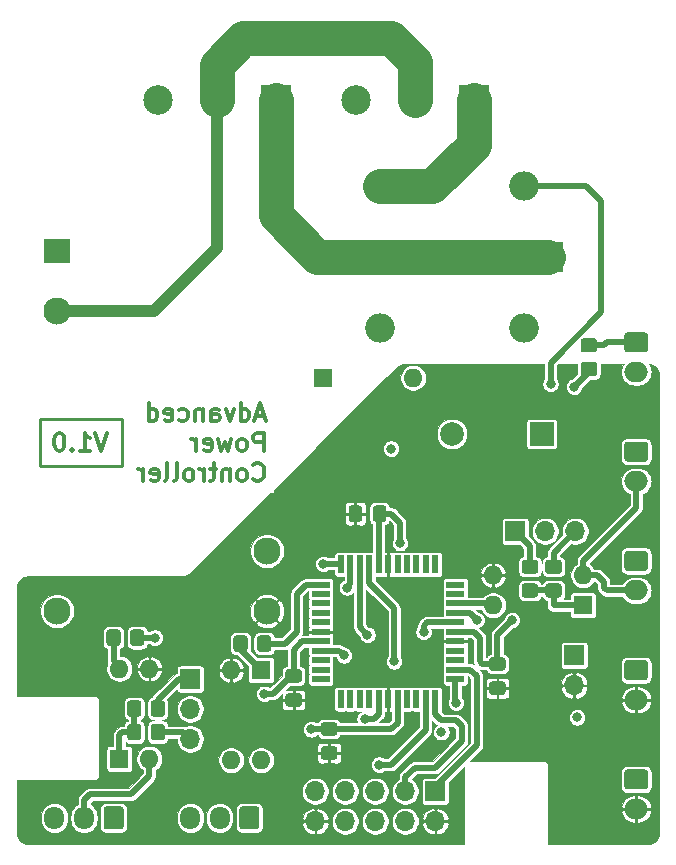
<source format=gbl>
G04 #@! TF.GenerationSoftware,KiCad,Pcbnew,(5.1.6)-1*
G04 #@! TF.CreationDate,2021-05-04T19:23:38+03:00*
G04 #@! TF.ProjectId,APC,4150432e-6b69-4636-9164-5f7063625858,rev?*
G04 #@! TF.SameCoordinates,Original*
G04 #@! TF.FileFunction,Copper,L4,Bot*
G04 #@! TF.FilePolarity,Positive*
%FSLAX46Y46*%
G04 Gerber Fmt 4.6, Leading zero omitted, Abs format (unit mm)*
G04 Created by KiCad (PCBNEW (5.1.6)-1) date 2021-05-04 19:23:38*
%MOMM*%
%LPD*%
G01*
G04 APERTURE LIST*
G04 #@! TA.AperFunction,NonConductor*
%ADD10C,0.300000*%
G04 #@! TD*
G04 #@! TA.AperFunction,ComponentPad*
%ADD11O,1.600000X1.600000*%
G04 #@! TD*
G04 #@! TA.AperFunction,ComponentPad*
%ADD12R,1.600000X1.600000*%
G04 #@! TD*
G04 #@! TA.AperFunction,ComponentPad*
%ADD13O,1.700000X1.700000*%
G04 #@! TD*
G04 #@! TA.AperFunction,ComponentPad*
%ADD14R,1.700000X1.700000*%
G04 #@! TD*
G04 #@! TA.AperFunction,ComponentPad*
%ADD15O,2.000000X1.700000*%
G04 #@! TD*
G04 #@! TA.AperFunction,ComponentPad*
%ADD16C,2.300000*%
G04 #@! TD*
G04 #@! TA.AperFunction,ComponentPad*
%ADD17R,2.300000X2.000000*%
G04 #@! TD*
G04 #@! TA.AperFunction,SMDPad,CuDef*
%ADD18R,1.500000X0.550000*%
G04 #@! TD*
G04 #@! TA.AperFunction,SMDPad,CuDef*
%ADD19R,0.550000X1.500000*%
G04 #@! TD*
G04 #@! TA.AperFunction,ComponentPad*
%ADD20O,2.500000X2.500000*%
G04 #@! TD*
G04 #@! TA.AperFunction,ComponentPad*
%ADD21R,2.500000X2.500000*%
G04 #@! TD*
G04 #@! TA.AperFunction,ComponentPad*
%ADD22C,2.500000*%
G04 #@! TD*
G04 #@! TA.AperFunction,ComponentPad*
%ADD23O,1.700000X1.950000*%
G04 #@! TD*
G04 #@! TA.AperFunction,ComponentPad*
%ADD24C,2.000000*%
G04 #@! TD*
G04 #@! TA.AperFunction,ComponentPad*
%ADD25R,2.000000X2.000000*%
G04 #@! TD*
G04 #@! TA.AperFunction,ViaPad*
%ADD26C,0.800000*%
G04 #@! TD*
G04 #@! TA.AperFunction,Conductor*
%ADD27C,0.250000*%
G04 #@! TD*
G04 #@! TA.AperFunction,Conductor*
%ADD28C,0.500000*%
G04 #@! TD*
G04 #@! TA.AperFunction,Conductor*
%ADD29C,3.000000*%
G04 #@! TD*
G04 #@! TA.AperFunction,Conductor*
%ADD30C,1.000000*%
G04 #@! TD*
G04 #@! TA.AperFunction,Conductor*
%ADD31C,0.100000*%
G04 #@! TD*
G04 APERTURE END LIST*
D10*
X109769285Y-63700000D02*
X109055000Y-63700000D01*
X109912142Y-64128571D02*
X109412142Y-62628571D01*
X108912142Y-64128571D01*
X107769285Y-64128571D02*
X107769285Y-62628571D01*
X107769285Y-64057142D02*
X107912142Y-64128571D01*
X108197857Y-64128571D01*
X108340714Y-64057142D01*
X108412142Y-63985714D01*
X108483571Y-63842857D01*
X108483571Y-63414285D01*
X108412142Y-63271428D01*
X108340714Y-63200000D01*
X108197857Y-63128571D01*
X107912142Y-63128571D01*
X107769285Y-63200000D01*
X107197857Y-63128571D02*
X106840714Y-64128571D01*
X106483571Y-63128571D01*
X105269285Y-64128571D02*
X105269285Y-63342857D01*
X105340714Y-63200000D01*
X105483571Y-63128571D01*
X105769285Y-63128571D01*
X105912142Y-63200000D01*
X105269285Y-64057142D02*
X105412142Y-64128571D01*
X105769285Y-64128571D01*
X105912142Y-64057142D01*
X105983571Y-63914285D01*
X105983571Y-63771428D01*
X105912142Y-63628571D01*
X105769285Y-63557142D01*
X105412142Y-63557142D01*
X105269285Y-63485714D01*
X104555000Y-63128571D02*
X104555000Y-64128571D01*
X104555000Y-63271428D02*
X104483571Y-63200000D01*
X104340714Y-63128571D01*
X104126428Y-63128571D01*
X103983571Y-63200000D01*
X103912142Y-63342857D01*
X103912142Y-64128571D01*
X102555000Y-64057142D02*
X102697857Y-64128571D01*
X102983571Y-64128571D01*
X103126428Y-64057142D01*
X103197857Y-63985714D01*
X103269285Y-63842857D01*
X103269285Y-63414285D01*
X103197857Y-63271428D01*
X103126428Y-63200000D01*
X102983571Y-63128571D01*
X102697857Y-63128571D01*
X102555000Y-63200000D01*
X101340714Y-64057142D02*
X101483571Y-64128571D01*
X101769285Y-64128571D01*
X101912142Y-64057142D01*
X101983571Y-63914285D01*
X101983571Y-63342857D01*
X101912142Y-63200000D01*
X101769285Y-63128571D01*
X101483571Y-63128571D01*
X101340714Y-63200000D01*
X101269285Y-63342857D01*
X101269285Y-63485714D01*
X101983571Y-63628571D01*
X99983571Y-64128571D02*
X99983571Y-62628571D01*
X99983571Y-64057142D02*
X100126428Y-64128571D01*
X100412142Y-64128571D01*
X100555000Y-64057142D01*
X100626428Y-63985714D01*
X100697857Y-63842857D01*
X100697857Y-63414285D01*
X100626428Y-63271428D01*
X100555000Y-63200000D01*
X100412142Y-63128571D01*
X100126428Y-63128571D01*
X99983571Y-63200000D01*
X109697857Y-66678571D02*
X109697857Y-65178571D01*
X109126428Y-65178571D01*
X108983571Y-65250000D01*
X108912142Y-65321428D01*
X108840714Y-65464285D01*
X108840714Y-65678571D01*
X108912142Y-65821428D01*
X108983571Y-65892857D01*
X109126428Y-65964285D01*
X109697857Y-65964285D01*
X107983571Y-66678571D02*
X108126428Y-66607142D01*
X108197857Y-66535714D01*
X108269285Y-66392857D01*
X108269285Y-65964285D01*
X108197857Y-65821428D01*
X108126428Y-65750000D01*
X107983571Y-65678571D01*
X107769285Y-65678571D01*
X107626428Y-65750000D01*
X107555000Y-65821428D01*
X107483571Y-65964285D01*
X107483571Y-66392857D01*
X107555000Y-66535714D01*
X107626428Y-66607142D01*
X107769285Y-66678571D01*
X107983571Y-66678571D01*
X106983571Y-65678571D02*
X106697857Y-66678571D01*
X106412142Y-65964285D01*
X106126428Y-66678571D01*
X105840714Y-65678571D01*
X104697857Y-66607142D02*
X104840714Y-66678571D01*
X105126428Y-66678571D01*
X105269285Y-66607142D01*
X105340714Y-66464285D01*
X105340714Y-65892857D01*
X105269285Y-65750000D01*
X105126428Y-65678571D01*
X104840714Y-65678571D01*
X104697857Y-65750000D01*
X104626428Y-65892857D01*
X104626428Y-66035714D01*
X105340714Y-66178571D01*
X103983571Y-66678571D02*
X103983571Y-65678571D01*
X103983571Y-65964285D02*
X103912142Y-65821428D01*
X103840714Y-65750000D01*
X103697857Y-65678571D01*
X103555000Y-65678571D01*
X96412142Y-65178571D02*
X95912142Y-66678571D01*
X95412142Y-65178571D01*
X94126428Y-66678571D02*
X94983571Y-66678571D01*
X94555000Y-66678571D02*
X94555000Y-65178571D01*
X94697857Y-65392857D01*
X94840714Y-65535714D01*
X94983571Y-65607142D01*
X93483571Y-66535714D02*
X93412142Y-66607142D01*
X93483571Y-66678571D01*
X93555000Y-66607142D01*
X93483571Y-66535714D01*
X93483571Y-66678571D01*
X92483571Y-65178571D02*
X92340714Y-65178571D01*
X92197857Y-65250000D01*
X92126428Y-65321428D01*
X92055000Y-65464285D01*
X91983571Y-65750000D01*
X91983571Y-66107142D01*
X92055000Y-66392857D01*
X92126428Y-66535714D01*
X92197857Y-66607142D01*
X92340714Y-66678571D01*
X92483571Y-66678571D01*
X92626428Y-66607142D01*
X92697857Y-66535714D01*
X92769285Y-66392857D01*
X92840714Y-66107142D01*
X92840714Y-65750000D01*
X92769285Y-65464285D01*
X92697857Y-65321428D01*
X92626428Y-65250000D01*
X92483571Y-65178571D01*
X108840714Y-69085714D02*
X108912142Y-69157142D01*
X109126428Y-69228571D01*
X109269285Y-69228571D01*
X109483571Y-69157142D01*
X109626428Y-69014285D01*
X109697857Y-68871428D01*
X109769285Y-68585714D01*
X109769285Y-68371428D01*
X109697857Y-68085714D01*
X109626428Y-67942857D01*
X109483571Y-67800000D01*
X109269285Y-67728571D01*
X109126428Y-67728571D01*
X108912142Y-67800000D01*
X108840714Y-67871428D01*
X107983571Y-69228571D02*
X108126428Y-69157142D01*
X108197857Y-69085714D01*
X108269285Y-68942857D01*
X108269285Y-68514285D01*
X108197857Y-68371428D01*
X108126428Y-68300000D01*
X107983571Y-68228571D01*
X107769285Y-68228571D01*
X107626428Y-68300000D01*
X107555000Y-68371428D01*
X107483571Y-68514285D01*
X107483571Y-68942857D01*
X107555000Y-69085714D01*
X107626428Y-69157142D01*
X107769285Y-69228571D01*
X107983571Y-69228571D01*
X106840714Y-68228571D02*
X106840714Y-69228571D01*
X106840714Y-68371428D02*
X106769285Y-68300000D01*
X106626428Y-68228571D01*
X106412142Y-68228571D01*
X106269285Y-68300000D01*
X106197857Y-68442857D01*
X106197857Y-69228571D01*
X105697857Y-68228571D02*
X105126428Y-68228571D01*
X105483571Y-67728571D02*
X105483571Y-69014285D01*
X105412142Y-69157142D01*
X105269285Y-69228571D01*
X105126428Y-69228571D01*
X104626428Y-69228571D02*
X104626428Y-68228571D01*
X104626428Y-68514285D02*
X104555000Y-68371428D01*
X104483571Y-68300000D01*
X104340714Y-68228571D01*
X104197857Y-68228571D01*
X103483571Y-69228571D02*
X103626428Y-69157142D01*
X103697857Y-69085714D01*
X103769285Y-68942857D01*
X103769285Y-68514285D01*
X103697857Y-68371428D01*
X103626428Y-68300000D01*
X103483571Y-68228571D01*
X103269285Y-68228571D01*
X103126428Y-68300000D01*
X103055000Y-68371428D01*
X102983571Y-68514285D01*
X102983571Y-68942857D01*
X103055000Y-69085714D01*
X103126428Y-69157142D01*
X103269285Y-69228571D01*
X103483571Y-69228571D01*
X102126428Y-69228571D02*
X102269285Y-69157142D01*
X102340714Y-69014285D01*
X102340714Y-67728571D01*
X101340714Y-69228571D02*
X101483571Y-69157142D01*
X101555000Y-69014285D01*
X101555000Y-67728571D01*
X100197857Y-69157142D02*
X100340714Y-69228571D01*
X100626428Y-69228571D01*
X100769285Y-69157142D01*
X100840714Y-69014285D01*
X100840714Y-68442857D01*
X100769285Y-68300000D01*
X100626428Y-68228571D01*
X100340714Y-68228571D01*
X100197857Y-68300000D01*
X100126428Y-68442857D01*
X100126428Y-68585714D01*
X100840714Y-68728571D01*
X99483571Y-69228571D02*
X99483571Y-68228571D01*
X99483571Y-68514285D02*
X99412142Y-68371428D01*
X99340714Y-68300000D01*
X99197857Y-68228571D01*
X99055000Y-68228571D01*
D11*
X109500000Y-92870000D03*
X106960000Y-85250000D03*
X106960000Y-92870000D03*
D12*
X109500000Y-85250000D03*
D13*
X114090000Y-98040000D03*
X114090000Y-95500000D03*
X116630000Y-98040000D03*
X116630000Y-95500000D03*
X119170000Y-98040000D03*
X119170000Y-95500000D03*
X121710000Y-98040000D03*
X121710000Y-95500000D03*
X124250000Y-98040000D03*
D14*
X124250000Y-95500000D03*
G04 #@! TA.AperFunction,SMDPad,CuDef*
G36*
G01*
X115700001Y-90800000D02*
X114799999Y-90800000D01*
G75*
G02*
X114550000Y-90550001I0J249999D01*
G01*
X114550000Y-89899999D01*
G75*
G02*
X114799999Y-89650000I249999J0D01*
G01*
X115700001Y-89650000D01*
G75*
G02*
X115950000Y-89899999I0J-249999D01*
G01*
X115950000Y-90550001D01*
G75*
G02*
X115700001Y-90800000I-249999J0D01*
G01*
G37*
G04 #@! TD.AperFunction*
G04 #@! TA.AperFunction,SMDPad,CuDef*
G36*
G01*
X115700001Y-92850000D02*
X114799999Y-92850000D01*
G75*
G02*
X114550000Y-92600001I0J249999D01*
G01*
X114550000Y-91949999D01*
G75*
G02*
X114799999Y-91700000I249999J0D01*
G01*
X115700001Y-91700000D01*
G75*
G02*
X115950000Y-91949999I0J-249999D01*
G01*
X115950000Y-92600001D01*
G75*
G02*
X115700001Y-92850000I-249999J0D01*
G01*
G37*
G04 #@! TD.AperFunction*
G04 #@! TA.AperFunction,SMDPad,CuDef*
G36*
G01*
X112700001Y-86300000D02*
X111799999Y-86300000D01*
G75*
G02*
X111550000Y-86050001I0J249999D01*
G01*
X111550000Y-85399999D01*
G75*
G02*
X111799999Y-85150000I249999J0D01*
G01*
X112700001Y-85150000D01*
G75*
G02*
X112950000Y-85399999I0J-249999D01*
G01*
X112950000Y-86050001D01*
G75*
G02*
X112700001Y-86300000I-249999J0D01*
G01*
G37*
G04 #@! TD.AperFunction*
G04 #@! TA.AperFunction,SMDPad,CuDef*
G36*
G01*
X112700001Y-88350000D02*
X111799999Y-88350000D01*
G75*
G02*
X111550000Y-88100001I0J249999D01*
G01*
X111550000Y-87449999D01*
G75*
G02*
X111799999Y-87200000I249999J0D01*
G01*
X112700001Y-87200000D01*
G75*
G02*
X112950000Y-87449999I0J-249999D01*
G01*
X112950000Y-88100001D01*
G75*
G02*
X112700001Y-88350000I-249999J0D01*
G01*
G37*
G04 #@! TD.AperFunction*
G04 #@! TA.AperFunction,SMDPad,CuDef*
G36*
G01*
X129950001Y-85300000D02*
X129049999Y-85300000D01*
G75*
G02*
X128800000Y-85050001I0J249999D01*
G01*
X128800000Y-84399999D01*
G75*
G02*
X129049999Y-84150000I249999J0D01*
G01*
X129950001Y-84150000D01*
G75*
G02*
X130200000Y-84399999I0J-249999D01*
G01*
X130200000Y-85050001D01*
G75*
G02*
X129950001Y-85300000I-249999J0D01*
G01*
G37*
G04 #@! TD.AperFunction*
G04 #@! TA.AperFunction,SMDPad,CuDef*
G36*
G01*
X129950001Y-87350000D02*
X129049999Y-87350000D01*
G75*
G02*
X128800000Y-87100001I0J249999D01*
G01*
X128800000Y-86449999D01*
G75*
G02*
X129049999Y-86200000I249999J0D01*
G01*
X129950001Y-86200000D01*
G75*
G02*
X130200000Y-86449999I0J-249999D01*
G01*
X130200000Y-87100001D01*
G75*
G02*
X129950001Y-87350000I-249999J0D01*
G01*
G37*
G04 #@! TD.AperFunction*
G04 #@! TA.AperFunction,SMDPad,CuDef*
G36*
G01*
X118950000Y-72450001D02*
X118950000Y-71549999D01*
G75*
G02*
X119199999Y-71300000I249999J0D01*
G01*
X119850001Y-71300000D01*
G75*
G02*
X120100000Y-71549999I0J-249999D01*
G01*
X120100000Y-72450001D01*
G75*
G02*
X119850001Y-72700000I-249999J0D01*
G01*
X119199999Y-72700000D01*
G75*
G02*
X118950000Y-72450001I0J249999D01*
G01*
G37*
G04 #@! TD.AperFunction*
G04 #@! TA.AperFunction,SMDPad,CuDef*
G36*
G01*
X116900000Y-72450001D02*
X116900000Y-71549999D01*
G75*
G02*
X117149999Y-71300000I249999J0D01*
G01*
X117800001Y-71300000D01*
G75*
G02*
X118050000Y-71549999I0J-249999D01*
G01*
X118050000Y-72450001D01*
G75*
G02*
X117800001Y-72700000I-249999J0D01*
G01*
X117149999Y-72700000D01*
G75*
G02*
X116900000Y-72450001I0J249999D01*
G01*
G37*
G04 #@! TD.AperFunction*
D11*
X122370000Y-60500000D03*
D12*
X114750000Y-60500000D03*
D13*
X136000000Y-86540000D03*
D14*
X136000000Y-84000000D03*
D15*
X141250000Y-78500000D03*
G04 #@! TA.AperFunction,ComponentPad*
G36*
G01*
X140500000Y-75150000D02*
X142000000Y-75150000D01*
G75*
G02*
X142250000Y-75400000I0J-250000D01*
G01*
X142250000Y-76600000D01*
G75*
G02*
X142000000Y-76850000I-250000J0D01*
G01*
X140500000Y-76850000D01*
G75*
G02*
X140250000Y-76600000I0J250000D01*
G01*
X140250000Y-75400000D01*
G75*
G02*
X140500000Y-75150000I250000J0D01*
G01*
G37*
G04 #@! TD.AperFunction*
D16*
X110000000Y-75170000D03*
X110000000Y-80250000D03*
X92220000Y-54850000D03*
D17*
X92220000Y-49770000D03*
D16*
X92220000Y-80250000D03*
D11*
X129130000Y-79750000D03*
X136750000Y-77210000D03*
X129130000Y-77210000D03*
D12*
X136750000Y-79750000D03*
D11*
X97500000Y-85130000D03*
X100040000Y-92750000D03*
X100040000Y-85130000D03*
D12*
X97500000Y-92750000D03*
D18*
X114550000Y-78000000D03*
X114550000Y-78800000D03*
X114550000Y-79600000D03*
X114550000Y-80400000D03*
X114550000Y-81200000D03*
X114550000Y-82000000D03*
X114550000Y-82800000D03*
X114550000Y-83600000D03*
X114550000Y-84400000D03*
X114550000Y-85200000D03*
X114550000Y-86000000D03*
D19*
X116250000Y-87700000D03*
X117050000Y-87700000D03*
X117850000Y-87700000D03*
X118650000Y-87700000D03*
X119450000Y-87700000D03*
X120250000Y-87700000D03*
X121050000Y-87700000D03*
X121850000Y-87700000D03*
X122650000Y-87700000D03*
X123450000Y-87700000D03*
X124250000Y-87700000D03*
D18*
X125950000Y-86000000D03*
X125950000Y-85200000D03*
X125950000Y-84400000D03*
X125950000Y-83600000D03*
X125950000Y-82800000D03*
X125950000Y-82000000D03*
X125950000Y-81200000D03*
X125950000Y-80400000D03*
X125950000Y-79600000D03*
X125950000Y-78800000D03*
X125950000Y-78000000D03*
D19*
X124250000Y-76300000D03*
X123450000Y-76300000D03*
X122650000Y-76300000D03*
X121850000Y-76300000D03*
X121050000Y-76300000D03*
X120250000Y-76300000D03*
X119450000Y-76300000D03*
X118650000Y-76300000D03*
X117850000Y-76300000D03*
X117050000Y-76300000D03*
X116250000Y-76300000D03*
G04 #@! TA.AperFunction,SMDPad,CuDef*
G36*
G01*
X131799999Y-77900000D02*
X132700001Y-77900000D01*
G75*
G02*
X132950000Y-78149999I0J-249999D01*
G01*
X132950000Y-78850001D01*
G75*
G02*
X132700001Y-79100000I-249999J0D01*
G01*
X131799999Y-79100000D01*
G75*
G02*
X131550000Y-78850001I0J249999D01*
G01*
X131550000Y-78149999D01*
G75*
G02*
X131799999Y-77900000I249999J0D01*
G01*
G37*
G04 #@! TD.AperFunction*
G04 #@! TA.AperFunction,SMDPad,CuDef*
G36*
G01*
X131799999Y-75900000D02*
X132700001Y-75900000D01*
G75*
G02*
X132950000Y-76149999I0J-249999D01*
G01*
X132950000Y-76850001D01*
G75*
G02*
X132700001Y-77100000I-249999J0D01*
G01*
X131799999Y-77100000D01*
G75*
G02*
X131550000Y-76850001I0J249999D01*
G01*
X131550000Y-76149999D01*
G75*
G02*
X131799999Y-75900000I249999J0D01*
G01*
G37*
G04 #@! TD.AperFunction*
G04 #@! TA.AperFunction,SMDPad,CuDef*
G36*
G01*
X133799999Y-77900000D02*
X134700001Y-77900000D01*
G75*
G02*
X134950000Y-78149999I0J-249999D01*
G01*
X134950000Y-78850001D01*
G75*
G02*
X134700001Y-79100000I-249999J0D01*
G01*
X133799999Y-79100000D01*
G75*
G02*
X133550000Y-78850001I0J249999D01*
G01*
X133550000Y-78149999D01*
G75*
G02*
X133799999Y-77900000I249999J0D01*
G01*
G37*
G04 #@! TD.AperFunction*
G04 #@! TA.AperFunction,SMDPad,CuDef*
G36*
G01*
X133799999Y-75900000D02*
X134700001Y-75900000D01*
G75*
G02*
X134950000Y-76149999I0J-249999D01*
G01*
X134950000Y-76850001D01*
G75*
G02*
X134700001Y-77100000I-249999J0D01*
G01*
X133799999Y-77100000D01*
G75*
G02*
X133550000Y-76850001I0J249999D01*
G01*
X133550000Y-76149999D01*
G75*
G02*
X133799999Y-75900000I249999J0D01*
G01*
G37*
G04 #@! TD.AperFunction*
G04 #@! TA.AperFunction,SMDPad,CuDef*
G36*
G01*
X99350000Y-88049999D02*
X99350000Y-88950001D01*
G75*
G02*
X99100001Y-89200000I-249999J0D01*
G01*
X98399999Y-89200000D01*
G75*
G02*
X98150000Y-88950001I0J249999D01*
G01*
X98150000Y-88049999D01*
G75*
G02*
X98399999Y-87800000I249999J0D01*
G01*
X99100001Y-87800000D01*
G75*
G02*
X99350000Y-88049999I0J-249999D01*
G01*
G37*
G04 #@! TD.AperFunction*
G04 #@! TA.AperFunction,SMDPad,CuDef*
G36*
G01*
X101350000Y-88049999D02*
X101350000Y-88950001D01*
G75*
G02*
X101100001Y-89200000I-249999J0D01*
G01*
X100399999Y-89200000D01*
G75*
G02*
X100150000Y-88950001I0J249999D01*
G01*
X100150000Y-88049999D01*
G75*
G02*
X100399999Y-87800000I249999J0D01*
G01*
X101100001Y-87800000D01*
G75*
G02*
X101350000Y-88049999I0J-249999D01*
G01*
G37*
G04 #@! TD.AperFunction*
G04 #@! TA.AperFunction,SMDPad,CuDef*
G36*
G01*
X99350000Y-90049999D02*
X99350000Y-90950001D01*
G75*
G02*
X99100001Y-91200000I-249999J0D01*
G01*
X98399999Y-91200000D01*
G75*
G02*
X98150000Y-90950001I0J249999D01*
G01*
X98150000Y-90049999D01*
G75*
G02*
X98399999Y-89800000I249999J0D01*
G01*
X99100001Y-89800000D01*
G75*
G02*
X99350000Y-90049999I0J-249999D01*
G01*
G37*
G04 #@! TD.AperFunction*
G04 #@! TA.AperFunction,SMDPad,CuDef*
G36*
G01*
X101350000Y-90049999D02*
X101350000Y-90950001D01*
G75*
G02*
X101100001Y-91200000I-249999J0D01*
G01*
X100399999Y-91200000D01*
G75*
G02*
X100150000Y-90950001I0J249999D01*
G01*
X100150000Y-90049999D01*
G75*
G02*
X100399999Y-89800000I249999J0D01*
G01*
X101100001Y-89800000D01*
G75*
G02*
X101350000Y-90049999I0J-249999D01*
G01*
G37*
G04 #@! TD.AperFunction*
G04 #@! TA.AperFunction,SMDPad,CuDef*
G36*
G01*
X109150000Y-83450001D02*
X109150000Y-82549999D01*
G75*
G02*
X109399999Y-82300000I249999J0D01*
G01*
X110100001Y-82300000D01*
G75*
G02*
X110350000Y-82549999I0J-249999D01*
G01*
X110350000Y-83450001D01*
G75*
G02*
X110100001Y-83700000I-249999J0D01*
G01*
X109399999Y-83700000D01*
G75*
G02*
X109150000Y-83450001I0J249999D01*
G01*
G37*
G04 #@! TD.AperFunction*
G04 #@! TA.AperFunction,SMDPad,CuDef*
G36*
G01*
X107150000Y-83450001D02*
X107150000Y-82549999D01*
G75*
G02*
X107399999Y-82300000I249999J0D01*
G01*
X108100001Y-82300000D01*
G75*
G02*
X108350000Y-82549999I0J-249999D01*
G01*
X108350000Y-83450001D01*
G75*
G02*
X108100001Y-83700000I-249999J0D01*
G01*
X107399999Y-83700000D01*
G75*
G02*
X107150000Y-83450001I0J249999D01*
G01*
G37*
G04 #@! TD.AperFunction*
G04 #@! TA.AperFunction,SMDPad,CuDef*
G36*
G01*
X98400000Y-82950001D02*
X98400000Y-82049999D01*
G75*
G02*
X98649999Y-81800000I249999J0D01*
G01*
X99350001Y-81800000D01*
G75*
G02*
X99600000Y-82049999I0J-249999D01*
G01*
X99600000Y-82950001D01*
G75*
G02*
X99350001Y-83200000I-249999J0D01*
G01*
X98649999Y-83200000D01*
G75*
G02*
X98400000Y-82950001I0J249999D01*
G01*
G37*
G04 #@! TD.AperFunction*
G04 #@! TA.AperFunction,SMDPad,CuDef*
G36*
G01*
X96400000Y-82950001D02*
X96400000Y-82049999D01*
G75*
G02*
X96649999Y-81800000I249999J0D01*
G01*
X97350001Y-81800000D01*
G75*
G02*
X97600000Y-82049999I0J-249999D01*
G01*
X97600000Y-82950001D01*
G75*
G02*
X97350001Y-83200000I-249999J0D01*
G01*
X96649999Y-83200000D01*
G75*
G02*
X96400000Y-82950001I0J249999D01*
G01*
G37*
G04 #@! TD.AperFunction*
G04 #@! TA.AperFunction,SMDPad,CuDef*
G36*
G01*
X136799999Y-59150000D02*
X137700001Y-59150000D01*
G75*
G02*
X137950000Y-59399999I0J-249999D01*
G01*
X137950000Y-60100001D01*
G75*
G02*
X137700001Y-60350000I-249999J0D01*
G01*
X136799999Y-60350000D01*
G75*
G02*
X136550000Y-60100001I0J249999D01*
G01*
X136550000Y-59399999D01*
G75*
G02*
X136799999Y-59150000I249999J0D01*
G01*
G37*
G04 #@! TD.AperFunction*
G04 #@! TA.AperFunction,SMDPad,CuDef*
G36*
G01*
X136799999Y-57150000D02*
X137700001Y-57150000D01*
G75*
G02*
X137950000Y-57399999I0J-249999D01*
G01*
X137950000Y-58100001D01*
G75*
G02*
X137700001Y-58350000I-249999J0D01*
G01*
X136799999Y-58350000D01*
G75*
G02*
X136550000Y-58100001I0J249999D01*
G01*
X136550000Y-57399999D01*
G75*
G02*
X136799999Y-57150000I249999J0D01*
G01*
G37*
G04 #@! TD.AperFunction*
D20*
X131750000Y-56250000D03*
X119550000Y-56250000D03*
X119550000Y-44250000D03*
X131750000Y-44250000D03*
D21*
X133750000Y-50250000D03*
D22*
X117500000Y-37000000D03*
X122500000Y-37000000D03*
D21*
X127500000Y-37000000D03*
D15*
X141250000Y-69250000D03*
G04 #@! TA.AperFunction,ComponentPad*
G36*
G01*
X140500000Y-65900000D02*
X142000000Y-65900000D01*
G75*
G02*
X142250000Y-66150000I0J-250000D01*
G01*
X142250000Y-67350000D01*
G75*
G02*
X142000000Y-67600000I-250000J0D01*
G01*
X140500000Y-67600000D01*
G75*
G02*
X140250000Y-67350000I0J250000D01*
G01*
X140250000Y-66150000D01*
G75*
G02*
X140500000Y-65900000I250000J0D01*
G01*
G37*
G04 #@! TD.AperFunction*
D13*
X136080000Y-73500000D03*
X133540000Y-73500000D03*
D14*
X131000000Y-73500000D03*
D23*
X92000000Y-97750000D03*
X94500000Y-97750000D03*
G04 #@! TA.AperFunction,ComponentPad*
G36*
G01*
X97850000Y-97025000D02*
X97850000Y-98475000D01*
G75*
G02*
X97600000Y-98725000I-250000J0D01*
G01*
X96400000Y-98725000D01*
G75*
G02*
X96150000Y-98475000I0J250000D01*
G01*
X96150000Y-97025000D01*
G75*
G02*
X96400000Y-96775000I250000J0D01*
G01*
X97600000Y-96775000D01*
G75*
G02*
X97850000Y-97025000I0J-250000D01*
G01*
G37*
G04 #@! TD.AperFunction*
D13*
X103500000Y-91080000D03*
X103500000Y-88540000D03*
D14*
X103500000Y-86000000D03*
D23*
X103500000Y-97750000D03*
X106000000Y-97750000D03*
G04 #@! TA.AperFunction,ComponentPad*
G36*
G01*
X109350000Y-97025000D02*
X109350000Y-98475000D01*
G75*
G02*
X109100000Y-98725000I-250000J0D01*
G01*
X107900000Y-98725000D01*
G75*
G02*
X107650000Y-98475000I0J250000D01*
G01*
X107650000Y-97025000D01*
G75*
G02*
X107900000Y-96775000I250000J0D01*
G01*
X109100000Y-96775000D01*
G75*
G02*
X109350000Y-97025000I0J-250000D01*
G01*
G37*
G04 #@! TD.AperFunction*
D22*
X100750000Y-37000000D03*
X105750000Y-37000000D03*
D21*
X110750000Y-37000000D03*
D15*
X141250000Y-97000000D03*
G04 #@! TA.AperFunction,ComponentPad*
G36*
G01*
X140500000Y-93650000D02*
X142000000Y-93650000D01*
G75*
G02*
X142250000Y-93900000I0J-250000D01*
G01*
X142250000Y-95100000D01*
G75*
G02*
X142000000Y-95350000I-250000J0D01*
G01*
X140500000Y-95350000D01*
G75*
G02*
X140250000Y-95100000I0J250000D01*
G01*
X140250000Y-93900000D01*
G75*
G02*
X140500000Y-93650000I250000J0D01*
G01*
G37*
G04 #@! TD.AperFunction*
X141250000Y-87750000D03*
G04 #@! TA.AperFunction,ComponentPad*
G36*
G01*
X140500000Y-84400000D02*
X142000000Y-84400000D01*
G75*
G02*
X142250000Y-84650000I0J-250000D01*
G01*
X142250000Y-85850000D01*
G75*
G02*
X142000000Y-86100000I-250000J0D01*
G01*
X140500000Y-86100000D01*
G75*
G02*
X140250000Y-85850000I0J250000D01*
G01*
X140250000Y-84650000D01*
G75*
G02*
X140500000Y-84400000I250000J0D01*
G01*
G37*
G04 #@! TD.AperFunction*
X141250000Y-60000000D03*
G04 #@! TA.AperFunction,ComponentPad*
G36*
G01*
X140500000Y-56650000D02*
X142000000Y-56650000D01*
G75*
G02*
X142250000Y-56900000I0J-250000D01*
G01*
X142250000Y-58100000D01*
G75*
G02*
X142000000Y-58350000I-250000J0D01*
G01*
X140500000Y-58350000D01*
G75*
G02*
X140250000Y-58100000I0J250000D01*
G01*
X140250000Y-56900000D01*
G75*
G02*
X140500000Y-56650000I250000J0D01*
G01*
G37*
G04 #@! TD.AperFunction*
D24*
X125650000Y-65250000D03*
D25*
X133250000Y-65250000D03*
D26*
X113750000Y-90250000D03*
X130750000Y-81000000D03*
X136250000Y-89250000D03*
X136000000Y-61250000D03*
X120500000Y-66500000D03*
X124750000Y-90500000D03*
X134000000Y-61000000D03*
X121250000Y-74500000D03*
X100500000Y-82500000D03*
X109750000Y-87250000D03*
X120750000Y-84500000D03*
X119500000Y-84500000D03*
X118250000Y-84500000D03*
X116750000Y-85750000D03*
X118000000Y-85750000D03*
X116500000Y-82500000D03*
X116500000Y-80000000D03*
X123250000Y-78250000D03*
X124000000Y-83000000D03*
X114500000Y-87750000D03*
X131250000Y-88750000D03*
X133000000Y-90500000D03*
X123000000Y-71250000D03*
X123000000Y-70000000D03*
X115750000Y-72000000D03*
X114500000Y-72000000D03*
X114000000Y-70500000D03*
X126250000Y-73250000D03*
X126250000Y-72000000D03*
X128750000Y-75250000D03*
X126250000Y-74500000D03*
X114500000Y-73250000D03*
X114500000Y-74500000D03*
X113250000Y-74500000D03*
X113250000Y-73250000D03*
X113250000Y-72000000D03*
X118750000Y-68750000D03*
X115500000Y-94000000D03*
X118000000Y-94000000D03*
X134750000Y-88750000D03*
X136250000Y-98750000D03*
X134750000Y-98750000D03*
X137750000Y-98750000D03*
X115750000Y-73250000D03*
X115750000Y-74500000D03*
X123750000Y-92000000D03*
X129250000Y-91250000D03*
X134250000Y-90500000D03*
X134500000Y-95000000D03*
X137750000Y-89250000D03*
X107500000Y-80000000D03*
X107500000Y-81250000D03*
X107500000Y-78750000D03*
X107500000Y-77500000D03*
X108750000Y-77500000D03*
X110000000Y-77500000D03*
X111250000Y-77500000D03*
X116500000Y-81250000D03*
X117500000Y-83250000D03*
X126250000Y-77000000D03*
X128750000Y-72750000D03*
X132500000Y-81000000D03*
X134000000Y-81000000D03*
X135500000Y-81750000D03*
X137500000Y-81750000D03*
X109750000Y-88500000D03*
X108000000Y-87250000D03*
X108000000Y-88500000D03*
X108000000Y-90000000D03*
X106500000Y-90000000D03*
X106500000Y-88500000D03*
X106500000Y-87250000D03*
X129250000Y-92500000D03*
X130750000Y-92500000D03*
X132250000Y-92500000D03*
X134500000Y-96500000D03*
X134500000Y-97750000D03*
X134500000Y-93750000D03*
X118250000Y-89375000D03*
X127750000Y-81000000D03*
X123250000Y-82000000D03*
X119500000Y-93250000D03*
X126000000Y-88000000D03*
X110750000Y-46750000D03*
X116750000Y-78250000D03*
X114750000Y-76250000D03*
X118500000Y-82250000D03*
X116500000Y-84000000D03*
D27*
X97750000Y-64000000D02*
X97750000Y-68000000D01*
X97750000Y-68000000D02*
X90750000Y-68000000D01*
X90750000Y-68000000D02*
X90750000Y-64000000D01*
X90750000Y-64000000D02*
X97750000Y-64000000D01*
D28*
X121050000Y-87700000D02*
X121050000Y-89700000D01*
X120525000Y-90225000D02*
X115250000Y-90225000D01*
X121050000Y-89700000D02*
X120525000Y-90225000D01*
X115250000Y-90225000D02*
X113775000Y-90225000D01*
X113775000Y-90225000D02*
X113750000Y-90250000D01*
X128000000Y-84500000D02*
X128225000Y-84725000D01*
X128225000Y-84725000D02*
X129500000Y-84725000D01*
X125950000Y-82000000D02*
X127500000Y-82000000D01*
X128000000Y-82500000D02*
X128000000Y-84500000D01*
X127500000Y-82000000D02*
X128000000Y-82500000D01*
X129500000Y-84725000D02*
X129500000Y-82250000D01*
X129500000Y-82250000D02*
X130750000Y-81000000D01*
X114550000Y-82800000D02*
X112950000Y-82800000D01*
X112250000Y-83500000D02*
X112250000Y-85725000D01*
X112950000Y-82800000D02*
X112250000Y-83500000D01*
X119450000Y-72775000D02*
X119475000Y-72750000D01*
X134000000Y-59210034D02*
X138250000Y-54960034D01*
X137000000Y-44250000D02*
X131750000Y-44250000D01*
X134000000Y-61000000D02*
X134000000Y-59210034D01*
X138250000Y-54960034D02*
X138250000Y-45500000D01*
X138250000Y-45500000D02*
X137000000Y-44250000D01*
X99000000Y-82500000D02*
X100500000Y-82500000D01*
X119450000Y-72075000D02*
X119525000Y-72000000D01*
X119450000Y-76300000D02*
X119450000Y-72075000D01*
X119525000Y-72000000D02*
X120500000Y-72000000D01*
X121250000Y-72750000D02*
X121250000Y-74500000D01*
X120500000Y-72000000D02*
X121250000Y-72750000D01*
X137250000Y-60000000D02*
X136000000Y-61250000D01*
X137250000Y-59750000D02*
X137250000Y-60000000D01*
X112250000Y-85725000D02*
X112025000Y-85725000D01*
X112025000Y-85725000D02*
X110500000Y-87250000D01*
X110500000Y-87250000D02*
X109750000Y-87250000D01*
X120750000Y-84500000D02*
X120750000Y-80000000D01*
X118650000Y-77900000D02*
X118650000Y-76300000D01*
X120750000Y-80000000D02*
X118650000Y-77900000D01*
X119025000Y-89375000D02*
X118250000Y-89375000D01*
X119450000Y-87700000D02*
X119450000Y-88950000D01*
X119450000Y-88950000D02*
X119025000Y-89375000D01*
X127150000Y-80400000D02*
X125950000Y-80400000D01*
X127750000Y-81000000D02*
X127150000Y-80400000D01*
X123250000Y-82000000D02*
X123250000Y-81500000D01*
X123550000Y-81200000D02*
X125950000Y-81200000D01*
X123250000Y-81500000D02*
X123550000Y-81200000D01*
X123450000Y-87700000D02*
X123450000Y-90300000D01*
X123450000Y-90300000D02*
X120500000Y-93250000D01*
X120500000Y-93250000D02*
X119500000Y-93250000D01*
X125950000Y-86000000D02*
X125950000Y-87950000D01*
X125950000Y-87950000D02*
X126000000Y-88000000D01*
X121710000Y-94290000D02*
X121710000Y-95500000D01*
X122500000Y-93500000D02*
X121710000Y-94290000D01*
X124250000Y-89000000D02*
X124750000Y-89500000D01*
X124250000Y-87700000D02*
X124250000Y-89000000D01*
X126000000Y-89500000D02*
X126500000Y-90000000D01*
X124250000Y-93500000D02*
X122500000Y-93500000D01*
X126500000Y-91250000D02*
X124250000Y-93500000D01*
X124750000Y-89500000D02*
X126000000Y-89500000D01*
X126500000Y-90000000D02*
X126500000Y-91250000D01*
X124250000Y-95113588D02*
X124250000Y-95500000D01*
X127750000Y-85750000D02*
X127750000Y-91613588D01*
X127750000Y-91613588D02*
X124250000Y-95113588D01*
X125950000Y-85200000D02*
X127200000Y-85200000D01*
X127200000Y-85200000D02*
X127750000Y-85750000D01*
X137250000Y-57750000D02*
X138500000Y-57750000D01*
X138750000Y-57500000D02*
X141250000Y-57500000D01*
X138500000Y-57750000D02*
X138750000Y-57500000D01*
X136750000Y-77210000D02*
X137960000Y-77210000D01*
X137960000Y-77210000D02*
X138500000Y-77750000D01*
X138500000Y-77750000D02*
X138500000Y-78250000D01*
X138750000Y-78500000D02*
X141250000Y-78500000D01*
X138500000Y-78250000D02*
X138750000Y-78500000D01*
X136750000Y-77210000D02*
X136750000Y-76000000D01*
X141250000Y-71500000D02*
X141250000Y-69250000D01*
X136750000Y-76000000D02*
X141250000Y-71500000D01*
D29*
X105750000Y-37000000D02*
X105750000Y-34000000D01*
X105750000Y-34000000D02*
X108000000Y-31750000D01*
X108000000Y-31750000D02*
X120500000Y-31750000D01*
X122500000Y-33750000D02*
X122500000Y-37000000D01*
X120500000Y-31750000D02*
X122500000Y-33750000D01*
D30*
X100400000Y-54850000D02*
X92220000Y-54850000D01*
X105750000Y-37000000D02*
X105750000Y-49500000D01*
X105750000Y-49500000D02*
X100400000Y-54850000D01*
D29*
X110750000Y-37000000D02*
X110750000Y-46750000D01*
X114250000Y-50250000D02*
X133750000Y-50250000D01*
X110750000Y-46750000D02*
X114250000Y-50250000D01*
D28*
X102920000Y-90500000D02*
X103500000Y-91080000D01*
X100750000Y-90500000D02*
X102920000Y-90500000D01*
X100750000Y-88500000D02*
X100750000Y-87750000D01*
X102500000Y-86000000D02*
X103500000Y-86000000D01*
X100750000Y-87750000D02*
X102500000Y-86000000D01*
X100040000Y-94210000D02*
X100040000Y-92750000D01*
X98500000Y-95750000D02*
X100040000Y-94210000D01*
X95000000Y-95750000D02*
X98500000Y-95750000D01*
X94500000Y-97750000D02*
X94500000Y-96250000D01*
X94500000Y-96250000D02*
X95000000Y-95750000D01*
X134250000Y-75330000D02*
X136080000Y-73500000D01*
X134250000Y-76500000D02*
X134250000Y-75330000D01*
X132250000Y-74750000D02*
X131000000Y-73500000D01*
X132250000Y-76500000D02*
X132250000Y-74750000D01*
D29*
X127500000Y-37000000D02*
X127500000Y-40750000D01*
X124000000Y-44250000D02*
X119550000Y-44250000D01*
X127500000Y-40750000D02*
X124000000Y-44250000D01*
D28*
X117050000Y-77950000D02*
X117050000Y-76300000D01*
X116750000Y-78250000D02*
X117050000Y-77950000D01*
X116200000Y-76250000D02*
X116250000Y-76300000D01*
X114750000Y-76250000D02*
X116200000Y-76250000D01*
X117850000Y-76300000D02*
X117850000Y-81600000D01*
X117850000Y-81600000D02*
X118500000Y-82250000D01*
X114550000Y-83600000D02*
X116100000Y-83600000D01*
X116100000Y-83600000D02*
X116500000Y-84000000D01*
X97500000Y-85130000D02*
X97500000Y-85000000D01*
X97000000Y-84500000D02*
X97000000Y-82500000D01*
X97500000Y-85000000D02*
X97000000Y-84500000D01*
X128980000Y-79600000D02*
X129130000Y-79750000D01*
X125950000Y-79600000D02*
X128980000Y-79600000D01*
X112500000Y-78800000D02*
X112500000Y-82000000D01*
X114550000Y-78000000D02*
X113300000Y-78000000D01*
X111500000Y-83000000D02*
X109750000Y-83000000D01*
X112500000Y-82000000D02*
X111500000Y-83000000D01*
X113300000Y-78000000D02*
X112500000Y-78800000D01*
X107750000Y-83500000D02*
X109500000Y-85250000D01*
X107750000Y-83000000D02*
X107750000Y-83500000D01*
X97500000Y-92750000D02*
X97500000Y-90750000D01*
X97500000Y-90750000D02*
X97750000Y-90500000D01*
X97750000Y-90500000D02*
X98750000Y-90500000D01*
X98750000Y-90500000D02*
X98750000Y-88500000D01*
X132250000Y-78500000D02*
X134250000Y-78500000D01*
X134250000Y-78500000D02*
X134250000Y-79750000D01*
X134250000Y-79750000D02*
X136750000Y-79750000D01*
D31*
G36*
X133450000Y-60563165D02*
G01*
X133379668Y-60668426D01*
X133326901Y-60795818D01*
X133300000Y-60931056D01*
X133300000Y-61068944D01*
X133326901Y-61204182D01*
X133379668Y-61331574D01*
X133456274Y-61446224D01*
X133553776Y-61543726D01*
X133668426Y-61620332D01*
X133795818Y-61673099D01*
X133931056Y-61700000D01*
X134068944Y-61700000D01*
X134204182Y-61673099D01*
X134331574Y-61620332D01*
X134446224Y-61543726D01*
X134543726Y-61446224D01*
X134620332Y-61331574D01*
X134673099Y-61204182D01*
X134700000Y-61068944D01*
X134700000Y-60931056D01*
X134673099Y-60795818D01*
X134620332Y-60668426D01*
X134550000Y-60563166D01*
X134550000Y-59437851D01*
X134687851Y-59300000D01*
X136258398Y-59300000D01*
X136248549Y-59399999D01*
X136248549Y-60100001D01*
X136259145Y-60207584D01*
X136260414Y-60211768D01*
X135919979Y-60552203D01*
X135795818Y-60576901D01*
X135668426Y-60629668D01*
X135553776Y-60706274D01*
X135456274Y-60803776D01*
X135379668Y-60918426D01*
X135326901Y-61045818D01*
X135300000Y-61181056D01*
X135300000Y-61318944D01*
X135326901Y-61454182D01*
X135379668Y-61581574D01*
X135456274Y-61696224D01*
X135553776Y-61793726D01*
X135668426Y-61870332D01*
X135795818Y-61923099D01*
X135931056Y-61950000D01*
X136068944Y-61950000D01*
X136204182Y-61923099D01*
X136331574Y-61870332D01*
X136446224Y-61793726D01*
X136543726Y-61696224D01*
X136620332Y-61581574D01*
X136673099Y-61454182D01*
X136697797Y-61330021D01*
X137376367Y-60651451D01*
X137700001Y-60651451D01*
X137807584Y-60640855D01*
X137911032Y-60609474D01*
X138006370Y-60558515D01*
X138089935Y-60489935D01*
X138158515Y-60406370D01*
X138209474Y-60311032D01*
X138240855Y-60207584D01*
X138251451Y-60100001D01*
X138251451Y-59399999D01*
X138241602Y-59300000D01*
X140186786Y-59300000D01*
X140139184Y-59358003D01*
X140032398Y-59557785D01*
X139966640Y-59774561D01*
X139944436Y-60000000D01*
X139966640Y-60225439D01*
X140032398Y-60442215D01*
X140139184Y-60641997D01*
X140282893Y-60817107D01*
X140458003Y-60960816D01*
X140657785Y-61067602D01*
X140874561Y-61133360D01*
X141043508Y-61150000D01*
X141456492Y-61150000D01*
X141625439Y-61133360D01*
X141842215Y-61067602D01*
X142041997Y-60960816D01*
X142217107Y-60817107D01*
X142360816Y-60641997D01*
X142467602Y-60442215D01*
X142533360Y-60225439D01*
X142555564Y-60000000D01*
X142533360Y-59774561D01*
X142467602Y-59557785D01*
X142360816Y-59358003D01*
X142318989Y-59307037D01*
X142435288Y-59318491D01*
X142613456Y-59372537D01*
X142777655Y-59460303D01*
X142921580Y-59578420D01*
X143039697Y-59722345D01*
X143127463Y-59886544D01*
X143181509Y-60064712D01*
X143200000Y-60252454D01*
X143200000Y-98997546D01*
X143181509Y-99185288D01*
X143127463Y-99363456D01*
X143039697Y-99527655D01*
X142921580Y-99671580D01*
X142777655Y-99789697D01*
X142613456Y-99877463D01*
X142435288Y-99931509D01*
X142247546Y-99950000D01*
X133800000Y-99950000D01*
X133800000Y-97253593D01*
X139978309Y-97253593D01*
X140008837Y-97370795D01*
X140102142Y-97576546D01*
X140233794Y-97760140D01*
X140398734Y-97914522D01*
X140590623Y-98033760D01*
X140802087Y-98113271D01*
X141025000Y-98150000D01*
X141175000Y-98150000D01*
X141175000Y-97075000D01*
X141325000Y-97075000D01*
X141325000Y-98150000D01*
X141475000Y-98150000D01*
X141697913Y-98113271D01*
X141909377Y-98033760D01*
X142101266Y-97914522D01*
X142266206Y-97760140D01*
X142397858Y-97576546D01*
X142491163Y-97370795D01*
X142521691Y-97253593D01*
X142472381Y-97075000D01*
X141325000Y-97075000D01*
X141175000Y-97075000D01*
X140027619Y-97075000D01*
X139978309Y-97253593D01*
X133800000Y-97253593D01*
X133800000Y-96746407D01*
X139978309Y-96746407D01*
X140027619Y-96925000D01*
X141175000Y-96925000D01*
X141175000Y-95850000D01*
X141325000Y-95850000D01*
X141325000Y-96925000D01*
X142472381Y-96925000D01*
X142521691Y-96746407D01*
X142491163Y-96629205D01*
X142397858Y-96423454D01*
X142266206Y-96239860D01*
X142101266Y-96085478D01*
X141909377Y-95966240D01*
X141697913Y-95886729D01*
X141475000Y-95850000D01*
X141325000Y-95850000D01*
X141175000Y-95850000D01*
X141025000Y-95850000D01*
X140802087Y-95886729D01*
X140590623Y-95966240D01*
X140398734Y-96085478D01*
X140233794Y-96239860D01*
X140102142Y-96423454D01*
X140008837Y-96629205D01*
X139978309Y-96746407D01*
X133800000Y-96746407D01*
X133800000Y-93900000D01*
X139948549Y-93900000D01*
X139948549Y-95100000D01*
X139959145Y-95207583D01*
X139990526Y-95311031D01*
X140041485Y-95406370D01*
X140110065Y-95489935D01*
X140193630Y-95558515D01*
X140288969Y-95609474D01*
X140392417Y-95640855D01*
X140500000Y-95651451D01*
X142000000Y-95651451D01*
X142107583Y-95640855D01*
X142211031Y-95609474D01*
X142306370Y-95558515D01*
X142389935Y-95489935D01*
X142458515Y-95406370D01*
X142509474Y-95311031D01*
X142540855Y-95207583D01*
X142551451Y-95100000D01*
X142551451Y-93900000D01*
X142540855Y-93792417D01*
X142509474Y-93688969D01*
X142458515Y-93593630D01*
X142389935Y-93510065D01*
X142306370Y-93441485D01*
X142211031Y-93390526D01*
X142107583Y-93359145D01*
X142000000Y-93348549D01*
X140500000Y-93348549D01*
X140392417Y-93359145D01*
X140288969Y-93390526D01*
X140193630Y-93441485D01*
X140110065Y-93510065D01*
X140041485Y-93593630D01*
X139990526Y-93688969D01*
X139959145Y-93792417D01*
X139948549Y-93900000D01*
X133800000Y-93900000D01*
X133800000Y-93250000D01*
X133799039Y-93240245D01*
X133796194Y-93230866D01*
X133791573Y-93222221D01*
X133785355Y-93214645D01*
X133535355Y-92964645D01*
X133527779Y-92958427D01*
X133519134Y-92953806D01*
X133509755Y-92950961D01*
X133500000Y-92950000D01*
X127191406Y-92950000D01*
X128119810Y-92021596D01*
X128140790Y-92004378D01*
X128158008Y-91983398D01*
X128158013Y-91983393D01*
X128209520Y-91920631D01*
X128223117Y-91895193D01*
X128260592Y-91825082D01*
X128292042Y-91721407D01*
X128300000Y-91640606D01*
X128300000Y-91640597D01*
X128302660Y-91613589D01*
X128300000Y-91586581D01*
X128300000Y-89181056D01*
X135550000Y-89181056D01*
X135550000Y-89318944D01*
X135576901Y-89454182D01*
X135629668Y-89581574D01*
X135706274Y-89696224D01*
X135803776Y-89793726D01*
X135918426Y-89870332D01*
X136045818Y-89923099D01*
X136181056Y-89950000D01*
X136318944Y-89950000D01*
X136454182Y-89923099D01*
X136581574Y-89870332D01*
X136696224Y-89793726D01*
X136793726Y-89696224D01*
X136870332Y-89581574D01*
X136923099Y-89454182D01*
X136950000Y-89318944D01*
X136950000Y-89181056D01*
X136923099Y-89045818D01*
X136870332Y-88918426D01*
X136793726Y-88803776D01*
X136696224Y-88706274D01*
X136581574Y-88629668D01*
X136454182Y-88576901D01*
X136318944Y-88550000D01*
X136181056Y-88550000D01*
X136045818Y-88576901D01*
X135918426Y-88629668D01*
X135803776Y-88706274D01*
X135706274Y-88803776D01*
X135629668Y-88918426D01*
X135576901Y-89045818D01*
X135550000Y-89181056D01*
X128300000Y-89181056D01*
X128300000Y-88003593D01*
X139978309Y-88003593D01*
X140008837Y-88120795D01*
X140102142Y-88326546D01*
X140233794Y-88510140D01*
X140398734Y-88664522D01*
X140590623Y-88783760D01*
X140802087Y-88863271D01*
X141025000Y-88900000D01*
X141175000Y-88900000D01*
X141175000Y-87825000D01*
X141325000Y-87825000D01*
X141325000Y-88900000D01*
X141475000Y-88900000D01*
X141697913Y-88863271D01*
X141909377Y-88783760D01*
X142101266Y-88664522D01*
X142266206Y-88510140D01*
X142397858Y-88326546D01*
X142491163Y-88120795D01*
X142521691Y-88003593D01*
X142472381Y-87825000D01*
X141325000Y-87825000D01*
X141175000Y-87825000D01*
X140027619Y-87825000D01*
X139978309Y-88003593D01*
X128300000Y-88003593D01*
X128300000Y-87350000D01*
X128498548Y-87350000D01*
X128504340Y-87408810D01*
X128521495Y-87465361D01*
X128549352Y-87517478D01*
X128586841Y-87563159D01*
X128632522Y-87600648D01*
X128684639Y-87628505D01*
X128741190Y-87645660D01*
X128800000Y-87651452D01*
X129350000Y-87650000D01*
X129425000Y-87575000D01*
X129425000Y-86850000D01*
X129575000Y-86850000D01*
X129575000Y-87575000D01*
X129650000Y-87650000D01*
X130200000Y-87651452D01*
X130258810Y-87645660D01*
X130315361Y-87628505D01*
X130367478Y-87600648D01*
X130413159Y-87563159D01*
X130450648Y-87517478D01*
X130478505Y-87465361D01*
X130495660Y-87408810D01*
X130501452Y-87350000D01*
X130500000Y-86925000D01*
X130425000Y-86850000D01*
X129575000Y-86850000D01*
X129425000Y-86850000D01*
X128575000Y-86850000D01*
X128500000Y-86925000D01*
X128498548Y-87350000D01*
X128300000Y-87350000D01*
X128300000Y-86793593D01*
X134878309Y-86793593D01*
X134926456Y-86952324D01*
X135027524Y-87153839D01*
X135165964Y-87331765D01*
X135336456Y-87479264D01*
X135532447Y-87590667D01*
X135746406Y-87661694D01*
X135925000Y-87612555D01*
X135925000Y-86615000D01*
X136075000Y-86615000D01*
X136075000Y-87612555D01*
X136253594Y-87661694D01*
X136467553Y-87590667D01*
X136633384Y-87496407D01*
X139978309Y-87496407D01*
X140027619Y-87675000D01*
X141175000Y-87675000D01*
X141175000Y-86600000D01*
X141325000Y-86600000D01*
X141325000Y-87675000D01*
X142472381Y-87675000D01*
X142521691Y-87496407D01*
X142491163Y-87379205D01*
X142397858Y-87173454D01*
X142266206Y-86989860D01*
X142101266Y-86835478D01*
X141909377Y-86716240D01*
X141697913Y-86636729D01*
X141475000Y-86600000D01*
X141325000Y-86600000D01*
X141175000Y-86600000D01*
X141025000Y-86600000D01*
X140802087Y-86636729D01*
X140590623Y-86716240D01*
X140398734Y-86835478D01*
X140233794Y-86989860D01*
X140102142Y-87173454D01*
X140008837Y-87379205D01*
X139978309Y-87496407D01*
X136633384Y-87496407D01*
X136663544Y-87479264D01*
X136834036Y-87331765D01*
X136972476Y-87153839D01*
X137073544Y-86952324D01*
X137121691Y-86793593D01*
X137072381Y-86615000D01*
X136075000Y-86615000D01*
X135925000Y-86615000D01*
X134927619Y-86615000D01*
X134878309Y-86793593D01*
X128300000Y-86793593D01*
X128300000Y-86200000D01*
X128498548Y-86200000D01*
X128500000Y-86625000D01*
X128575000Y-86700000D01*
X129425000Y-86700000D01*
X129425000Y-85975000D01*
X129575000Y-85975000D01*
X129575000Y-86700000D01*
X130425000Y-86700000D01*
X130500000Y-86625000D01*
X130501156Y-86286407D01*
X134878309Y-86286407D01*
X134927619Y-86465000D01*
X135925000Y-86465000D01*
X135925000Y-85467445D01*
X136075000Y-85467445D01*
X136075000Y-86465000D01*
X137072381Y-86465000D01*
X137121691Y-86286407D01*
X137073544Y-86127676D01*
X136972476Y-85926161D01*
X136834036Y-85748235D01*
X136663544Y-85600736D01*
X136467553Y-85489333D01*
X136253594Y-85418306D01*
X136075000Y-85467445D01*
X135925000Y-85467445D01*
X135746406Y-85418306D01*
X135532447Y-85489333D01*
X135336456Y-85600736D01*
X135165964Y-85748235D01*
X135027524Y-85926161D01*
X134926456Y-86127676D01*
X134878309Y-86286407D01*
X130501156Y-86286407D01*
X130501452Y-86200000D01*
X130495660Y-86141190D01*
X130478505Y-86084639D01*
X130450648Y-86032522D01*
X130413159Y-85986841D01*
X130367478Y-85949352D01*
X130315361Y-85921495D01*
X130258810Y-85904340D01*
X130200000Y-85898548D01*
X129650000Y-85900000D01*
X129575000Y-85975000D01*
X129425000Y-85975000D01*
X129350000Y-85900000D01*
X128800000Y-85898548D01*
X128741190Y-85904340D01*
X128684639Y-85921495D01*
X128632522Y-85949352D01*
X128586841Y-85986841D01*
X128549352Y-86032522D01*
X128521495Y-86084639D01*
X128504340Y-86141190D01*
X128498548Y-86200000D01*
X128300000Y-86200000D01*
X128300000Y-85777007D01*
X128302660Y-85749999D01*
X128300000Y-85722991D01*
X128300000Y-85722982D01*
X128292042Y-85642181D01*
X128260592Y-85538506D01*
X128209521Y-85442958D01*
X128193592Y-85423549D01*
X128158013Y-85380195D01*
X128158008Y-85380190D01*
X128140790Y-85359210D01*
X128119809Y-85341991D01*
X128013299Y-85235481D01*
X128013506Y-85235592D01*
X128117181Y-85267042D01*
X128197982Y-85275000D01*
X128197991Y-85275000D01*
X128224999Y-85277660D01*
X128252007Y-85275000D01*
X128547992Y-85275000D01*
X128591485Y-85356370D01*
X128660065Y-85439935D01*
X128743630Y-85508515D01*
X128838968Y-85559474D01*
X128942416Y-85590855D01*
X129049999Y-85601451D01*
X129950001Y-85601451D01*
X130057584Y-85590855D01*
X130161032Y-85559474D01*
X130256370Y-85508515D01*
X130339935Y-85439935D01*
X130408515Y-85356370D01*
X130459474Y-85261032D01*
X130490855Y-85157584D01*
X130501451Y-85050001D01*
X130501451Y-84399999D01*
X130490855Y-84292416D01*
X130459474Y-84188968D01*
X130408515Y-84093630D01*
X130339935Y-84010065D01*
X130256370Y-83941485D01*
X130161032Y-83890526D01*
X130057584Y-83859145D01*
X130050000Y-83858398D01*
X130050000Y-83150000D01*
X134848549Y-83150000D01*
X134848549Y-84850000D01*
X134854341Y-84908810D01*
X134871496Y-84965360D01*
X134899353Y-85017477D01*
X134936842Y-85063158D01*
X134982523Y-85100647D01*
X135034640Y-85128504D01*
X135091190Y-85145659D01*
X135150000Y-85151451D01*
X136850000Y-85151451D01*
X136908810Y-85145659D01*
X136965360Y-85128504D01*
X137017477Y-85100647D01*
X137063158Y-85063158D01*
X137100647Y-85017477D01*
X137128504Y-84965360D01*
X137145659Y-84908810D01*
X137151451Y-84850000D01*
X137151451Y-84650000D01*
X139948549Y-84650000D01*
X139948549Y-85850000D01*
X139959145Y-85957583D01*
X139990526Y-86061031D01*
X140041485Y-86156370D01*
X140110065Y-86239935D01*
X140193630Y-86308515D01*
X140288969Y-86359474D01*
X140392417Y-86390855D01*
X140500000Y-86401451D01*
X142000000Y-86401451D01*
X142107583Y-86390855D01*
X142211031Y-86359474D01*
X142306370Y-86308515D01*
X142389935Y-86239935D01*
X142458515Y-86156370D01*
X142509474Y-86061031D01*
X142540855Y-85957583D01*
X142551451Y-85850000D01*
X142551451Y-84650000D01*
X142540855Y-84542417D01*
X142509474Y-84438969D01*
X142458515Y-84343630D01*
X142389935Y-84260065D01*
X142306370Y-84191485D01*
X142211031Y-84140526D01*
X142107583Y-84109145D01*
X142000000Y-84098549D01*
X140500000Y-84098549D01*
X140392417Y-84109145D01*
X140288969Y-84140526D01*
X140193630Y-84191485D01*
X140110065Y-84260065D01*
X140041485Y-84343630D01*
X139990526Y-84438969D01*
X139959145Y-84542417D01*
X139948549Y-84650000D01*
X137151451Y-84650000D01*
X137151451Y-83150000D01*
X137145659Y-83091190D01*
X137128504Y-83034640D01*
X137100647Y-82982523D01*
X137063158Y-82936842D01*
X137017477Y-82899353D01*
X136965360Y-82871496D01*
X136908810Y-82854341D01*
X136850000Y-82848549D01*
X135150000Y-82848549D01*
X135091190Y-82854341D01*
X135034640Y-82871496D01*
X134982523Y-82899353D01*
X134936842Y-82936842D01*
X134899353Y-82982523D01*
X134871496Y-83034640D01*
X134854341Y-83091190D01*
X134848549Y-83150000D01*
X130050000Y-83150000D01*
X130050000Y-82477817D01*
X130830021Y-81697797D01*
X130954182Y-81673099D01*
X131081574Y-81620332D01*
X131196224Y-81543726D01*
X131293726Y-81446224D01*
X131370332Y-81331574D01*
X131423099Y-81204182D01*
X131450000Y-81068944D01*
X131450000Y-80931056D01*
X131423099Y-80795818D01*
X131370332Y-80668426D01*
X131293726Y-80553776D01*
X131196224Y-80456274D01*
X131081574Y-80379668D01*
X130954182Y-80326901D01*
X130818944Y-80300000D01*
X130681056Y-80300000D01*
X130545818Y-80326901D01*
X130418426Y-80379668D01*
X130303776Y-80456274D01*
X130206274Y-80553776D01*
X130129668Y-80668426D01*
X130076901Y-80795818D01*
X130052203Y-80919979D01*
X129130191Y-81841992D01*
X129109211Y-81859210D01*
X129091993Y-81880190D01*
X129091987Y-81880196D01*
X129040479Y-81942958D01*
X128995550Y-82027017D01*
X128989409Y-82038506D01*
X128978339Y-82075000D01*
X128957959Y-82142182D01*
X128947340Y-82250000D01*
X128950001Y-82277018D01*
X128950000Y-83858398D01*
X128942416Y-83859145D01*
X128838968Y-83890526D01*
X128743630Y-83941485D01*
X128660065Y-84010065D01*
X128591485Y-84093630D01*
X128550000Y-84171243D01*
X128550000Y-82527011D01*
X128552660Y-82500000D01*
X128550000Y-82472989D01*
X128550000Y-82472982D01*
X128542042Y-82392181D01*
X128531618Y-82357818D01*
X128510592Y-82288505D01*
X128459521Y-82192958D01*
X128408013Y-82130196D01*
X128390790Y-82109210D01*
X128369804Y-82091987D01*
X127951458Y-81673641D01*
X127954182Y-81673099D01*
X128081574Y-81620332D01*
X128196224Y-81543726D01*
X128293726Y-81446224D01*
X128370332Y-81331574D01*
X128423099Y-81204182D01*
X128450000Y-81068944D01*
X128450000Y-80931056D01*
X128423099Y-80795818D01*
X128370332Y-80668426D01*
X128293726Y-80553776D01*
X128196224Y-80456274D01*
X128081574Y-80379668D01*
X127954182Y-80326901D01*
X127830021Y-80302203D01*
X127677817Y-80150000D01*
X128105055Y-80150000D01*
X128155193Y-80271045D01*
X128275575Y-80451209D01*
X128428791Y-80604425D01*
X128608955Y-80724807D01*
X128809142Y-80807727D01*
X129021659Y-80850000D01*
X129238341Y-80850000D01*
X129450858Y-80807727D01*
X129651045Y-80724807D01*
X129831209Y-80604425D01*
X129984425Y-80451209D01*
X130104807Y-80271045D01*
X130187727Y-80070858D01*
X130230000Y-79858341D01*
X130230000Y-79641659D01*
X130187727Y-79429142D01*
X130104807Y-79228955D01*
X129984425Y-79048791D01*
X129831209Y-78895575D01*
X129651045Y-78775193D01*
X129450858Y-78692273D01*
X129238341Y-78650000D01*
X129021659Y-78650000D01*
X128809142Y-78692273D01*
X128608955Y-78775193D01*
X128428791Y-78895575D01*
X128275575Y-79048791D01*
X128274767Y-79050000D01*
X127001451Y-79050000D01*
X127001451Y-78525000D01*
X126995659Y-78466190D01*
X126978504Y-78409640D01*
X126973351Y-78400000D01*
X126978504Y-78390360D01*
X126995659Y-78333810D01*
X127001451Y-78275000D01*
X127001451Y-77725000D01*
X126995659Y-77666190D01*
X126978504Y-77609640D01*
X126950647Y-77557523D01*
X126913158Y-77511842D01*
X126867477Y-77474353D01*
X126832681Y-77455754D01*
X128057804Y-77455754D01*
X128101963Y-77601345D01*
X128198064Y-77794385D01*
X128329979Y-77964968D01*
X128492638Y-78106538D01*
X128679791Y-78213654D01*
X128884245Y-78282200D01*
X129055000Y-78232444D01*
X129055000Y-77285000D01*
X129205000Y-77285000D01*
X129205000Y-78232444D01*
X129375755Y-78282200D01*
X129580209Y-78213654D01*
X129691426Y-78149999D01*
X131248549Y-78149999D01*
X131248549Y-78850001D01*
X131259145Y-78957584D01*
X131290526Y-79061032D01*
X131341485Y-79156370D01*
X131410065Y-79239935D01*
X131493630Y-79308515D01*
X131588968Y-79359474D01*
X131692416Y-79390855D01*
X131799999Y-79401451D01*
X132700001Y-79401451D01*
X132807584Y-79390855D01*
X132911032Y-79359474D01*
X133006370Y-79308515D01*
X133089935Y-79239935D01*
X133158515Y-79156370D01*
X133209474Y-79061032D01*
X133212821Y-79050000D01*
X133287179Y-79050000D01*
X133290526Y-79061032D01*
X133341485Y-79156370D01*
X133410065Y-79239935D01*
X133493630Y-79308515D01*
X133588968Y-79359474D01*
X133692416Y-79390855D01*
X133700001Y-79391602D01*
X133700001Y-79722972D01*
X133697339Y-79750000D01*
X133707958Y-79857819D01*
X133739408Y-79961494D01*
X133790479Y-80057042D01*
X133859210Y-80140790D01*
X133942958Y-80209521D01*
X134038506Y-80260592D01*
X134142181Y-80292042D01*
X134222982Y-80300000D01*
X134250000Y-80302661D01*
X134277018Y-80300000D01*
X135648549Y-80300000D01*
X135648549Y-80550000D01*
X135654341Y-80608810D01*
X135671496Y-80665360D01*
X135699353Y-80717477D01*
X135736842Y-80763158D01*
X135782523Y-80800647D01*
X135834640Y-80828504D01*
X135891190Y-80845659D01*
X135950000Y-80851451D01*
X137550000Y-80851451D01*
X137608810Y-80845659D01*
X137665360Y-80828504D01*
X137717477Y-80800647D01*
X137763158Y-80763158D01*
X137800647Y-80717477D01*
X137828504Y-80665360D01*
X137845659Y-80608810D01*
X137851451Y-80550000D01*
X137851451Y-78950000D01*
X137845659Y-78891190D01*
X137828504Y-78834640D01*
X137800647Y-78782523D01*
X137763158Y-78736842D01*
X137717477Y-78699353D01*
X137665360Y-78671496D01*
X137608810Y-78654341D01*
X137550000Y-78648549D01*
X135950000Y-78648549D01*
X135891190Y-78654341D01*
X135834640Y-78671496D01*
X135782523Y-78699353D01*
X135736842Y-78736842D01*
X135699353Y-78782523D01*
X135671496Y-78834640D01*
X135654341Y-78891190D01*
X135648549Y-78950000D01*
X135648549Y-79200000D01*
X135122709Y-79200000D01*
X135158515Y-79156370D01*
X135209474Y-79061032D01*
X135240855Y-78957584D01*
X135251451Y-78850001D01*
X135251451Y-78149999D01*
X135240855Y-78042416D01*
X135209474Y-77938968D01*
X135158515Y-77843630D01*
X135089935Y-77760065D01*
X135006370Y-77691485D01*
X134911032Y-77640526D01*
X134807584Y-77609145D01*
X134700001Y-77598549D01*
X133799999Y-77598549D01*
X133692416Y-77609145D01*
X133588968Y-77640526D01*
X133493630Y-77691485D01*
X133410065Y-77760065D01*
X133341485Y-77843630D01*
X133290526Y-77938968D01*
X133287179Y-77950000D01*
X133212821Y-77950000D01*
X133209474Y-77938968D01*
X133158515Y-77843630D01*
X133089935Y-77760065D01*
X133006370Y-77691485D01*
X132911032Y-77640526D01*
X132807584Y-77609145D01*
X132700001Y-77598549D01*
X131799999Y-77598549D01*
X131692416Y-77609145D01*
X131588968Y-77640526D01*
X131493630Y-77691485D01*
X131410065Y-77760065D01*
X131341485Y-77843630D01*
X131290526Y-77938968D01*
X131259145Y-78042416D01*
X131248549Y-78149999D01*
X129691426Y-78149999D01*
X129767362Y-78106538D01*
X129930021Y-77964968D01*
X130061936Y-77794385D01*
X130158037Y-77601345D01*
X130202196Y-77455754D01*
X130152252Y-77285000D01*
X129205000Y-77285000D01*
X129055000Y-77285000D01*
X128107748Y-77285000D01*
X128057804Y-77455754D01*
X126832681Y-77455754D01*
X126815360Y-77446496D01*
X126758810Y-77429341D01*
X126700000Y-77423549D01*
X125200000Y-77423549D01*
X125141190Y-77429341D01*
X125084640Y-77446496D01*
X125032523Y-77474353D01*
X124986842Y-77511842D01*
X124949353Y-77557523D01*
X124921496Y-77609640D01*
X124904341Y-77666190D01*
X124898549Y-77725000D01*
X124898549Y-78275000D01*
X124904341Y-78333810D01*
X124921496Y-78390360D01*
X124926649Y-78400000D01*
X124921496Y-78409640D01*
X124904341Y-78466190D01*
X124898549Y-78525000D01*
X124898549Y-79075000D01*
X124904341Y-79133810D01*
X124921496Y-79190360D01*
X124926649Y-79200000D01*
X124921496Y-79209640D01*
X124904341Y-79266190D01*
X124898549Y-79325000D01*
X124898549Y-79875000D01*
X124904341Y-79933810D01*
X124921496Y-79990360D01*
X124926649Y-80000000D01*
X124921496Y-80009640D01*
X124904341Y-80066190D01*
X124898549Y-80125000D01*
X124898549Y-80650000D01*
X123577007Y-80650000D01*
X123549999Y-80647340D01*
X123522991Y-80650000D01*
X123522982Y-80650000D01*
X123442181Y-80657958D01*
X123338506Y-80689408D01*
X123272279Y-80724807D01*
X123242958Y-80740479D01*
X123181309Y-80791074D01*
X123159210Y-80809210D01*
X123141987Y-80830196D01*
X122880191Y-81091992D01*
X122859211Y-81109210D01*
X122841993Y-81130190D01*
X122841987Y-81130196D01*
X122790479Y-81192958D01*
X122744583Y-81278826D01*
X122739409Y-81288506D01*
X122707958Y-81392181D01*
X122700000Y-81472982D01*
X122700000Y-81472992D01*
X122697340Y-81500000D01*
X122700000Y-81527008D01*
X122700000Y-81563166D01*
X122629668Y-81668426D01*
X122576901Y-81795818D01*
X122550000Y-81931056D01*
X122550000Y-82068944D01*
X122576901Y-82204182D01*
X122629668Y-82331574D01*
X122706274Y-82446224D01*
X122803776Y-82543726D01*
X122918426Y-82620332D01*
X123045818Y-82673099D01*
X123181056Y-82700000D01*
X123318944Y-82700000D01*
X123454182Y-82673099D01*
X123581574Y-82620332D01*
X123696224Y-82543726D01*
X123793726Y-82446224D01*
X123870332Y-82331574D01*
X123923099Y-82204182D01*
X123950000Y-82068944D01*
X123950000Y-81931056D01*
X123923099Y-81795818D01*
X123904121Y-81750000D01*
X124898549Y-81750000D01*
X124898549Y-82275000D01*
X124904341Y-82333810D01*
X124921496Y-82390360D01*
X124926648Y-82399999D01*
X124921495Y-82409639D01*
X124904340Y-82466190D01*
X124898548Y-82525000D01*
X124900000Y-82650000D01*
X124975000Y-82725000D01*
X125875000Y-82725000D01*
X125875000Y-82705000D01*
X126025000Y-82705000D01*
X126025000Y-82725000D01*
X126925000Y-82725000D01*
X127000000Y-82650000D01*
X127001162Y-82550000D01*
X127272183Y-82550000D01*
X127450000Y-82727817D01*
X127450001Y-84472982D01*
X127447340Y-84500000D01*
X127450001Y-84527017D01*
X127450001Y-84527018D01*
X127457959Y-84607819D01*
X127483786Y-84692958D01*
X127489409Y-84711494D01*
X127504045Y-84738877D01*
X127494565Y-84733810D01*
X127411494Y-84689408D01*
X127307819Y-84657958D01*
X127227018Y-84650000D01*
X127227008Y-84650000D01*
X127200000Y-84647340D01*
X127172992Y-84650000D01*
X127001451Y-84650000D01*
X127001451Y-84125000D01*
X126995659Y-84066190D01*
X126978504Y-84009640D01*
X126973351Y-84000000D01*
X126978504Y-83990360D01*
X126995659Y-83933810D01*
X127001451Y-83875000D01*
X127001451Y-83325000D01*
X126995659Y-83266190D01*
X126978504Y-83209640D01*
X126973352Y-83200001D01*
X126978505Y-83190361D01*
X126995660Y-83133810D01*
X127001452Y-83075000D01*
X127000000Y-82950000D01*
X126925000Y-82875000D01*
X126025000Y-82875000D01*
X126025000Y-82895000D01*
X125875000Y-82895000D01*
X125875000Y-82875000D01*
X124975000Y-82875000D01*
X124900000Y-82950000D01*
X124898548Y-83075000D01*
X124904340Y-83133810D01*
X124921495Y-83190361D01*
X124926648Y-83200001D01*
X124921496Y-83209640D01*
X124904341Y-83266190D01*
X124898549Y-83325000D01*
X124898549Y-83875000D01*
X124904341Y-83933810D01*
X124921496Y-83990360D01*
X124926649Y-84000000D01*
X124921496Y-84009640D01*
X124904341Y-84066190D01*
X124898549Y-84125000D01*
X124898549Y-84675000D01*
X124904341Y-84733810D01*
X124921496Y-84790360D01*
X124926649Y-84800000D01*
X124921496Y-84809640D01*
X124904341Y-84866190D01*
X124898549Y-84925000D01*
X124898549Y-85475000D01*
X124904341Y-85533810D01*
X124921496Y-85590360D01*
X124926649Y-85600000D01*
X124921496Y-85609640D01*
X124904341Y-85666190D01*
X124898549Y-85725000D01*
X124898549Y-86275000D01*
X124904341Y-86333810D01*
X124921496Y-86390360D01*
X124949353Y-86442477D01*
X124986842Y-86488158D01*
X125032523Y-86525647D01*
X125084640Y-86553504D01*
X125141190Y-86570659D01*
X125200000Y-86576451D01*
X125400000Y-86576451D01*
X125400001Y-87637995D01*
X125379668Y-87668426D01*
X125326901Y-87795818D01*
X125300000Y-87931056D01*
X125300000Y-88068944D01*
X125326901Y-88204182D01*
X125379668Y-88331574D01*
X125456274Y-88446224D01*
X125553776Y-88543726D01*
X125668426Y-88620332D01*
X125795818Y-88673099D01*
X125931056Y-88700000D01*
X126068944Y-88700000D01*
X126204182Y-88673099D01*
X126331574Y-88620332D01*
X126446224Y-88543726D01*
X126543726Y-88446224D01*
X126620332Y-88331574D01*
X126673099Y-88204182D01*
X126700000Y-88068944D01*
X126700000Y-87931056D01*
X126673099Y-87795818D01*
X126620332Y-87668426D01*
X126543726Y-87553776D01*
X126500000Y-87510050D01*
X126500000Y-86576451D01*
X126700000Y-86576451D01*
X126758810Y-86570659D01*
X126815360Y-86553504D01*
X126867477Y-86525647D01*
X126913158Y-86488158D01*
X126950647Y-86442477D01*
X126978504Y-86390360D01*
X126995659Y-86333810D01*
X127001451Y-86275000D01*
X127001451Y-85779268D01*
X127200000Y-85977818D01*
X127200001Y-91385769D01*
X124237222Y-94348549D01*
X123400000Y-94348549D01*
X123341190Y-94354341D01*
X123284640Y-94371496D01*
X123232523Y-94399353D01*
X123186842Y-94436842D01*
X123149353Y-94482523D01*
X123121496Y-94534640D01*
X123104341Y-94591190D01*
X123098549Y-94650000D01*
X123098549Y-96350000D01*
X123104341Y-96408810D01*
X123121496Y-96465360D01*
X123149353Y-96517477D01*
X123186842Y-96563158D01*
X123232523Y-96600647D01*
X123284640Y-96628504D01*
X123341190Y-96645659D01*
X123400000Y-96651451D01*
X125100000Y-96651451D01*
X125158810Y-96645659D01*
X125215360Y-96628504D01*
X125267477Y-96600647D01*
X125313158Y-96563158D01*
X125350647Y-96517477D01*
X125378504Y-96465360D01*
X125395659Y-96408810D01*
X125401451Y-96350000D01*
X125401451Y-94739954D01*
X126700000Y-93441406D01*
X126700000Y-99950000D01*
X89752454Y-99950000D01*
X89564712Y-99931509D01*
X89386544Y-99877463D01*
X89222345Y-99789697D01*
X89078420Y-99671580D01*
X88960303Y-99527655D01*
X88872537Y-99363456D01*
X88818491Y-99185288D01*
X88800000Y-98997546D01*
X88800000Y-97568508D01*
X90850000Y-97568508D01*
X90850000Y-97931491D01*
X90866640Y-98100438D01*
X90932398Y-98317214D01*
X91039184Y-98516996D01*
X91182893Y-98692107D01*
X91358003Y-98835816D01*
X91557785Y-98942602D01*
X91774561Y-99008360D01*
X92000000Y-99030564D01*
X92225438Y-99008360D01*
X92442214Y-98942602D01*
X92641996Y-98835816D01*
X92817107Y-98692107D01*
X92960816Y-98516997D01*
X93067602Y-98317215D01*
X93133360Y-98100439D01*
X93150000Y-97931492D01*
X93150000Y-97568509D01*
X93150000Y-97568508D01*
X93350000Y-97568508D01*
X93350000Y-97931491D01*
X93366640Y-98100438D01*
X93432398Y-98317214D01*
X93539184Y-98516996D01*
X93682893Y-98692107D01*
X93858003Y-98835816D01*
X94057785Y-98942602D01*
X94274561Y-99008360D01*
X94500000Y-99030564D01*
X94725438Y-99008360D01*
X94942214Y-98942602D01*
X95141996Y-98835816D01*
X95317107Y-98692107D01*
X95460816Y-98516997D01*
X95567602Y-98317215D01*
X95633360Y-98100439D01*
X95650000Y-97931492D01*
X95650000Y-97568509D01*
X95633360Y-97399562D01*
X95567602Y-97182786D01*
X95483264Y-97025000D01*
X95848549Y-97025000D01*
X95848549Y-98475000D01*
X95859145Y-98582583D01*
X95890526Y-98686031D01*
X95941485Y-98781370D01*
X96010065Y-98864935D01*
X96093630Y-98933515D01*
X96188969Y-98984474D01*
X96292417Y-99015855D01*
X96400000Y-99026451D01*
X97600000Y-99026451D01*
X97707583Y-99015855D01*
X97811031Y-98984474D01*
X97906370Y-98933515D01*
X97989935Y-98864935D01*
X98058515Y-98781370D01*
X98109474Y-98686031D01*
X98140855Y-98582583D01*
X98151451Y-98475000D01*
X98151451Y-97568508D01*
X102350000Y-97568508D01*
X102350000Y-97931491D01*
X102366640Y-98100438D01*
X102432398Y-98317214D01*
X102539184Y-98516996D01*
X102682893Y-98692107D01*
X102858003Y-98835816D01*
X103057785Y-98942602D01*
X103274561Y-99008360D01*
X103500000Y-99030564D01*
X103725438Y-99008360D01*
X103942214Y-98942602D01*
X104141996Y-98835816D01*
X104317107Y-98692107D01*
X104460816Y-98516997D01*
X104567602Y-98317215D01*
X104633360Y-98100439D01*
X104650000Y-97931492D01*
X104650000Y-97568509D01*
X104650000Y-97568508D01*
X104850000Y-97568508D01*
X104850000Y-97931491D01*
X104866640Y-98100438D01*
X104932398Y-98317214D01*
X105039184Y-98516996D01*
X105182893Y-98692107D01*
X105358003Y-98835816D01*
X105557785Y-98942602D01*
X105774561Y-99008360D01*
X106000000Y-99030564D01*
X106225438Y-99008360D01*
X106442214Y-98942602D01*
X106641996Y-98835816D01*
X106817107Y-98692107D01*
X106960816Y-98516997D01*
X107067602Y-98317215D01*
X107133360Y-98100439D01*
X107150000Y-97931492D01*
X107150000Y-97568509D01*
X107133360Y-97399562D01*
X107067602Y-97182786D01*
X106983264Y-97025000D01*
X107348549Y-97025000D01*
X107348549Y-98475000D01*
X107359145Y-98582583D01*
X107390526Y-98686031D01*
X107441485Y-98781370D01*
X107510065Y-98864935D01*
X107593630Y-98933515D01*
X107688969Y-98984474D01*
X107792417Y-99015855D01*
X107900000Y-99026451D01*
X109100000Y-99026451D01*
X109207583Y-99015855D01*
X109311031Y-98984474D01*
X109406370Y-98933515D01*
X109489935Y-98864935D01*
X109558515Y-98781370D01*
X109609474Y-98686031D01*
X109640855Y-98582583D01*
X109651451Y-98475000D01*
X109651451Y-98293594D01*
X112968306Y-98293594D01*
X113039333Y-98507553D01*
X113150736Y-98703544D01*
X113298235Y-98874036D01*
X113476161Y-99012476D01*
X113677676Y-99113544D01*
X113836407Y-99161691D01*
X114015000Y-99112381D01*
X114015000Y-98115000D01*
X114165000Y-98115000D01*
X114165000Y-99112381D01*
X114343593Y-99161691D01*
X114502324Y-99113544D01*
X114703839Y-99012476D01*
X114881765Y-98874036D01*
X115029264Y-98703544D01*
X115140667Y-98507553D01*
X115211694Y-98293594D01*
X115162555Y-98115000D01*
X114165000Y-98115000D01*
X114015000Y-98115000D01*
X113017445Y-98115000D01*
X112968306Y-98293594D01*
X109651451Y-98293594D01*
X109651451Y-97786406D01*
X112968306Y-97786406D01*
X113017445Y-97965000D01*
X114015000Y-97965000D01*
X114015000Y-96967619D01*
X114165000Y-96967619D01*
X114165000Y-97965000D01*
X115162555Y-97965000D01*
X115173083Y-97926735D01*
X115480000Y-97926735D01*
X115480000Y-98153265D01*
X115524194Y-98375443D01*
X115610884Y-98584729D01*
X115736737Y-98773082D01*
X115896918Y-98933263D01*
X116085271Y-99059116D01*
X116294557Y-99145806D01*
X116516735Y-99190000D01*
X116743265Y-99190000D01*
X116965443Y-99145806D01*
X117174729Y-99059116D01*
X117363082Y-98933263D01*
X117523263Y-98773082D01*
X117649116Y-98584729D01*
X117735806Y-98375443D01*
X117780000Y-98153265D01*
X117780000Y-97926735D01*
X118020000Y-97926735D01*
X118020000Y-98153265D01*
X118064194Y-98375443D01*
X118150884Y-98584729D01*
X118276737Y-98773082D01*
X118436918Y-98933263D01*
X118625271Y-99059116D01*
X118834557Y-99145806D01*
X119056735Y-99190000D01*
X119283265Y-99190000D01*
X119505443Y-99145806D01*
X119714729Y-99059116D01*
X119903082Y-98933263D01*
X120063263Y-98773082D01*
X120189116Y-98584729D01*
X120275806Y-98375443D01*
X120320000Y-98153265D01*
X120320000Y-97926735D01*
X120560000Y-97926735D01*
X120560000Y-98153265D01*
X120604194Y-98375443D01*
X120690884Y-98584729D01*
X120816737Y-98773082D01*
X120976918Y-98933263D01*
X121165271Y-99059116D01*
X121374557Y-99145806D01*
X121596735Y-99190000D01*
X121823265Y-99190000D01*
X122045443Y-99145806D01*
X122254729Y-99059116D01*
X122443082Y-98933263D01*
X122603263Y-98773082D01*
X122729116Y-98584729D01*
X122815806Y-98375443D01*
X122832086Y-98293594D01*
X123128306Y-98293594D01*
X123199333Y-98507553D01*
X123310736Y-98703544D01*
X123458235Y-98874036D01*
X123636161Y-99012476D01*
X123837676Y-99113544D01*
X123996407Y-99161691D01*
X124175000Y-99112381D01*
X124175000Y-98115000D01*
X124325000Y-98115000D01*
X124325000Y-99112381D01*
X124503593Y-99161691D01*
X124662324Y-99113544D01*
X124863839Y-99012476D01*
X125041765Y-98874036D01*
X125189264Y-98703544D01*
X125300667Y-98507553D01*
X125371694Y-98293594D01*
X125322555Y-98115000D01*
X124325000Y-98115000D01*
X124175000Y-98115000D01*
X123177445Y-98115000D01*
X123128306Y-98293594D01*
X122832086Y-98293594D01*
X122860000Y-98153265D01*
X122860000Y-97926735D01*
X122832087Y-97786406D01*
X123128306Y-97786406D01*
X123177445Y-97965000D01*
X124175000Y-97965000D01*
X124175000Y-96967619D01*
X124325000Y-96967619D01*
X124325000Y-97965000D01*
X125322555Y-97965000D01*
X125371694Y-97786406D01*
X125300667Y-97572447D01*
X125189264Y-97376456D01*
X125041765Y-97205964D01*
X124863839Y-97067524D01*
X124662324Y-96966456D01*
X124503593Y-96918309D01*
X124325000Y-96967619D01*
X124175000Y-96967619D01*
X123996407Y-96918309D01*
X123837676Y-96966456D01*
X123636161Y-97067524D01*
X123458235Y-97205964D01*
X123310736Y-97376456D01*
X123199333Y-97572447D01*
X123128306Y-97786406D01*
X122832087Y-97786406D01*
X122815806Y-97704557D01*
X122729116Y-97495271D01*
X122603263Y-97306918D01*
X122443082Y-97146737D01*
X122254729Y-97020884D01*
X122045443Y-96934194D01*
X121823265Y-96890000D01*
X121596735Y-96890000D01*
X121374557Y-96934194D01*
X121165271Y-97020884D01*
X120976918Y-97146737D01*
X120816737Y-97306918D01*
X120690884Y-97495271D01*
X120604194Y-97704557D01*
X120560000Y-97926735D01*
X120320000Y-97926735D01*
X120275806Y-97704557D01*
X120189116Y-97495271D01*
X120063263Y-97306918D01*
X119903082Y-97146737D01*
X119714729Y-97020884D01*
X119505443Y-96934194D01*
X119283265Y-96890000D01*
X119056735Y-96890000D01*
X118834557Y-96934194D01*
X118625271Y-97020884D01*
X118436918Y-97146737D01*
X118276737Y-97306918D01*
X118150884Y-97495271D01*
X118064194Y-97704557D01*
X118020000Y-97926735D01*
X117780000Y-97926735D01*
X117735806Y-97704557D01*
X117649116Y-97495271D01*
X117523263Y-97306918D01*
X117363082Y-97146737D01*
X117174729Y-97020884D01*
X116965443Y-96934194D01*
X116743265Y-96890000D01*
X116516735Y-96890000D01*
X116294557Y-96934194D01*
X116085271Y-97020884D01*
X115896918Y-97146737D01*
X115736737Y-97306918D01*
X115610884Y-97495271D01*
X115524194Y-97704557D01*
X115480000Y-97926735D01*
X115173083Y-97926735D01*
X115211694Y-97786406D01*
X115140667Y-97572447D01*
X115029264Y-97376456D01*
X114881765Y-97205964D01*
X114703839Y-97067524D01*
X114502324Y-96966456D01*
X114343593Y-96918309D01*
X114165000Y-96967619D01*
X114015000Y-96967619D01*
X113836407Y-96918309D01*
X113677676Y-96966456D01*
X113476161Y-97067524D01*
X113298235Y-97205964D01*
X113150736Y-97376456D01*
X113039333Y-97572447D01*
X112968306Y-97786406D01*
X109651451Y-97786406D01*
X109651451Y-97025000D01*
X109640855Y-96917417D01*
X109609474Y-96813969D01*
X109558515Y-96718630D01*
X109489935Y-96635065D01*
X109406370Y-96566485D01*
X109311031Y-96515526D01*
X109207583Y-96484145D01*
X109100000Y-96473549D01*
X107900000Y-96473549D01*
X107792417Y-96484145D01*
X107688969Y-96515526D01*
X107593630Y-96566485D01*
X107510065Y-96635065D01*
X107441485Y-96718630D01*
X107390526Y-96813969D01*
X107359145Y-96917417D01*
X107348549Y-97025000D01*
X106983264Y-97025000D01*
X106960816Y-96983004D01*
X106817107Y-96807893D01*
X106641997Y-96664184D01*
X106442215Y-96557398D01*
X106225439Y-96491640D01*
X106000000Y-96469436D01*
X105774562Y-96491640D01*
X105557786Y-96557398D01*
X105358004Y-96664184D01*
X105182894Y-96807893D01*
X105039184Y-96983003D01*
X104932398Y-97182785D01*
X104866640Y-97399561D01*
X104850000Y-97568508D01*
X104650000Y-97568508D01*
X104633360Y-97399562D01*
X104567602Y-97182786D01*
X104460816Y-96983004D01*
X104317107Y-96807893D01*
X104141997Y-96664184D01*
X103942215Y-96557398D01*
X103725439Y-96491640D01*
X103500000Y-96469436D01*
X103274562Y-96491640D01*
X103057786Y-96557398D01*
X102858004Y-96664184D01*
X102682894Y-96807893D01*
X102539184Y-96983003D01*
X102432398Y-97182785D01*
X102366640Y-97399561D01*
X102350000Y-97568508D01*
X98151451Y-97568508D01*
X98151451Y-97025000D01*
X98140855Y-96917417D01*
X98109474Y-96813969D01*
X98058515Y-96718630D01*
X97989935Y-96635065D01*
X97906370Y-96566485D01*
X97811031Y-96515526D01*
X97707583Y-96484145D01*
X97600000Y-96473549D01*
X96400000Y-96473549D01*
X96292417Y-96484145D01*
X96188969Y-96515526D01*
X96093630Y-96566485D01*
X96010065Y-96635065D01*
X95941485Y-96718630D01*
X95890526Y-96813969D01*
X95859145Y-96917417D01*
X95848549Y-97025000D01*
X95483264Y-97025000D01*
X95460816Y-96983004D01*
X95317107Y-96807893D01*
X95141997Y-96664184D01*
X95050000Y-96615010D01*
X95050000Y-96477817D01*
X95227817Y-96300000D01*
X98472992Y-96300000D01*
X98500000Y-96302660D01*
X98527008Y-96300000D01*
X98527018Y-96300000D01*
X98607819Y-96292042D01*
X98711494Y-96260592D01*
X98807042Y-96209521D01*
X98890790Y-96140790D01*
X98908013Y-96119804D01*
X99641082Y-95386735D01*
X112940000Y-95386735D01*
X112940000Y-95613265D01*
X112984194Y-95835443D01*
X113070884Y-96044729D01*
X113196737Y-96233082D01*
X113356918Y-96393263D01*
X113545271Y-96519116D01*
X113754557Y-96605806D01*
X113976735Y-96650000D01*
X114203265Y-96650000D01*
X114425443Y-96605806D01*
X114634729Y-96519116D01*
X114823082Y-96393263D01*
X114983263Y-96233082D01*
X115109116Y-96044729D01*
X115195806Y-95835443D01*
X115240000Y-95613265D01*
X115240000Y-95386735D01*
X115480000Y-95386735D01*
X115480000Y-95613265D01*
X115524194Y-95835443D01*
X115610884Y-96044729D01*
X115736737Y-96233082D01*
X115896918Y-96393263D01*
X116085271Y-96519116D01*
X116294557Y-96605806D01*
X116516735Y-96650000D01*
X116743265Y-96650000D01*
X116965443Y-96605806D01*
X117174729Y-96519116D01*
X117363082Y-96393263D01*
X117523263Y-96233082D01*
X117649116Y-96044729D01*
X117735806Y-95835443D01*
X117780000Y-95613265D01*
X117780000Y-95386735D01*
X118020000Y-95386735D01*
X118020000Y-95613265D01*
X118064194Y-95835443D01*
X118150884Y-96044729D01*
X118276737Y-96233082D01*
X118436918Y-96393263D01*
X118625271Y-96519116D01*
X118834557Y-96605806D01*
X119056735Y-96650000D01*
X119283265Y-96650000D01*
X119505443Y-96605806D01*
X119714729Y-96519116D01*
X119903082Y-96393263D01*
X120063263Y-96233082D01*
X120189116Y-96044729D01*
X120275806Y-95835443D01*
X120320000Y-95613265D01*
X120320000Y-95386735D01*
X120275806Y-95164557D01*
X120189116Y-94955271D01*
X120063263Y-94766918D01*
X119903082Y-94606737D01*
X119714729Y-94480884D01*
X119505443Y-94394194D01*
X119283265Y-94350000D01*
X119056735Y-94350000D01*
X118834557Y-94394194D01*
X118625271Y-94480884D01*
X118436918Y-94606737D01*
X118276737Y-94766918D01*
X118150884Y-94955271D01*
X118064194Y-95164557D01*
X118020000Y-95386735D01*
X117780000Y-95386735D01*
X117735806Y-95164557D01*
X117649116Y-94955271D01*
X117523263Y-94766918D01*
X117363082Y-94606737D01*
X117174729Y-94480884D01*
X116965443Y-94394194D01*
X116743265Y-94350000D01*
X116516735Y-94350000D01*
X116294557Y-94394194D01*
X116085271Y-94480884D01*
X115896918Y-94606737D01*
X115736737Y-94766918D01*
X115610884Y-94955271D01*
X115524194Y-95164557D01*
X115480000Y-95386735D01*
X115240000Y-95386735D01*
X115195806Y-95164557D01*
X115109116Y-94955271D01*
X114983263Y-94766918D01*
X114823082Y-94606737D01*
X114634729Y-94480884D01*
X114425443Y-94394194D01*
X114203265Y-94350000D01*
X113976735Y-94350000D01*
X113754557Y-94394194D01*
X113545271Y-94480884D01*
X113356918Y-94606737D01*
X113196737Y-94766918D01*
X113070884Y-94955271D01*
X112984194Y-95164557D01*
X112940000Y-95386735D01*
X99641082Y-95386735D01*
X100409810Y-94618008D01*
X100430790Y-94600790D01*
X100448008Y-94579810D01*
X100448013Y-94579805D01*
X100499521Y-94517042D01*
X100503416Y-94509755D01*
X100550592Y-94421494D01*
X100582042Y-94317819D01*
X100590000Y-94237018D01*
X100590000Y-94237008D01*
X100592660Y-94210000D01*
X100590000Y-94182992D01*
X100590000Y-93705460D01*
X100741209Y-93604425D01*
X100894425Y-93451209D01*
X101014807Y-93271045D01*
X101097727Y-93070858D01*
X101140000Y-92858341D01*
X101140000Y-92761659D01*
X105860000Y-92761659D01*
X105860000Y-92978341D01*
X105902273Y-93190858D01*
X105985193Y-93391045D01*
X106105575Y-93571209D01*
X106258791Y-93724425D01*
X106438955Y-93844807D01*
X106639142Y-93927727D01*
X106851659Y-93970000D01*
X107068341Y-93970000D01*
X107280858Y-93927727D01*
X107481045Y-93844807D01*
X107661209Y-93724425D01*
X107814425Y-93571209D01*
X107934807Y-93391045D01*
X108017727Y-93190858D01*
X108060000Y-92978341D01*
X108060000Y-92761659D01*
X108400000Y-92761659D01*
X108400000Y-92978341D01*
X108442273Y-93190858D01*
X108525193Y-93391045D01*
X108645575Y-93571209D01*
X108798791Y-93724425D01*
X108978955Y-93844807D01*
X109179142Y-93927727D01*
X109391659Y-93970000D01*
X109608341Y-93970000D01*
X109820858Y-93927727D01*
X110021045Y-93844807D01*
X110201209Y-93724425D01*
X110354425Y-93571209D01*
X110474807Y-93391045D01*
X110557727Y-93190858D01*
X110600000Y-92978341D01*
X110600000Y-92850000D01*
X114248548Y-92850000D01*
X114254340Y-92908810D01*
X114271495Y-92965361D01*
X114299352Y-93017478D01*
X114336841Y-93063159D01*
X114382522Y-93100648D01*
X114434639Y-93128505D01*
X114491190Y-93145660D01*
X114550000Y-93151452D01*
X115100000Y-93150000D01*
X115175000Y-93075000D01*
X115175000Y-92350000D01*
X115325000Y-92350000D01*
X115325000Y-93075000D01*
X115400000Y-93150000D01*
X115950000Y-93151452D01*
X116008810Y-93145660D01*
X116065361Y-93128505D01*
X116117478Y-93100648D01*
X116163159Y-93063159D01*
X116200648Y-93017478D01*
X116228505Y-92965361D01*
X116245660Y-92908810D01*
X116251452Y-92850000D01*
X116250000Y-92425000D01*
X116175000Y-92350000D01*
X115325000Y-92350000D01*
X115175000Y-92350000D01*
X114325000Y-92350000D01*
X114250000Y-92425000D01*
X114248548Y-92850000D01*
X110600000Y-92850000D01*
X110600000Y-92761659D01*
X110557727Y-92549142D01*
X110474807Y-92348955D01*
X110354425Y-92168791D01*
X110201209Y-92015575D01*
X110021045Y-91895193D01*
X109820858Y-91812273D01*
X109608341Y-91770000D01*
X109391659Y-91770000D01*
X109179142Y-91812273D01*
X108978955Y-91895193D01*
X108798791Y-92015575D01*
X108645575Y-92168791D01*
X108525193Y-92348955D01*
X108442273Y-92549142D01*
X108400000Y-92761659D01*
X108060000Y-92761659D01*
X108017727Y-92549142D01*
X107934807Y-92348955D01*
X107814425Y-92168791D01*
X107661209Y-92015575D01*
X107481045Y-91895193D01*
X107280858Y-91812273D01*
X107068341Y-91770000D01*
X106851659Y-91770000D01*
X106639142Y-91812273D01*
X106438955Y-91895193D01*
X106258791Y-92015575D01*
X106105575Y-92168791D01*
X105985193Y-92348955D01*
X105902273Y-92549142D01*
X105860000Y-92761659D01*
X101140000Y-92761659D01*
X101140000Y-92641659D01*
X101097727Y-92429142D01*
X101014807Y-92228955D01*
X100894425Y-92048791D01*
X100741209Y-91895575D01*
X100561045Y-91775193D01*
X100360858Y-91692273D01*
X100148341Y-91650000D01*
X99931659Y-91650000D01*
X99719142Y-91692273D01*
X99518955Y-91775193D01*
X99338791Y-91895575D01*
X99185575Y-92048791D01*
X99065193Y-92228955D01*
X98982273Y-92429142D01*
X98940000Y-92641659D01*
X98940000Y-92858341D01*
X98982273Y-93070858D01*
X99065193Y-93271045D01*
X99185575Y-93451209D01*
X99338791Y-93604425D01*
X99490000Y-93705460D01*
X99490000Y-93982182D01*
X98272183Y-95200000D01*
X95027011Y-95200000D01*
X95000000Y-95197340D01*
X94972989Y-95200000D01*
X94972982Y-95200000D01*
X94895989Y-95207583D01*
X94892181Y-95207958D01*
X94788505Y-95239408D01*
X94712748Y-95279901D01*
X94692958Y-95290479D01*
X94609210Y-95359210D01*
X94591987Y-95380196D01*
X94130191Y-95841992D01*
X94109211Y-95859210D01*
X94091993Y-95880190D01*
X94091987Y-95880196D01*
X94040479Y-95942958D01*
X94004329Y-96010592D01*
X93989409Y-96038506D01*
X93961689Y-96129887D01*
X93957959Y-96142182D01*
X93947340Y-96250000D01*
X93950001Y-96277018D01*
X93950001Y-96615011D01*
X93858004Y-96664184D01*
X93682894Y-96807893D01*
X93539184Y-96983003D01*
X93432398Y-97182785D01*
X93366640Y-97399561D01*
X93350000Y-97568508D01*
X93150000Y-97568508D01*
X93133360Y-97399562D01*
X93067602Y-97182786D01*
X92960816Y-96983004D01*
X92817107Y-96807893D01*
X92641997Y-96664184D01*
X92442215Y-96557398D01*
X92225439Y-96491640D01*
X92000000Y-96469436D01*
X91774562Y-96491640D01*
X91557786Y-96557398D01*
X91358004Y-96664184D01*
X91182894Y-96807893D01*
X91039184Y-96983003D01*
X90932398Y-97182785D01*
X90866640Y-97399561D01*
X90850000Y-97568508D01*
X88800000Y-97568508D01*
X88800000Y-94550000D01*
X95500000Y-94550000D01*
X95509755Y-94549039D01*
X95519134Y-94546194D01*
X95527779Y-94541573D01*
X95535355Y-94535355D01*
X95785355Y-94285355D01*
X95791573Y-94277779D01*
X95796194Y-94269134D01*
X95799039Y-94259755D01*
X95800000Y-94250000D01*
X95800000Y-91950000D01*
X96398549Y-91950000D01*
X96398549Y-93550000D01*
X96404341Y-93608810D01*
X96421496Y-93665360D01*
X96449353Y-93717477D01*
X96486842Y-93763158D01*
X96532523Y-93800647D01*
X96584640Y-93828504D01*
X96641190Y-93845659D01*
X96700000Y-93851451D01*
X98300000Y-93851451D01*
X98358810Y-93845659D01*
X98415360Y-93828504D01*
X98467477Y-93800647D01*
X98513158Y-93763158D01*
X98550647Y-93717477D01*
X98578504Y-93665360D01*
X98595659Y-93608810D01*
X98601451Y-93550000D01*
X98601451Y-91950000D01*
X98595659Y-91891190D01*
X98578504Y-91834640D01*
X98550647Y-91782523D01*
X98513158Y-91736842D01*
X98467477Y-91699353D01*
X98415360Y-91671496D01*
X98358810Y-91654341D01*
X98300000Y-91648549D01*
X98050000Y-91648549D01*
X98050000Y-91372709D01*
X98093630Y-91408515D01*
X98188968Y-91459474D01*
X98292416Y-91490855D01*
X98399999Y-91501451D01*
X99100001Y-91501451D01*
X99207584Y-91490855D01*
X99311032Y-91459474D01*
X99406370Y-91408515D01*
X99489935Y-91339935D01*
X99558515Y-91256370D01*
X99609474Y-91161032D01*
X99640855Y-91057584D01*
X99651451Y-90950001D01*
X99651451Y-90049999D01*
X99640855Y-89942416D01*
X99609474Y-89838968D01*
X99558515Y-89743630D01*
X99489935Y-89660065D01*
X99406370Y-89591485D01*
X99311032Y-89540526D01*
X99300000Y-89537179D01*
X99300000Y-89462821D01*
X99311032Y-89459474D01*
X99406370Y-89408515D01*
X99489935Y-89339935D01*
X99558515Y-89256370D01*
X99609474Y-89161032D01*
X99640855Y-89057584D01*
X99651451Y-88950001D01*
X99651451Y-88049999D01*
X99848549Y-88049999D01*
X99848549Y-88950001D01*
X99859145Y-89057584D01*
X99890526Y-89161032D01*
X99941485Y-89256370D01*
X100010065Y-89339935D01*
X100093630Y-89408515D01*
X100188968Y-89459474D01*
X100292416Y-89490855D01*
X100385267Y-89500000D01*
X100292416Y-89509145D01*
X100188968Y-89540526D01*
X100093630Y-89591485D01*
X100010065Y-89660065D01*
X99941485Y-89743630D01*
X99890526Y-89838968D01*
X99859145Y-89942416D01*
X99848549Y-90049999D01*
X99848549Y-90950001D01*
X99859145Y-91057584D01*
X99890526Y-91161032D01*
X99941485Y-91256370D01*
X100010065Y-91339935D01*
X100093630Y-91408515D01*
X100188968Y-91459474D01*
X100292416Y-91490855D01*
X100399999Y-91501451D01*
X101100001Y-91501451D01*
X101207584Y-91490855D01*
X101311032Y-91459474D01*
X101406370Y-91408515D01*
X101489935Y-91339935D01*
X101558515Y-91256370D01*
X101609474Y-91161032D01*
X101640855Y-91057584D01*
X101641602Y-91050000D01*
X102350000Y-91050000D01*
X102350000Y-91193265D01*
X102394194Y-91415443D01*
X102480884Y-91624729D01*
X102606737Y-91813082D01*
X102766918Y-91973263D01*
X102955271Y-92099116D01*
X103164557Y-92185806D01*
X103386735Y-92230000D01*
X103613265Y-92230000D01*
X103835443Y-92185806D01*
X104044729Y-92099116D01*
X104233082Y-91973263D01*
X104393263Y-91813082D01*
X104468821Y-91700000D01*
X114248548Y-91700000D01*
X114250000Y-92125000D01*
X114325000Y-92200000D01*
X115175000Y-92200000D01*
X115175000Y-91475000D01*
X115325000Y-91475000D01*
X115325000Y-92200000D01*
X116175000Y-92200000D01*
X116250000Y-92125000D01*
X116251452Y-91700000D01*
X116245660Y-91641190D01*
X116228505Y-91584639D01*
X116200648Y-91532522D01*
X116163159Y-91486841D01*
X116117478Y-91449352D01*
X116065361Y-91421495D01*
X116008810Y-91404340D01*
X115950000Y-91398548D01*
X115400000Y-91400000D01*
X115325000Y-91475000D01*
X115175000Y-91475000D01*
X115100000Y-91400000D01*
X114550000Y-91398548D01*
X114491190Y-91404340D01*
X114434639Y-91421495D01*
X114382522Y-91449352D01*
X114336841Y-91486841D01*
X114299352Y-91532522D01*
X114271495Y-91584639D01*
X114254340Y-91641190D01*
X114248548Y-91700000D01*
X104468821Y-91700000D01*
X104519116Y-91624729D01*
X104605806Y-91415443D01*
X104650000Y-91193265D01*
X104650000Y-90966735D01*
X104605806Y-90744557D01*
X104519116Y-90535271D01*
X104393263Y-90346918D01*
X104233082Y-90186737D01*
X104224580Y-90181056D01*
X113050000Y-90181056D01*
X113050000Y-90318944D01*
X113076901Y-90454182D01*
X113129668Y-90581574D01*
X113206274Y-90696224D01*
X113303776Y-90793726D01*
X113418426Y-90870332D01*
X113545818Y-90923099D01*
X113681056Y-90950000D01*
X113818944Y-90950000D01*
X113954182Y-90923099D01*
X114081574Y-90870332D01*
X114196224Y-90793726D01*
X114214950Y-90775000D01*
X114297992Y-90775000D01*
X114341485Y-90856370D01*
X114410065Y-90939935D01*
X114493630Y-91008515D01*
X114588968Y-91059474D01*
X114692416Y-91090855D01*
X114799999Y-91101451D01*
X115700001Y-91101451D01*
X115807584Y-91090855D01*
X115911032Y-91059474D01*
X116006370Y-91008515D01*
X116089935Y-90939935D01*
X116158515Y-90856370D01*
X116202008Y-90775000D01*
X120497992Y-90775000D01*
X120525000Y-90777660D01*
X120552008Y-90775000D01*
X120552018Y-90775000D01*
X120632819Y-90767042D01*
X120736494Y-90735592D01*
X120832042Y-90684521D01*
X120915790Y-90615790D01*
X120933013Y-90594804D01*
X121419809Y-90108009D01*
X121440790Y-90090790D01*
X121458008Y-90069810D01*
X121458013Y-90069805D01*
X121509521Y-90007043D01*
X121556726Y-89918726D01*
X121560592Y-89911494D01*
X121592042Y-89807819D01*
X121600000Y-89727018D01*
X121600000Y-89727009D01*
X121602660Y-89700001D01*
X121600000Y-89672993D01*
X121600000Y-88751451D01*
X122125000Y-88751451D01*
X122183810Y-88745659D01*
X122240360Y-88728504D01*
X122250000Y-88723351D01*
X122259640Y-88728504D01*
X122316190Y-88745659D01*
X122375000Y-88751451D01*
X122900000Y-88751451D01*
X122900001Y-90072181D01*
X120272183Y-92700000D01*
X119936834Y-92700000D01*
X119831574Y-92629668D01*
X119704182Y-92576901D01*
X119568944Y-92550000D01*
X119431056Y-92550000D01*
X119295818Y-92576901D01*
X119168426Y-92629668D01*
X119053776Y-92706274D01*
X118956274Y-92803776D01*
X118879668Y-92918426D01*
X118826901Y-93045818D01*
X118800000Y-93181056D01*
X118800000Y-93318944D01*
X118826901Y-93454182D01*
X118879668Y-93581574D01*
X118956274Y-93696224D01*
X119053776Y-93793726D01*
X119168426Y-93870332D01*
X119295818Y-93923099D01*
X119431056Y-93950000D01*
X119568944Y-93950000D01*
X119704182Y-93923099D01*
X119831574Y-93870332D01*
X119936834Y-93800000D01*
X120472992Y-93800000D01*
X120500000Y-93802660D01*
X120527008Y-93800000D01*
X120527018Y-93800000D01*
X120607819Y-93792042D01*
X120711494Y-93760592D01*
X120807042Y-93709521D01*
X120890790Y-93640790D01*
X120908013Y-93619804D01*
X123819810Y-90708008D01*
X123840790Y-90690790D01*
X123858008Y-90669810D01*
X123858013Y-90669805D01*
X123909521Y-90607043D01*
X123936818Y-90555972D01*
X123960592Y-90511494D01*
X123992042Y-90407819D01*
X124000000Y-90327018D01*
X124000000Y-90327009D01*
X124002660Y-90300001D01*
X124000000Y-90272993D01*
X124000000Y-89527817D01*
X124341987Y-89869804D01*
X124359210Y-89890790D01*
X124378315Y-89906469D01*
X124303776Y-89956274D01*
X124206274Y-90053776D01*
X124129668Y-90168426D01*
X124076901Y-90295818D01*
X124050000Y-90431056D01*
X124050000Y-90568944D01*
X124076901Y-90704182D01*
X124129668Y-90831574D01*
X124206274Y-90946224D01*
X124303776Y-91043726D01*
X124418426Y-91120332D01*
X124545818Y-91173099D01*
X124681056Y-91200000D01*
X124818944Y-91200000D01*
X124954182Y-91173099D01*
X125081574Y-91120332D01*
X125196224Y-91043726D01*
X125293726Y-90946224D01*
X125370332Y-90831574D01*
X125423099Y-90704182D01*
X125450000Y-90568944D01*
X125450000Y-90431056D01*
X125423099Y-90295818D01*
X125370332Y-90168426D01*
X125293726Y-90053776D01*
X125289950Y-90050000D01*
X125772183Y-90050000D01*
X125950000Y-90227817D01*
X125950001Y-91022182D01*
X124022183Y-92950000D01*
X122527011Y-92950000D01*
X122500000Y-92947340D01*
X122472989Y-92950000D01*
X122472982Y-92950000D01*
X122392181Y-92957958D01*
X122288505Y-92989408D01*
X122192958Y-93040479D01*
X122150895Y-93075000D01*
X122109210Y-93109210D01*
X122091987Y-93130196D01*
X121340196Y-93881987D01*
X121319210Y-93899210D01*
X121250479Y-93982958D01*
X121199408Y-94078507D01*
X121167958Y-94182182D01*
X121160000Y-94262983D01*
X121160000Y-94262992D01*
X121157340Y-94290000D01*
X121160000Y-94317008D01*
X121160000Y-94484406D01*
X120976918Y-94606737D01*
X120816737Y-94766918D01*
X120690884Y-94955271D01*
X120604194Y-95164557D01*
X120560000Y-95386735D01*
X120560000Y-95613265D01*
X120604194Y-95835443D01*
X120690884Y-96044729D01*
X120816737Y-96233082D01*
X120976918Y-96393263D01*
X121165271Y-96519116D01*
X121374557Y-96605806D01*
X121596735Y-96650000D01*
X121823265Y-96650000D01*
X122045443Y-96605806D01*
X122254729Y-96519116D01*
X122443082Y-96393263D01*
X122603263Y-96233082D01*
X122729116Y-96044729D01*
X122815806Y-95835443D01*
X122860000Y-95613265D01*
X122860000Y-95386735D01*
X122815806Y-95164557D01*
X122729116Y-94955271D01*
X122603263Y-94766918D01*
X122443082Y-94606737D01*
X122280028Y-94497789D01*
X122727817Y-94050000D01*
X124222992Y-94050000D01*
X124250000Y-94052660D01*
X124277008Y-94050000D01*
X124277018Y-94050000D01*
X124357819Y-94042042D01*
X124461494Y-94010592D01*
X124557042Y-93959521D01*
X124640790Y-93890790D01*
X124658013Y-93869804D01*
X126869804Y-91658013D01*
X126890790Y-91640790D01*
X126959521Y-91557042D01*
X127010592Y-91461494D01*
X127042042Y-91357819D01*
X127050000Y-91277018D01*
X127050000Y-91277011D01*
X127052660Y-91250000D01*
X127050000Y-91222989D01*
X127050000Y-90027011D01*
X127052660Y-90000000D01*
X127050000Y-89972989D01*
X127050000Y-89972982D01*
X127042042Y-89892181D01*
X127024551Y-89834521D01*
X127010592Y-89788505D01*
X126959521Y-89692958D01*
X126908013Y-89630196D01*
X126890790Y-89609210D01*
X126869804Y-89591987D01*
X126408013Y-89130196D01*
X126390790Y-89109210D01*
X126308947Y-89042042D01*
X126307042Y-89040479D01*
X126281858Y-89027018D01*
X126211494Y-88989408D01*
X126107819Y-88957958D01*
X126027018Y-88950000D01*
X126027008Y-88950000D01*
X126000000Y-88947340D01*
X125972992Y-88950000D01*
X124977817Y-88950000D01*
X124800000Y-88772183D01*
X124800000Y-88571916D01*
X124803504Y-88565360D01*
X124820659Y-88508810D01*
X124826451Y-88450000D01*
X124826451Y-86950000D01*
X124820659Y-86891190D01*
X124803504Y-86834640D01*
X124775647Y-86782523D01*
X124738158Y-86736842D01*
X124692477Y-86699353D01*
X124640360Y-86671496D01*
X124583810Y-86654341D01*
X124525000Y-86648549D01*
X123975000Y-86648549D01*
X123916190Y-86654341D01*
X123859640Y-86671496D01*
X123850000Y-86676649D01*
X123840360Y-86671496D01*
X123783810Y-86654341D01*
X123725000Y-86648549D01*
X123175000Y-86648549D01*
X123116190Y-86654341D01*
X123059640Y-86671496D01*
X123050000Y-86676649D01*
X123040360Y-86671496D01*
X122983810Y-86654341D01*
X122925000Y-86648549D01*
X122375000Y-86648549D01*
X122316190Y-86654341D01*
X122259640Y-86671496D01*
X122250000Y-86676649D01*
X122240360Y-86671496D01*
X122183810Y-86654341D01*
X122125000Y-86648549D01*
X121575000Y-86648549D01*
X121516190Y-86654341D01*
X121459640Y-86671496D01*
X121450000Y-86676649D01*
X121440360Y-86671496D01*
X121383810Y-86654341D01*
X121325000Y-86648549D01*
X120775000Y-86648549D01*
X120716190Y-86654341D01*
X120659640Y-86671496D01*
X120650001Y-86676648D01*
X120640361Y-86671495D01*
X120583810Y-86654340D01*
X120525000Y-86648548D01*
X120400000Y-86650000D01*
X120325000Y-86725000D01*
X120325000Y-87625000D01*
X120345000Y-87625000D01*
X120345000Y-87775000D01*
X120325000Y-87775000D01*
X120325000Y-88675000D01*
X120400000Y-88750000D01*
X120500001Y-88751162D01*
X120500001Y-89472181D01*
X120297183Y-89675000D01*
X119502817Y-89675000D01*
X119819804Y-89358013D01*
X119840790Y-89340790D01*
X119909521Y-89257042D01*
X119933867Y-89211494D01*
X119960592Y-89161495D01*
X119992042Y-89057819D01*
X119993224Y-89045818D01*
X120000000Y-88977018D01*
X120000000Y-88977011D01*
X120002660Y-88950000D01*
X120000000Y-88922989D01*
X120000000Y-88751162D01*
X120100000Y-88750000D01*
X120175000Y-88675000D01*
X120175000Y-87775000D01*
X120155000Y-87775000D01*
X120155000Y-87625000D01*
X120175000Y-87625000D01*
X120175000Y-86725000D01*
X120100000Y-86650000D01*
X119975000Y-86648548D01*
X119916190Y-86654340D01*
X119859639Y-86671495D01*
X119849999Y-86676648D01*
X119840360Y-86671496D01*
X119783810Y-86654341D01*
X119725000Y-86648549D01*
X119175000Y-86648549D01*
X119116190Y-86654341D01*
X119059640Y-86671496D01*
X119050000Y-86676649D01*
X119040360Y-86671496D01*
X118983810Y-86654341D01*
X118925000Y-86648549D01*
X118375000Y-86648549D01*
X118316190Y-86654341D01*
X118259640Y-86671496D01*
X118250000Y-86676649D01*
X118240360Y-86671496D01*
X118183810Y-86654341D01*
X118125000Y-86648549D01*
X117575000Y-86648549D01*
X117516190Y-86654341D01*
X117459640Y-86671496D01*
X117450000Y-86676649D01*
X117440360Y-86671496D01*
X117383810Y-86654341D01*
X117325000Y-86648549D01*
X116775000Y-86648549D01*
X116716190Y-86654341D01*
X116659640Y-86671496D01*
X116650000Y-86676649D01*
X116640360Y-86671496D01*
X116583810Y-86654341D01*
X116525000Y-86648549D01*
X115975000Y-86648549D01*
X115916190Y-86654341D01*
X115859640Y-86671496D01*
X115807523Y-86699353D01*
X115761842Y-86736842D01*
X115724353Y-86782523D01*
X115696496Y-86834640D01*
X115679341Y-86891190D01*
X115673549Y-86950000D01*
X115673549Y-88450000D01*
X115679341Y-88508810D01*
X115696496Y-88565360D01*
X115724353Y-88617477D01*
X115761842Y-88663158D01*
X115807523Y-88700647D01*
X115859640Y-88728504D01*
X115916190Y-88745659D01*
X115975000Y-88751451D01*
X116525000Y-88751451D01*
X116583810Y-88745659D01*
X116640360Y-88728504D01*
X116650000Y-88723351D01*
X116659640Y-88728504D01*
X116716190Y-88745659D01*
X116775000Y-88751451D01*
X117325000Y-88751451D01*
X117383810Y-88745659D01*
X117440360Y-88728504D01*
X117450000Y-88723351D01*
X117459640Y-88728504D01*
X117516190Y-88745659D01*
X117575000Y-88751451D01*
X117926193Y-88751451D01*
X117918426Y-88754668D01*
X117803776Y-88831274D01*
X117706274Y-88928776D01*
X117629668Y-89043426D01*
X117576901Y-89170818D01*
X117550000Y-89306056D01*
X117550000Y-89443944D01*
X117576901Y-89579182D01*
X117616590Y-89675000D01*
X116202008Y-89675000D01*
X116158515Y-89593630D01*
X116089935Y-89510065D01*
X116006370Y-89441485D01*
X115911032Y-89390526D01*
X115807584Y-89359145D01*
X115700001Y-89348549D01*
X114799999Y-89348549D01*
X114692416Y-89359145D01*
X114588968Y-89390526D01*
X114493630Y-89441485D01*
X114410065Y-89510065D01*
X114341485Y-89593630D01*
X114297992Y-89675000D01*
X114149419Y-89675000D01*
X114081574Y-89629668D01*
X113954182Y-89576901D01*
X113818944Y-89550000D01*
X113681056Y-89550000D01*
X113545818Y-89576901D01*
X113418426Y-89629668D01*
X113303776Y-89706274D01*
X113206274Y-89803776D01*
X113129668Y-89918426D01*
X113076901Y-90045818D01*
X113050000Y-90181056D01*
X104224580Y-90181056D01*
X104044729Y-90060884D01*
X103835443Y-89974194D01*
X103613265Y-89930000D01*
X103386735Y-89930000D01*
X103164557Y-89974194D01*
X103129378Y-89988766D01*
X103027819Y-89957958D01*
X102947018Y-89950000D01*
X102947008Y-89950000D01*
X102920000Y-89947340D01*
X102892992Y-89950000D01*
X101641602Y-89950000D01*
X101640855Y-89942416D01*
X101609474Y-89838968D01*
X101558515Y-89743630D01*
X101489935Y-89660065D01*
X101406370Y-89591485D01*
X101311032Y-89540526D01*
X101207584Y-89509145D01*
X101114733Y-89500000D01*
X101207584Y-89490855D01*
X101311032Y-89459474D01*
X101406370Y-89408515D01*
X101489935Y-89339935D01*
X101558515Y-89256370D01*
X101609474Y-89161032D01*
X101640855Y-89057584D01*
X101651451Y-88950001D01*
X101651451Y-88426735D01*
X102350000Y-88426735D01*
X102350000Y-88653265D01*
X102394194Y-88875443D01*
X102480884Y-89084729D01*
X102606737Y-89273082D01*
X102766918Y-89433263D01*
X102955271Y-89559116D01*
X103164557Y-89645806D01*
X103386735Y-89690000D01*
X103613265Y-89690000D01*
X103835443Y-89645806D01*
X104044729Y-89559116D01*
X104233082Y-89433263D01*
X104393263Y-89273082D01*
X104519116Y-89084729D01*
X104605806Y-88875443D01*
X104650000Y-88653265D01*
X104650000Y-88426735D01*
X104634737Y-88350000D01*
X111248548Y-88350000D01*
X111254340Y-88408810D01*
X111271495Y-88465361D01*
X111299352Y-88517478D01*
X111336841Y-88563159D01*
X111382522Y-88600648D01*
X111434639Y-88628505D01*
X111491190Y-88645660D01*
X111550000Y-88651452D01*
X112100000Y-88650000D01*
X112175000Y-88575000D01*
X112175000Y-87850000D01*
X112325000Y-87850000D01*
X112325000Y-88575000D01*
X112400000Y-88650000D01*
X112950000Y-88651452D01*
X113008810Y-88645660D01*
X113065361Y-88628505D01*
X113117478Y-88600648D01*
X113163159Y-88563159D01*
X113200648Y-88517478D01*
X113228505Y-88465361D01*
X113245660Y-88408810D01*
X113251452Y-88350000D01*
X113250000Y-87925000D01*
X113175000Y-87850000D01*
X112325000Y-87850000D01*
X112175000Y-87850000D01*
X111325000Y-87850000D01*
X111250000Y-87925000D01*
X111248548Y-88350000D01*
X104634737Y-88350000D01*
X104605806Y-88204557D01*
X104519116Y-87995271D01*
X104393263Y-87806918D01*
X104233082Y-87646737D01*
X104044729Y-87520884D01*
X103835443Y-87434194D01*
X103613265Y-87390000D01*
X103386735Y-87390000D01*
X103164557Y-87434194D01*
X102955271Y-87520884D01*
X102766918Y-87646737D01*
X102606737Y-87806918D01*
X102480884Y-87995271D01*
X102394194Y-88204557D01*
X102350000Y-88426735D01*
X101651451Y-88426735D01*
X101651451Y-88049999D01*
X101640855Y-87942416D01*
X101609474Y-87838968D01*
X101558515Y-87743630D01*
X101547549Y-87730268D01*
X102357755Y-86920062D01*
X102371496Y-86965360D01*
X102399353Y-87017477D01*
X102436842Y-87063158D01*
X102482523Y-87100647D01*
X102534640Y-87128504D01*
X102591190Y-87145659D01*
X102650000Y-87151451D01*
X104350000Y-87151451D01*
X104408810Y-87145659D01*
X104465360Y-87128504D01*
X104517477Y-87100647D01*
X104563158Y-87063158D01*
X104600647Y-87017477D01*
X104628504Y-86965360D01*
X104645659Y-86908810D01*
X104651451Y-86850000D01*
X104651451Y-85495755D01*
X105887800Y-85495755D01*
X105956346Y-85700209D01*
X106063462Y-85887362D01*
X106205032Y-86050021D01*
X106375615Y-86181936D01*
X106568655Y-86278037D01*
X106714246Y-86322196D01*
X106885000Y-86272252D01*
X106885000Y-85325000D01*
X107035000Y-85325000D01*
X107035000Y-86272252D01*
X107205754Y-86322196D01*
X107351345Y-86278037D01*
X107544385Y-86181936D01*
X107714968Y-86050021D01*
X107856538Y-85887362D01*
X107963654Y-85700209D01*
X108032200Y-85495755D01*
X107982444Y-85325000D01*
X107035000Y-85325000D01*
X106885000Y-85325000D01*
X105937556Y-85325000D01*
X105887800Y-85495755D01*
X104651451Y-85495755D01*
X104651451Y-85150000D01*
X104645659Y-85091190D01*
X104628504Y-85034640D01*
X104612258Y-85004245D01*
X105887800Y-85004245D01*
X105937556Y-85175000D01*
X106885000Y-85175000D01*
X106885000Y-84227748D01*
X107035000Y-84227748D01*
X107035000Y-85175000D01*
X107982444Y-85175000D01*
X108032200Y-85004245D01*
X107963654Y-84799791D01*
X107856538Y-84612638D01*
X107714968Y-84449979D01*
X107544385Y-84318064D01*
X107351345Y-84221963D01*
X107205754Y-84177804D01*
X107035000Y-84227748D01*
X106885000Y-84227748D01*
X106714246Y-84177804D01*
X106568655Y-84221963D01*
X106375615Y-84318064D01*
X106205032Y-84449979D01*
X106063462Y-84612638D01*
X105956346Y-84799791D01*
X105887800Y-85004245D01*
X104612258Y-85004245D01*
X104600647Y-84982523D01*
X104563158Y-84936842D01*
X104517477Y-84899353D01*
X104465360Y-84871496D01*
X104408810Y-84854341D01*
X104350000Y-84848549D01*
X102650000Y-84848549D01*
X102591190Y-84854341D01*
X102534640Y-84871496D01*
X102482523Y-84899353D01*
X102436842Y-84936842D01*
X102399353Y-84982523D01*
X102371496Y-85034640D01*
X102354341Y-85091190D01*
X102348549Y-85150000D01*
X102348549Y-85471194D01*
X102288505Y-85489408D01*
X102192958Y-85540479D01*
X102132179Y-85590360D01*
X102109210Y-85609210D01*
X102091987Y-85630196D01*
X100380191Y-87341992D01*
X100359211Y-87359210D01*
X100341993Y-87380190D01*
X100341987Y-87380196D01*
X100290479Y-87442958D01*
X100248828Y-87520884D01*
X100247882Y-87522654D01*
X100188968Y-87540526D01*
X100093630Y-87591485D01*
X100010065Y-87660065D01*
X99941485Y-87743630D01*
X99890526Y-87838968D01*
X99859145Y-87942416D01*
X99848549Y-88049999D01*
X99651451Y-88049999D01*
X99640855Y-87942416D01*
X99609474Y-87838968D01*
X99558515Y-87743630D01*
X99489935Y-87660065D01*
X99406370Y-87591485D01*
X99311032Y-87540526D01*
X99207584Y-87509145D01*
X99100001Y-87498549D01*
X98399999Y-87498549D01*
X98292416Y-87509145D01*
X98188968Y-87540526D01*
X98093630Y-87591485D01*
X98010065Y-87660065D01*
X97941485Y-87743630D01*
X97890526Y-87838968D01*
X97859145Y-87942416D01*
X97848549Y-88049999D01*
X97848549Y-88950001D01*
X97859145Y-89057584D01*
X97890526Y-89161032D01*
X97941485Y-89256370D01*
X98010065Y-89339935D01*
X98093630Y-89408515D01*
X98188968Y-89459474D01*
X98200001Y-89462821D01*
X98200000Y-89537179D01*
X98188968Y-89540526D01*
X98093630Y-89591485D01*
X98010065Y-89660065D01*
X97941485Y-89743630D01*
X97890526Y-89838968D01*
X97859145Y-89942416D01*
X97858398Y-89950000D01*
X97777007Y-89950000D01*
X97749999Y-89947340D01*
X97722991Y-89950000D01*
X97722982Y-89950000D01*
X97642181Y-89957958D01*
X97538506Y-89989408D01*
X97442958Y-90040479D01*
X97359210Y-90109210D01*
X97341987Y-90130196D01*
X97130191Y-90341992D01*
X97109211Y-90359210D01*
X97091993Y-90380190D01*
X97091987Y-90380196D01*
X97040479Y-90442958D01*
X96995550Y-90527017D01*
X96989409Y-90538506D01*
X96961689Y-90629887D01*
X96957959Y-90642182D01*
X96947340Y-90750000D01*
X96950001Y-90777018D01*
X96950001Y-91648549D01*
X96700000Y-91648549D01*
X96641190Y-91654341D01*
X96584640Y-91671496D01*
X96532523Y-91699353D01*
X96486842Y-91736842D01*
X96449353Y-91782523D01*
X96421496Y-91834640D01*
X96404341Y-91891190D01*
X96398549Y-91950000D01*
X95800000Y-91950000D01*
X95800000Y-87750000D01*
X95799039Y-87740245D01*
X95796194Y-87730866D01*
X95791573Y-87722221D01*
X95785355Y-87714645D01*
X95535355Y-87464645D01*
X95527779Y-87458427D01*
X95519134Y-87453806D01*
X95509755Y-87450961D01*
X95500000Y-87450000D01*
X88800000Y-87450000D01*
X88800000Y-82049999D01*
X96098549Y-82049999D01*
X96098549Y-82950001D01*
X96109145Y-83057584D01*
X96140526Y-83161032D01*
X96191485Y-83256370D01*
X96260065Y-83339935D01*
X96343630Y-83408515D01*
X96438968Y-83459474D01*
X96450001Y-83462821D01*
X96450000Y-84472992D01*
X96447340Y-84500000D01*
X96450000Y-84527008D01*
X96450000Y-84527017D01*
X96457958Y-84607818D01*
X96486581Y-84702173D01*
X96442273Y-84809142D01*
X96400000Y-85021659D01*
X96400000Y-85238341D01*
X96442273Y-85450858D01*
X96525193Y-85651045D01*
X96645575Y-85831209D01*
X96798791Y-85984425D01*
X96978955Y-86104807D01*
X97179142Y-86187727D01*
X97391659Y-86230000D01*
X97608341Y-86230000D01*
X97820858Y-86187727D01*
X98021045Y-86104807D01*
X98201209Y-85984425D01*
X98354425Y-85831209D01*
X98474807Y-85651045D01*
X98557727Y-85450858D01*
X98572666Y-85375755D01*
X98967800Y-85375755D01*
X99036346Y-85580209D01*
X99143462Y-85767362D01*
X99285032Y-85930021D01*
X99455615Y-86061936D01*
X99648655Y-86158037D01*
X99794246Y-86202196D01*
X99965000Y-86152252D01*
X99965000Y-85205000D01*
X100115000Y-85205000D01*
X100115000Y-86152252D01*
X100285754Y-86202196D01*
X100431345Y-86158037D01*
X100624385Y-86061936D01*
X100794968Y-85930021D01*
X100936538Y-85767362D01*
X101043654Y-85580209D01*
X101112200Y-85375755D01*
X101062444Y-85205000D01*
X100115000Y-85205000D01*
X99965000Y-85205000D01*
X99017556Y-85205000D01*
X98967800Y-85375755D01*
X98572666Y-85375755D01*
X98600000Y-85238341D01*
X98600000Y-85021659D01*
X98572667Y-84884245D01*
X98967800Y-84884245D01*
X99017556Y-85055000D01*
X99965000Y-85055000D01*
X99965000Y-84107748D01*
X100115000Y-84107748D01*
X100115000Y-85055000D01*
X101062444Y-85055000D01*
X101112200Y-84884245D01*
X101043654Y-84679791D01*
X100936538Y-84492638D01*
X100794968Y-84329979D01*
X100624385Y-84198064D01*
X100431345Y-84101963D01*
X100285754Y-84057804D01*
X100115000Y-84107748D01*
X99965000Y-84107748D01*
X99794246Y-84057804D01*
X99648655Y-84101963D01*
X99455615Y-84198064D01*
X99285032Y-84329979D01*
X99143462Y-84492638D01*
X99036346Y-84679791D01*
X98967800Y-84884245D01*
X98572667Y-84884245D01*
X98557727Y-84809142D01*
X98474807Y-84608955D01*
X98354425Y-84428791D01*
X98201209Y-84275575D01*
X98021045Y-84155193D01*
X97820858Y-84072273D01*
X97608341Y-84030000D01*
X97550000Y-84030000D01*
X97550000Y-83462821D01*
X97561032Y-83459474D01*
X97656370Y-83408515D01*
X97739935Y-83339935D01*
X97808515Y-83256370D01*
X97859474Y-83161032D01*
X97890855Y-83057584D01*
X97901451Y-82950001D01*
X97901451Y-82049999D01*
X98098549Y-82049999D01*
X98098549Y-82950001D01*
X98109145Y-83057584D01*
X98140526Y-83161032D01*
X98191485Y-83256370D01*
X98260065Y-83339935D01*
X98343630Y-83408515D01*
X98438968Y-83459474D01*
X98542416Y-83490855D01*
X98649999Y-83501451D01*
X99350001Y-83501451D01*
X99457584Y-83490855D01*
X99561032Y-83459474D01*
X99656370Y-83408515D01*
X99739935Y-83339935D01*
X99808515Y-83256370D01*
X99859474Y-83161032D01*
X99890855Y-83057584D01*
X99891602Y-83050000D01*
X100063166Y-83050000D01*
X100168426Y-83120332D01*
X100295818Y-83173099D01*
X100431056Y-83200000D01*
X100568944Y-83200000D01*
X100704182Y-83173099D01*
X100831574Y-83120332D01*
X100946224Y-83043726D01*
X101043726Y-82946224D01*
X101120332Y-82831574D01*
X101173099Y-82704182D01*
X101200000Y-82568944D01*
X101200000Y-82549999D01*
X106848549Y-82549999D01*
X106848549Y-83450001D01*
X106859145Y-83557584D01*
X106890526Y-83661032D01*
X106941485Y-83756370D01*
X107010065Y-83839935D01*
X107093630Y-83908515D01*
X107188968Y-83959474D01*
X107292416Y-83990855D01*
X107399999Y-84001451D01*
X107473634Y-84001451D01*
X108398549Y-84926366D01*
X108398549Y-86050000D01*
X108404341Y-86108810D01*
X108421496Y-86165360D01*
X108449353Y-86217477D01*
X108486842Y-86263158D01*
X108532523Y-86300647D01*
X108584640Y-86328504D01*
X108641190Y-86345659D01*
X108700000Y-86351451D01*
X110300000Y-86351451D01*
X110358810Y-86345659D01*
X110415360Y-86328504D01*
X110467477Y-86300647D01*
X110513158Y-86263158D01*
X110550647Y-86217477D01*
X110578504Y-86165360D01*
X110595659Y-86108810D01*
X110601451Y-86050000D01*
X110601451Y-84450000D01*
X110595659Y-84391190D01*
X110578504Y-84334640D01*
X110550647Y-84282523D01*
X110513158Y-84236842D01*
X110467477Y-84199353D01*
X110415360Y-84171496D01*
X110358810Y-84154341D01*
X110300000Y-84148549D01*
X109176366Y-84148549D01*
X108627948Y-83600131D01*
X108640855Y-83557584D01*
X108651451Y-83450001D01*
X108651451Y-82549999D01*
X108848549Y-82549999D01*
X108848549Y-83450001D01*
X108859145Y-83557584D01*
X108890526Y-83661032D01*
X108941485Y-83756370D01*
X109010065Y-83839935D01*
X109093630Y-83908515D01*
X109188968Y-83959474D01*
X109292416Y-83990855D01*
X109399999Y-84001451D01*
X110100001Y-84001451D01*
X110207584Y-83990855D01*
X110311032Y-83959474D01*
X110406370Y-83908515D01*
X110489935Y-83839935D01*
X110558515Y-83756370D01*
X110609474Y-83661032D01*
X110640855Y-83557584D01*
X110641602Y-83550000D01*
X111472992Y-83550000D01*
X111500000Y-83552660D01*
X111527008Y-83550000D01*
X111527018Y-83550000D01*
X111607819Y-83542042D01*
X111698764Y-83514454D01*
X111700000Y-83527008D01*
X111700001Y-84858398D01*
X111692416Y-84859145D01*
X111588968Y-84890526D01*
X111493630Y-84941485D01*
X111410065Y-85010065D01*
X111341485Y-85093630D01*
X111290526Y-85188968D01*
X111259145Y-85292416D01*
X111248549Y-85399999D01*
X111248549Y-85723634D01*
X110272183Y-86700000D01*
X110186834Y-86700000D01*
X110081574Y-86629668D01*
X109954182Y-86576901D01*
X109818944Y-86550000D01*
X109681056Y-86550000D01*
X109545818Y-86576901D01*
X109418426Y-86629668D01*
X109303776Y-86706274D01*
X109206274Y-86803776D01*
X109129668Y-86918426D01*
X109076901Y-87045818D01*
X109050000Y-87181056D01*
X109050000Y-87318944D01*
X109076901Y-87454182D01*
X109129668Y-87581574D01*
X109206274Y-87696224D01*
X109303776Y-87793726D01*
X109418426Y-87870332D01*
X109545818Y-87923099D01*
X109681056Y-87950000D01*
X109818944Y-87950000D01*
X109954182Y-87923099D01*
X110081574Y-87870332D01*
X110186834Y-87800000D01*
X110472992Y-87800000D01*
X110500000Y-87802660D01*
X110527008Y-87800000D01*
X110527018Y-87800000D01*
X110607819Y-87792042D01*
X110711494Y-87760592D01*
X110807042Y-87709521D01*
X110827223Y-87692959D01*
X110869804Y-87658013D01*
X110890790Y-87640790D01*
X110908013Y-87619804D01*
X111248818Y-87278999D01*
X111250000Y-87625000D01*
X111325000Y-87700000D01*
X112175000Y-87700000D01*
X112175000Y-86975000D01*
X112325000Y-86975000D01*
X112325000Y-87700000D01*
X113175000Y-87700000D01*
X113250000Y-87625000D01*
X113251452Y-87200000D01*
X113245660Y-87141190D01*
X113228505Y-87084639D01*
X113200648Y-87032522D01*
X113163159Y-86986841D01*
X113117478Y-86949352D01*
X113065361Y-86921495D01*
X113008810Y-86904340D01*
X112950000Y-86898548D01*
X112400000Y-86900000D01*
X112325000Y-86975000D01*
X112175000Y-86975000D01*
X112100000Y-86900000D01*
X111629060Y-86898757D01*
X111926366Y-86601451D01*
X112700001Y-86601451D01*
X112807584Y-86590855D01*
X112911032Y-86559474D01*
X113006370Y-86508515D01*
X113089935Y-86439935D01*
X113158515Y-86356370D01*
X113209474Y-86261032D01*
X113240855Y-86157584D01*
X113251451Y-86050001D01*
X113251451Y-85399999D01*
X113240855Y-85292416D01*
X113209474Y-85188968D01*
X113158515Y-85093630D01*
X113089935Y-85010065D01*
X113006370Y-84941485D01*
X112911032Y-84890526D01*
X112807584Y-84859145D01*
X112800000Y-84858398D01*
X112800000Y-83727817D01*
X113177817Y-83350000D01*
X113498549Y-83350000D01*
X113498549Y-83875000D01*
X113504341Y-83933810D01*
X113521496Y-83990360D01*
X113526649Y-84000000D01*
X113521496Y-84009640D01*
X113504341Y-84066190D01*
X113498549Y-84125000D01*
X113498549Y-84675000D01*
X113504341Y-84733810D01*
X113521496Y-84790360D01*
X113526649Y-84800000D01*
X113521496Y-84809640D01*
X113504341Y-84866190D01*
X113498549Y-84925000D01*
X113498549Y-85475000D01*
X113504341Y-85533810D01*
X113521496Y-85590360D01*
X113526649Y-85600000D01*
X113521496Y-85609640D01*
X113504341Y-85666190D01*
X113498549Y-85725000D01*
X113498549Y-86275000D01*
X113504341Y-86333810D01*
X113521496Y-86390360D01*
X113549353Y-86442477D01*
X113586842Y-86488158D01*
X113632523Y-86525647D01*
X113684640Y-86553504D01*
X113741190Y-86570659D01*
X113800000Y-86576451D01*
X115300000Y-86576451D01*
X115358810Y-86570659D01*
X115415360Y-86553504D01*
X115467477Y-86525647D01*
X115513158Y-86488158D01*
X115550647Y-86442477D01*
X115578504Y-86390360D01*
X115595659Y-86333810D01*
X115601451Y-86275000D01*
X115601451Y-85725000D01*
X115595659Y-85666190D01*
X115578504Y-85609640D01*
X115573351Y-85600000D01*
X115578504Y-85590360D01*
X115595659Y-85533810D01*
X115601451Y-85475000D01*
X115601451Y-84925000D01*
X115595659Y-84866190D01*
X115578504Y-84809640D01*
X115573351Y-84800000D01*
X115578504Y-84790360D01*
X115595659Y-84733810D01*
X115601451Y-84675000D01*
X115601451Y-84150000D01*
X115816123Y-84150000D01*
X115826901Y-84204182D01*
X115879668Y-84331574D01*
X115956274Y-84446224D01*
X116053776Y-84543726D01*
X116168426Y-84620332D01*
X116295818Y-84673099D01*
X116431056Y-84700000D01*
X116568944Y-84700000D01*
X116704182Y-84673099D01*
X116831574Y-84620332D01*
X116946224Y-84543726D01*
X117043726Y-84446224D01*
X117120332Y-84331574D01*
X117173099Y-84204182D01*
X117200000Y-84068944D01*
X117200000Y-83931056D01*
X117173099Y-83795818D01*
X117120332Y-83668426D01*
X117043726Y-83553776D01*
X116946224Y-83456274D01*
X116831574Y-83379668D01*
X116704182Y-83326901D01*
X116580021Y-83302203D01*
X116508012Y-83230195D01*
X116490790Y-83209210D01*
X116467822Y-83190360D01*
X116407042Y-83140479D01*
X116394565Y-83133810D01*
X116311494Y-83089408D01*
X116207819Y-83057958D01*
X116127018Y-83050000D01*
X116127008Y-83050000D01*
X116100000Y-83047340D01*
X116072992Y-83050000D01*
X115601451Y-83050000D01*
X115601451Y-82525000D01*
X115595659Y-82466190D01*
X115578504Y-82409640D01*
X115573352Y-82400001D01*
X115578505Y-82390361D01*
X115595660Y-82333810D01*
X115601452Y-82275000D01*
X115600000Y-82150000D01*
X115525000Y-82075000D01*
X114625000Y-82075000D01*
X114625000Y-82095000D01*
X114475000Y-82095000D01*
X114475000Y-82075000D01*
X113575000Y-82075000D01*
X113500000Y-82150000D01*
X113498838Y-82250000D01*
X112990010Y-82250000D01*
X113010592Y-82211494D01*
X113042042Y-82107819D01*
X113050000Y-82027018D01*
X113050000Y-82027011D01*
X113052660Y-82000000D01*
X113050000Y-81972989D01*
X113050000Y-79027817D01*
X113498549Y-78579269D01*
X113498549Y-79075000D01*
X113504341Y-79133810D01*
X113521496Y-79190360D01*
X113526649Y-79200000D01*
X113521496Y-79209640D01*
X113504341Y-79266190D01*
X113498549Y-79325000D01*
X113498549Y-79875000D01*
X113504341Y-79933810D01*
X113521496Y-79990360D01*
X113526649Y-80000000D01*
X113521496Y-80009640D01*
X113504341Y-80066190D01*
X113498549Y-80125000D01*
X113498549Y-80675000D01*
X113504341Y-80733810D01*
X113521496Y-80790360D01*
X113526649Y-80800000D01*
X113521496Y-80809640D01*
X113504341Y-80866190D01*
X113498549Y-80925000D01*
X113498549Y-81475000D01*
X113504341Y-81533810D01*
X113521496Y-81590360D01*
X113526648Y-81599999D01*
X113521495Y-81609639D01*
X113504340Y-81666190D01*
X113498548Y-81725000D01*
X113500000Y-81850000D01*
X113575000Y-81925000D01*
X114475000Y-81925000D01*
X114475000Y-81905000D01*
X114625000Y-81905000D01*
X114625000Y-81925000D01*
X115525000Y-81925000D01*
X115600000Y-81850000D01*
X115601452Y-81725000D01*
X115595660Y-81666190D01*
X115578505Y-81609639D01*
X115573352Y-81599999D01*
X115578504Y-81590360D01*
X115595659Y-81533810D01*
X115601451Y-81475000D01*
X115601451Y-80925000D01*
X115595659Y-80866190D01*
X115578504Y-80809640D01*
X115573351Y-80800000D01*
X115578504Y-80790360D01*
X115595659Y-80733810D01*
X115601451Y-80675000D01*
X115601451Y-80125000D01*
X115595659Y-80066190D01*
X115578504Y-80009640D01*
X115573351Y-80000000D01*
X115578504Y-79990360D01*
X115595659Y-79933810D01*
X115601451Y-79875000D01*
X115601451Y-79325000D01*
X115595659Y-79266190D01*
X115578504Y-79209640D01*
X115573351Y-79200000D01*
X115578504Y-79190360D01*
X115595659Y-79133810D01*
X115601451Y-79075000D01*
X115601451Y-78525000D01*
X115595659Y-78466190D01*
X115578504Y-78409640D01*
X115573351Y-78400000D01*
X115578504Y-78390360D01*
X115595659Y-78333810D01*
X115601451Y-78275000D01*
X115601451Y-77725000D01*
X115595659Y-77666190D01*
X115578504Y-77609640D01*
X115550647Y-77557523D01*
X115513158Y-77511842D01*
X115467477Y-77474353D01*
X115415360Y-77446496D01*
X115358810Y-77429341D01*
X115300000Y-77423549D01*
X113800000Y-77423549D01*
X113741190Y-77429341D01*
X113684640Y-77446496D01*
X113678084Y-77450000D01*
X113327011Y-77450000D01*
X113300000Y-77447340D01*
X113272989Y-77450000D01*
X113272982Y-77450000D01*
X113192181Y-77457958D01*
X113088505Y-77489408D01*
X112992958Y-77540479D01*
X112930195Y-77591987D01*
X112930190Y-77591992D01*
X112909210Y-77609210D01*
X112891992Y-77630190D01*
X112130196Y-78391987D01*
X112109210Y-78409210D01*
X112040479Y-78492958D01*
X111989408Y-78588507D01*
X111957958Y-78692182D01*
X111950000Y-78772983D01*
X111950000Y-78772992D01*
X111947340Y-78800000D01*
X111950000Y-78827008D01*
X111950001Y-81772182D01*
X111272183Y-82450000D01*
X110641602Y-82450000D01*
X110640855Y-82442416D01*
X110609474Y-82338968D01*
X110558515Y-82243630D01*
X110489935Y-82160065D01*
X110406370Y-82091485D01*
X110311032Y-82040526D01*
X110207584Y-82009145D01*
X110100001Y-81998549D01*
X109399999Y-81998549D01*
X109292416Y-82009145D01*
X109188968Y-82040526D01*
X109093630Y-82091485D01*
X109010065Y-82160065D01*
X108941485Y-82243630D01*
X108890526Y-82338968D01*
X108859145Y-82442416D01*
X108848549Y-82549999D01*
X108651451Y-82549999D01*
X108640855Y-82442416D01*
X108609474Y-82338968D01*
X108558515Y-82243630D01*
X108489935Y-82160065D01*
X108406370Y-82091485D01*
X108311032Y-82040526D01*
X108207584Y-82009145D01*
X108100001Y-81998549D01*
X107399999Y-81998549D01*
X107292416Y-82009145D01*
X107188968Y-82040526D01*
X107093630Y-82091485D01*
X107010065Y-82160065D01*
X106941485Y-82243630D01*
X106890526Y-82338968D01*
X106859145Y-82442416D01*
X106848549Y-82549999D01*
X101200000Y-82549999D01*
X101200000Y-82431056D01*
X101173099Y-82295818D01*
X101120332Y-82168426D01*
X101043726Y-82053776D01*
X100946224Y-81956274D01*
X100831574Y-81879668D01*
X100704182Y-81826901D01*
X100568944Y-81800000D01*
X100431056Y-81800000D01*
X100295818Y-81826901D01*
X100168426Y-81879668D01*
X100063166Y-81950000D01*
X99891602Y-81950000D01*
X99890855Y-81942416D01*
X99859474Y-81838968D01*
X99808515Y-81743630D01*
X99739935Y-81660065D01*
X99656370Y-81591485D01*
X99561032Y-81540526D01*
X99457584Y-81509145D01*
X99350001Y-81498549D01*
X98649999Y-81498549D01*
X98542416Y-81509145D01*
X98438968Y-81540526D01*
X98343630Y-81591485D01*
X98260065Y-81660065D01*
X98191485Y-81743630D01*
X98140526Y-81838968D01*
X98109145Y-81942416D01*
X98098549Y-82049999D01*
X97901451Y-82049999D01*
X97890855Y-81942416D01*
X97859474Y-81838968D01*
X97808515Y-81743630D01*
X97739935Y-81660065D01*
X97656370Y-81591485D01*
X97561032Y-81540526D01*
X97457584Y-81509145D01*
X97350001Y-81498549D01*
X96649999Y-81498549D01*
X96542416Y-81509145D01*
X96438968Y-81540526D01*
X96343630Y-81591485D01*
X96260065Y-81660065D01*
X96191485Y-81743630D01*
X96140526Y-81838968D01*
X96109145Y-81942416D01*
X96098549Y-82049999D01*
X88800000Y-82049999D01*
X88800000Y-80107187D01*
X90770000Y-80107187D01*
X90770000Y-80392813D01*
X90825723Y-80672949D01*
X90935027Y-80936833D01*
X91093711Y-81174321D01*
X91295679Y-81376289D01*
X91533167Y-81534973D01*
X91797051Y-81644277D01*
X92077187Y-81700000D01*
X92362813Y-81700000D01*
X92642949Y-81644277D01*
X92906833Y-81534973D01*
X93144321Y-81376289D01*
X93241784Y-81278826D01*
X109077240Y-81278826D01*
X109205399Y-81471272D01*
X109458926Y-81602824D01*
X109733245Y-81682388D01*
X110017816Y-81706906D01*
X110301702Y-81675436D01*
X110573993Y-81589187D01*
X110794601Y-81471272D01*
X110922760Y-81278826D01*
X110000000Y-80356066D01*
X109077240Y-81278826D01*
X93241784Y-81278826D01*
X93346289Y-81174321D01*
X93504973Y-80936833D01*
X93614277Y-80672949D01*
X93670000Y-80392813D01*
X93670000Y-80267816D01*
X108543094Y-80267816D01*
X108574564Y-80551702D01*
X108660813Y-80823993D01*
X108778728Y-81044601D01*
X108971174Y-81172760D01*
X109893934Y-80250000D01*
X110106066Y-80250000D01*
X111028826Y-81172760D01*
X111221272Y-81044601D01*
X111352824Y-80791074D01*
X111432388Y-80516755D01*
X111456906Y-80232184D01*
X111425436Y-79948298D01*
X111339187Y-79676007D01*
X111221272Y-79455399D01*
X111028826Y-79327240D01*
X110106066Y-80250000D01*
X109893934Y-80250000D01*
X108971174Y-79327240D01*
X108778728Y-79455399D01*
X108647176Y-79708926D01*
X108567612Y-79983245D01*
X108543094Y-80267816D01*
X93670000Y-80267816D01*
X93670000Y-80107187D01*
X93614277Y-79827051D01*
X93504973Y-79563167D01*
X93346289Y-79325679D01*
X93241784Y-79221174D01*
X109077240Y-79221174D01*
X110000000Y-80143934D01*
X110922760Y-79221174D01*
X110794601Y-79028728D01*
X110541074Y-78897176D01*
X110266755Y-78817612D01*
X109982184Y-78793094D01*
X109698298Y-78824564D01*
X109426007Y-78910813D01*
X109205399Y-79028728D01*
X109077240Y-79221174D01*
X93241784Y-79221174D01*
X93144321Y-79123711D01*
X92906833Y-78965027D01*
X92642949Y-78855723D01*
X92362813Y-78800000D01*
X92077187Y-78800000D01*
X91797051Y-78855723D01*
X91533167Y-78965027D01*
X91295679Y-79123711D01*
X91093711Y-79325679D01*
X90935027Y-79563167D01*
X90825723Y-79827051D01*
X90770000Y-80107187D01*
X88800000Y-80107187D01*
X88800000Y-78252454D01*
X88818491Y-78064712D01*
X88872537Y-77886544D01*
X88960303Y-77722345D01*
X89078420Y-77578420D01*
X89222345Y-77460303D01*
X89386544Y-77372537D01*
X89564712Y-77318491D01*
X89752454Y-77300000D01*
X102835786Y-77300000D01*
X102840687Y-77299759D01*
X103035778Y-77280544D01*
X103045391Y-77278632D01*
X103232984Y-77221727D01*
X103242040Y-77217976D01*
X103414927Y-77125566D01*
X103423077Y-77120120D01*
X103574613Y-76995757D01*
X103578248Y-76992462D01*
X105543523Y-75027187D01*
X108550000Y-75027187D01*
X108550000Y-75312813D01*
X108605723Y-75592949D01*
X108715027Y-75856833D01*
X108873711Y-76094321D01*
X109075679Y-76296289D01*
X109313167Y-76454973D01*
X109577051Y-76564277D01*
X109857187Y-76620000D01*
X110142813Y-76620000D01*
X110422949Y-76564277D01*
X110686833Y-76454973D01*
X110924321Y-76296289D01*
X111039554Y-76181056D01*
X114050000Y-76181056D01*
X114050000Y-76318944D01*
X114076901Y-76454182D01*
X114129668Y-76581574D01*
X114206274Y-76696224D01*
X114303776Y-76793726D01*
X114418426Y-76870332D01*
X114545818Y-76923099D01*
X114681056Y-76950000D01*
X114818944Y-76950000D01*
X114954182Y-76923099D01*
X115081574Y-76870332D01*
X115186834Y-76800000D01*
X115673549Y-76800000D01*
X115673549Y-77050000D01*
X115679341Y-77108810D01*
X115696496Y-77165360D01*
X115724353Y-77217477D01*
X115761842Y-77263158D01*
X115807523Y-77300647D01*
X115859640Y-77328504D01*
X115916190Y-77345659D01*
X115975000Y-77351451D01*
X116500000Y-77351451D01*
X116500000Y-77595879D01*
X116418426Y-77629668D01*
X116303776Y-77706274D01*
X116206274Y-77803776D01*
X116129668Y-77918426D01*
X116076901Y-78045818D01*
X116050000Y-78181056D01*
X116050000Y-78318944D01*
X116076901Y-78454182D01*
X116129668Y-78581574D01*
X116206274Y-78696224D01*
X116303776Y-78793726D01*
X116418426Y-78870332D01*
X116545818Y-78923099D01*
X116681056Y-78950000D01*
X116818944Y-78950000D01*
X116954182Y-78923099D01*
X117081574Y-78870332D01*
X117196224Y-78793726D01*
X117293726Y-78696224D01*
X117300000Y-78686834D01*
X117300001Y-81572982D01*
X117297340Y-81600000D01*
X117300001Y-81627018D01*
X117307959Y-81707819D01*
X117320755Y-81750000D01*
X117339409Y-81811494D01*
X117390479Y-81907042D01*
X117441987Y-81969804D01*
X117441993Y-81969810D01*
X117459211Y-81990790D01*
X117480191Y-82008008D01*
X117802203Y-82330020D01*
X117826901Y-82454182D01*
X117879668Y-82581574D01*
X117956274Y-82696224D01*
X118053776Y-82793726D01*
X118168426Y-82870332D01*
X118295818Y-82923099D01*
X118431056Y-82950000D01*
X118568944Y-82950000D01*
X118704182Y-82923099D01*
X118831574Y-82870332D01*
X118946224Y-82793726D01*
X119043726Y-82696224D01*
X119120332Y-82581574D01*
X119173099Y-82454182D01*
X119200000Y-82318944D01*
X119200000Y-82181056D01*
X119173099Y-82045818D01*
X119120332Y-81918426D01*
X119043726Y-81803776D01*
X118946224Y-81706274D01*
X118831574Y-81629668D01*
X118704182Y-81576901D01*
X118580020Y-81552203D01*
X118400000Y-81372183D01*
X118400000Y-78427817D01*
X120200001Y-80227819D01*
X120200000Y-84063166D01*
X120129668Y-84168426D01*
X120076901Y-84295818D01*
X120050000Y-84431056D01*
X120050000Y-84568944D01*
X120076901Y-84704182D01*
X120129668Y-84831574D01*
X120206274Y-84946224D01*
X120303776Y-85043726D01*
X120418426Y-85120332D01*
X120545818Y-85173099D01*
X120681056Y-85200000D01*
X120818944Y-85200000D01*
X120954182Y-85173099D01*
X121081574Y-85120332D01*
X121196224Y-85043726D01*
X121293726Y-84946224D01*
X121370332Y-84831574D01*
X121423099Y-84704182D01*
X121450000Y-84568944D01*
X121450000Y-84431056D01*
X121423099Y-84295818D01*
X121370332Y-84168426D01*
X121300000Y-84063166D01*
X121300000Y-80027007D01*
X121302660Y-79999999D01*
X121300000Y-79972991D01*
X121300000Y-79972982D01*
X121292042Y-79892181D01*
X121260592Y-79788506D01*
X121209521Y-79692958D01*
X121174266Y-79650000D01*
X121158013Y-79630195D01*
X121158008Y-79630190D01*
X121140790Y-79609210D01*
X121119810Y-79591992D01*
X119200000Y-77672183D01*
X119200000Y-77351451D01*
X119725000Y-77351451D01*
X119783810Y-77345659D01*
X119840360Y-77328504D01*
X119849999Y-77323352D01*
X119859639Y-77328505D01*
X119916190Y-77345660D01*
X119975000Y-77351452D01*
X120100000Y-77350000D01*
X120175000Y-77275000D01*
X120175000Y-76375000D01*
X120155000Y-76375000D01*
X120155000Y-76225000D01*
X120175000Y-76225000D01*
X120175000Y-75325000D01*
X120325000Y-75325000D01*
X120325000Y-76225000D01*
X120345000Y-76225000D01*
X120345000Y-76375000D01*
X120325000Y-76375000D01*
X120325000Y-77275000D01*
X120400000Y-77350000D01*
X120525000Y-77351452D01*
X120583810Y-77345660D01*
X120640361Y-77328505D01*
X120650001Y-77323352D01*
X120659640Y-77328504D01*
X120716190Y-77345659D01*
X120775000Y-77351451D01*
X121325000Y-77351451D01*
X121383810Y-77345659D01*
X121440360Y-77328504D01*
X121450000Y-77323351D01*
X121459640Y-77328504D01*
X121516190Y-77345659D01*
X121575000Y-77351451D01*
X122125000Y-77351451D01*
X122183810Y-77345659D01*
X122240360Y-77328504D01*
X122250000Y-77323351D01*
X122259640Y-77328504D01*
X122316190Y-77345659D01*
X122375000Y-77351451D01*
X122925000Y-77351451D01*
X122983810Y-77345659D01*
X123040360Y-77328504D01*
X123050000Y-77323351D01*
X123059640Y-77328504D01*
X123116190Y-77345659D01*
X123175000Y-77351451D01*
X123725000Y-77351451D01*
X123783810Y-77345659D01*
X123840360Y-77328504D01*
X123850000Y-77323351D01*
X123859640Y-77328504D01*
X123916190Y-77345659D01*
X123975000Y-77351451D01*
X124525000Y-77351451D01*
X124583810Y-77345659D01*
X124640360Y-77328504D01*
X124692477Y-77300647D01*
X124738158Y-77263158D01*
X124775647Y-77217477D01*
X124803504Y-77165360D01*
X124820659Y-77108810D01*
X124826451Y-77050000D01*
X124826451Y-76964246D01*
X128057804Y-76964246D01*
X128107748Y-77135000D01*
X129055000Y-77135000D01*
X129055000Y-76187556D01*
X129205000Y-76187556D01*
X129205000Y-77135000D01*
X130152252Y-77135000D01*
X130202196Y-76964246D01*
X130158037Y-76818655D01*
X130061936Y-76625615D01*
X129930021Y-76455032D01*
X129767362Y-76313462D01*
X129580209Y-76206346D01*
X129375755Y-76137800D01*
X129205000Y-76187556D01*
X129055000Y-76187556D01*
X128884245Y-76137800D01*
X128679791Y-76206346D01*
X128492638Y-76313462D01*
X128329979Y-76455032D01*
X128198064Y-76625615D01*
X128101963Y-76818655D01*
X128057804Y-76964246D01*
X124826451Y-76964246D01*
X124826451Y-75550000D01*
X124820659Y-75491190D01*
X124803504Y-75434640D01*
X124775647Y-75382523D01*
X124738158Y-75336842D01*
X124692477Y-75299353D01*
X124640360Y-75271496D01*
X124583810Y-75254341D01*
X124525000Y-75248549D01*
X123975000Y-75248549D01*
X123916190Y-75254341D01*
X123859640Y-75271496D01*
X123850000Y-75276649D01*
X123840360Y-75271496D01*
X123783810Y-75254341D01*
X123725000Y-75248549D01*
X123175000Y-75248549D01*
X123116190Y-75254341D01*
X123059640Y-75271496D01*
X123050000Y-75276649D01*
X123040360Y-75271496D01*
X122983810Y-75254341D01*
X122925000Y-75248549D01*
X122375000Y-75248549D01*
X122316190Y-75254341D01*
X122259640Y-75271496D01*
X122250000Y-75276649D01*
X122240360Y-75271496D01*
X122183810Y-75254341D01*
X122125000Y-75248549D01*
X121575000Y-75248549D01*
X121516190Y-75254341D01*
X121459640Y-75271496D01*
X121450000Y-75276649D01*
X121440360Y-75271496D01*
X121383810Y-75254341D01*
X121325000Y-75248549D01*
X120775000Y-75248549D01*
X120716190Y-75254341D01*
X120659640Y-75271496D01*
X120650001Y-75276648D01*
X120640361Y-75271495D01*
X120583810Y-75254340D01*
X120525000Y-75248548D01*
X120400000Y-75250000D01*
X120325000Y-75325000D01*
X120175000Y-75325000D01*
X120100000Y-75250000D01*
X120000000Y-75248838D01*
X120000000Y-72977988D01*
X120061032Y-72959474D01*
X120156370Y-72908515D01*
X120239935Y-72839935D01*
X120308515Y-72756370D01*
X120359474Y-72661032D01*
X120365000Y-72642817D01*
X120700000Y-72977818D01*
X120700001Y-74063165D01*
X120629668Y-74168426D01*
X120576901Y-74295818D01*
X120550000Y-74431056D01*
X120550000Y-74568944D01*
X120576901Y-74704182D01*
X120629668Y-74831574D01*
X120706274Y-74946224D01*
X120803776Y-75043726D01*
X120918426Y-75120332D01*
X121045818Y-75173099D01*
X121181056Y-75200000D01*
X121318944Y-75200000D01*
X121454182Y-75173099D01*
X121581574Y-75120332D01*
X121696224Y-75043726D01*
X121793726Y-74946224D01*
X121870332Y-74831574D01*
X121923099Y-74704182D01*
X121950000Y-74568944D01*
X121950000Y-74431056D01*
X121923099Y-74295818D01*
X121870332Y-74168426D01*
X121800000Y-74063166D01*
X121800000Y-72777007D01*
X121802660Y-72749999D01*
X121800000Y-72722991D01*
X121800000Y-72722982D01*
X121792813Y-72650000D01*
X129848549Y-72650000D01*
X129848549Y-74350000D01*
X129854341Y-74408810D01*
X129871496Y-74465360D01*
X129899353Y-74517477D01*
X129936842Y-74563158D01*
X129982523Y-74600647D01*
X130034640Y-74628504D01*
X130091190Y-74645659D01*
X130150000Y-74651451D01*
X131373633Y-74651451D01*
X131700001Y-74977819D01*
X131700001Y-75608398D01*
X131692416Y-75609145D01*
X131588968Y-75640526D01*
X131493630Y-75691485D01*
X131410065Y-75760065D01*
X131341485Y-75843630D01*
X131290526Y-75938968D01*
X131259145Y-76042416D01*
X131248549Y-76149999D01*
X131248549Y-76850001D01*
X131259145Y-76957584D01*
X131290526Y-77061032D01*
X131341485Y-77156370D01*
X131410065Y-77239935D01*
X131493630Y-77308515D01*
X131588968Y-77359474D01*
X131692416Y-77390855D01*
X131799999Y-77401451D01*
X132700001Y-77401451D01*
X132807584Y-77390855D01*
X132911032Y-77359474D01*
X133006370Y-77308515D01*
X133089935Y-77239935D01*
X133158515Y-77156370D01*
X133209474Y-77061032D01*
X133240855Y-76957584D01*
X133250000Y-76864733D01*
X133259145Y-76957584D01*
X133290526Y-77061032D01*
X133341485Y-77156370D01*
X133410065Y-77239935D01*
X133493630Y-77308515D01*
X133588968Y-77359474D01*
X133692416Y-77390855D01*
X133799999Y-77401451D01*
X134700001Y-77401451D01*
X134807584Y-77390855D01*
X134911032Y-77359474D01*
X135006370Y-77308515D01*
X135089935Y-77239935D01*
X135158515Y-77156370D01*
X135187758Y-77101659D01*
X135650000Y-77101659D01*
X135650000Y-77318341D01*
X135692273Y-77530858D01*
X135775193Y-77731045D01*
X135895575Y-77911209D01*
X136048791Y-78064425D01*
X136228955Y-78184807D01*
X136429142Y-78267727D01*
X136641659Y-78310000D01*
X136858341Y-78310000D01*
X137070858Y-78267727D01*
X137271045Y-78184807D01*
X137451209Y-78064425D01*
X137604425Y-77911209D01*
X137705460Y-77760000D01*
X137732183Y-77760000D01*
X137950000Y-77977818D01*
X137950000Y-78222992D01*
X137947340Y-78250000D01*
X137950000Y-78277008D01*
X137950000Y-78277018D01*
X137957958Y-78357819D01*
X137987191Y-78454182D01*
X137989409Y-78461494D01*
X138040479Y-78557042D01*
X138091987Y-78619804D01*
X138091993Y-78619810D01*
X138109211Y-78640790D01*
X138130191Y-78658008D01*
X138341987Y-78869804D01*
X138359210Y-78890790D01*
X138442958Y-78959521D01*
X138538506Y-79010592D01*
X138642181Y-79042042D01*
X138722982Y-79050000D01*
X138722991Y-79050000D01*
X138749999Y-79052660D01*
X138777007Y-79050000D01*
X140090010Y-79050000D01*
X140139184Y-79141997D01*
X140282893Y-79317107D01*
X140458003Y-79460816D01*
X140657785Y-79567602D01*
X140874561Y-79633360D01*
X141043508Y-79650000D01*
X141456492Y-79650000D01*
X141625439Y-79633360D01*
X141842215Y-79567602D01*
X142041997Y-79460816D01*
X142217107Y-79317107D01*
X142360816Y-79141997D01*
X142467602Y-78942215D01*
X142533360Y-78725439D01*
X142555564Y-78500000D01*
X142533360Y-78274561D01*
X142467602Y-78057785D01*
X142360816Y-77858003D01*
X142217107Y-77682893D01*
X142041997Y-77539184D01*
X141842215Y-77432398D01*
X141625439Y-77366640D01*
X141456492Y-77350000D01*
X141043508Y-77350000D01*
X140874561Y-77366640D01*
X140657785Y-77432398D01*
X140458003Y-77539184D01*
X140282893Y-77682893D01*
X140139184Y-77858003D01*
X140090010Y-77950000D01*
X139050000Y-77950000D01*
X139050000Y-77777007D01*
X139052660Y-77749999D01*
X139050000Y-77722991D01*
X139050000Y-77722982D01*
X139042042Y-77642181D01*
X139010592Y-77538506D01*
X138959521Y-77442958D01*
X138916761Y-77390855D01*
X138908013Y-77380195D01*
X138908008Y-77380190D01*
X138890790Y-77359210D01*
X138869809Y-77341991D01*
X138368012Y-76840195D01*
X138350790Y-76819210D01*
X138267042Y-76750479D01*
X138171494Y-76699408D01*
X138067819Y-76667958D01*
X137987018Y-76660000D01*
X137987008Y-76660000D01*
X137960000Y-76657340D01*
X137932992Y-76660000D01*
X137705460Y-76660000D01*
X137604425Y-76508791D01*
X137451209Y-76355575D01*
X137300000Y-76254540D01*
X137300000Y-76227817D01*
X138127817Y-75400000D01*
X139948549Y-75400000D01*
X139948549Y-76600000D01*
X139959145Y-76707583D01*
X139990526Y-76811031D01*
X140041485Y-76906370D01*
X140110065Y-76989935D01*
X140193630Y-77058515D01*
X140288969Y-77109474D01*
X140392417Y-77140855D01*
X140500000Y-77151451D01*
X142000000Y-77151451D01*
X142107583Y-77140855D01*
X142211031Y-77109474D01*
X142306370Y-77058515D01*
X142389935Y-76989935D01*
X142458515Y-76906370D01*
X142509474Y-76811031D01*
X142540855Y-76707583D01*
X142551451Y-76600000D01*
X142551451Y-75400000D01*
X142540855Y-75292417D01*
X142509474Y-75188969D01*
X142458515Y-75093630D01*
X142389935Y-75010065D01*
X142306370Y-74941485D01*
X142211031Y-74890526D01*
X142107583Y-74859145D01*
X142000000Y-74848549D01*
X140500000Y-74848549D01*
X140392417Y-74859145D01*
X140288969Y-74890526D01*
X140193630Y-74941485D01*
X140110065Y-75010065D01*
X140041485Y-75093630D01*
X139990526Y-75188969D01*
X139959145Y-75292417D01*
X139948549Y-75400000D01*
X138127817Y-75400000D01*
X141619810Y-71908008D01*
X141640790Y-71890790D01*
X141658008Y-71869810D01*
X141658013Y-71869805D01*
X141709521Y-71807043D01*
X141760591Y-71711495D01*
X141760592Y-71711494D01*
X141792042Y-71607819D01*
X141800000Y-71527018D01*
X141800000Y-71527009D01*
X141802660Y-71500001D01*
X141800000Y-71472993D01*
X141800000Y-70330408D01*
X141842215Y-70317602D01*
X142041997Y-70210816D01*
X142217107Y-70067107D01*
X142360816Y-69891997D01*
X142467602Y-69692215D01*
X142533360Y-69475439D01*
X142555564Y-69250000D01*
X142533360Y-69024561D01*
X142467602Y-68807785D01*
X142360816Y-68608003D01*
X142217107Y-68432893D01*
X142041997Y-68289184D01*
X141842215Y-68182398D01*
X141625439Y-68116640D01*
X141456492Y-68100000D01*
X141043508Y-68100000D01*
X140874561Y-68116640D01*
X140657785Y-68182398D01*
X140458003Y-68289184D01*
X140282893Y-68432893D01*
X140139184Y-68608003D01*
X140032398Y-68807785D01*
X139966640Y-69024561D01*
X139944436Y-69250000D01*
X139966640Y-69475439D01*
X140032398Y-69692215D01*
X140139184Y-69891997D01*
X140282893Y-70067107D01*
X140458003Y-70210816D01*
X140657785Y-70317602D01*
X140700001Y-70330408D01*
X140700000Y-71272182D01*
X136380191Y-75591992D01*
X136359211Y-75609210D01*
X136341993Y-75630190D01*
X136341987Y-75630196D01*
X136290479Y-75692958D01*
X136261413Y-75747339D01*
X136239409Y-75788506D01*
X136223186Y-75841987D01*
X136207959Y-75892182D01*
X136197340Y-76000000D01*
X136200001Y-76027018D01*
X136200001Y-76254540D01*
X136048791Y-76355575D01*
X135895575Y-76508791D01*
X135775193Y-76688955D01*
X135692273Y-76889142D01*
X135650000Y-77101659D01*
X135187758Y-77101659D01*
X135209474Y-77061032D01*
X135240855Y-76957584D01*
X135251451Y-76850001D01*
X135251451Y-76149999D01*
X135240855Y-76042416D01*
X135209474Y-75938968D01*
X135158515Y-75843630D01*
X135089935Y-75760065D01*
X135006370Y-75691485D01*
X134911032Y-75640526D01*
X134807584Y-75609145D01*
X134800000Y-75608398D01*
X134800000Y-75557817D01*
X135750774Y-74607043D01*
X135966735Y-74650000D01*
X136193265Y-74650000D01*
X136415443Y-74605806D01*
X136624729Y-74519116D01*
X136813082Y-74393263D01*
X136973263Y-74233082D01*
X137099116Y-74044729D01*
X137185806Y-73835443D01*
X137230000Y-73613265D01*
X137230000Y-73386735D01*
X137185806Y-73164557D01*
X137099116Y-72955271D01*
X136973263Y-72766918D01*
X136813082Y-72606737D01*
X136624729Y-72480884D01*
X136415443Y-72394194D01*
X136193265Y-72350000D01*
X135966735Y-72350000D01*
X135744557Y-72394194D01*
X135535271Y-72480884D01*
X135346918Y-72606737D01*
X135186737Y-72766918D01*
X135060884Y-72955271D01*
X134974194Y-73164557D01*
X134930000Y-73386735D01*
X134930000Y-73613265D01*
X134972957Y-73829226D01*
X133880191Y-74921992D01*
X133859211Y-74939210D01*
X133841993Y-74960190D01*
X133841987Y-74960196D01*
X133790479Y-75022958D01*
X133752705Y-75093630D01*
X133739409Y-75118506D01*
X133711800Y-75209521D01*
X133707959Y-75222182D01*
X133697340Y-75330000D01*
X133700001Y-75357018D01*
X133700001Y-75608398D01*
X133692416Y-75609145D01*
X133588968Y-75640526D01*
X133493630Y-75691485D01*
X133410065Y-75760065D01*
X133341485Y-75843630D01*
X133290526Y-75938968D01*
X133259145Y-76042416D01*
X133250000Y-76135267D01*
X133240855Y-76042416D01*
X133209474Y-75938968D01*
X133158515Y-75843630D01*
X133089935Y-75760065D01*
X133006370Y-75691485D01*
X132911032Y-75640526D01*
X132807584Y-75609145D01*
X132800000Y-75608398D01*
X132800000Y-74777008D01*
X132802660Y-74750000D01*
X132800000Y-74722992D01*
X132800000Y-74722982D01*
X132792042Y-74642181D01*
X132760592Y-74538506D01*
X132709521Y-74442958D01*
X132699753Y-74431056D01*
X132658013Y-74380195D01*
X132658008Y-74380190D01*
X132640790Y-74359210D01*
X132619810Y-74341992D01*
X132151451Y-73873633D01*
X132151451Y-73386735D01*
X132390000Y-73386735D01*
X132390000Y-73613265D01*
X132434194Y-73835443D01*
X132520884Y-74044729D01*
X132646737Y-74233082D01*
X132806918Y-74393263D01*
X132995271Y-74519116D01*
X133204557Y-74605806D01*
X133426735Y-74650000D01*
X133653265Y-74650000D01*
X133875443Y-74605806D01*
X134084729Y-74519116D01*
X134273082Y-74393263D01*
X134433263Y-74233082D01*
X134559116Y-74044729D01*
X134645806Y-73835443D01*
X134690000Y-73613265D01*
X134690000Y-73386735D01*
X134645806Y-73164557D01*
X134559116Y-72955271D01*
X134433263Y-72766918D01*
X134273082Y-72606737D01*
X134084729Y-72480884D01*
X133875443Y-72394194D01*
X133653265Y-72350000D01*
X133426735Y-72350000D01*
X133204557Y-72394194D01*
X132995271Y-72480884D01*
X132806918Y-72606737D01*
X132646737Y-72766918D01*
X132520884Y-72955271D01*
X132434194Y-73164557D01*
X132390000Y-73386735D01*
X132151451Y-73386735D01*
X132151451Y-72650000D01*
X132145659Y-72591190D01*
X132128504Y-72534640D01*
X132100647Y-72482523D01*
X132063158Y-72436842D01*
X132017477Y-72399353D01*
X131965360Y-72371496D01*
X131908810Y-72354341D01*
X131850000Y-72348549D01*
X130150000Y-72348549D01*
X130091190Y-72354341D01*
X130034640Y-72371496D01*
X129982523Y-72399353D01*
X129936842Y-72436842D01*
X129899353Y-72482523D01*
X129871496Y-72534640D01*
X129854341Y-72591190D01*
X129848549Y-72650000D01*
X121792813Y-72650000D01*
X121792042Y-72642181D01*
X121760592Y-72538506D01*
X121709521Y-72442958D01*
X121700607Y-72432097D01*
X121658013Y-72380195D01*
X121658008Y-72380190D01*
X121640790Y-72359210D01*
X121619810Y-72341992D01*
X120908013Y-71630196D01*
X120890790Y-71609210D01*
X120807042Y-71540479D01*
X120711494Y-71489408D01*
X120607819Y-71457958D01*
X120527018Y-71450000D01*
X120527008Y-71450000D01*
X120500000Y-71447340D01*
X120472992Y-71450000D01*
X120391602Y-71450000D01*
X120390855Y-71442416D01*
X120359474Y-71338968D01*
X120308515Y-71243630D01*
X120239935Y-71160065D01*
X120156370Y-71091485D01*
X120061032Y-71040526D01*
X119957584Y-71009145D01*
X119850001Y-70998549D01*
X119199999Y-70998549D01*
X119092416Y-71009145D01*
X118988968Y-71040526D01*
X118893630Y-71091485D01*
X118810065Y-71160065D01*
X118741485Y-71243630D01*
X118690526Y-71338968D01*
X118659145Y-71442416D01*
X118648549Y-71549999D01*
X118648549Y-72450001D01*
X118659145Y-72557584D01*
X118690526Y-72661032D01*
X118741485Y-72756370D01*
X118810065Y-72839935D01*
X118893630Y-72908515D01*
X118900001Y-72911920D01*
X118900000Y-75248549D01*
X118375000Y-75248549D01*
X118316190Y-75254341D01*
X118259640Y-75271496D01*
X118250000Y-75276649D01*
X118240360Y-75271496D01*
X118183810Y-75254341D01*
X118125000Y-75248549D01*
X117575000Y-75248549D01*
X117516190Y-75254341D01*
X117459640Y-75271496D01*
X117450000Y-75276649D01*
X117440360Y-75271496D01*
X117383810Y-75254341D01*
X117325000Y-75248549D01*
X116775000Y-75248549D01*
X116716190Y-75254341D01*
X116659640Y-75271496D01*
X116650000Y-75276649D01*
X116640360Y-75271496D01*
X116583810Y-75254341D01*
X116525000Y-75248549D01*
X115975000Y-75248549D01*
X115916190Y-75254341D01*
X115859640Y-75271496D01*
X115807523Y-75299353D01*
X115761842Y-75336842D01*
X115724353Y-75382523D01*
X115696496Y-75434640D01*
X115679341Y-75491190D01*
X115673549Y-75550000D01*
X115673549Y-75700000D01*
X115186834Y-75700000D01*
X115081574Y-75629668D01*
X114954182Y-75576901D01*
X114818944Y-75550000D01*
X114681056Y-75550000D01*
X114545818Y-75576901D01*
X114418426Y-75629668D01*
X114303776Y-75706274D01*
X114206274Y-75803776D01*
X114129668Y-75918426D01*
X114076901Y-76045818D01*
X114050000Y-76181056D01*
X111039554Y-76181056D01*
X111126289Y-76094321D01*
X111284973Y-75856833D01*
X111394277Y-75592949D01*
X111450000Y-75312813D01*
X111450000Y-75027187D01*
X111394277Y-74747051D01*
X111284973Y-74483167D01*
X111126289Y-74245679D01*
X110924321Y-74043711D01*
X110686833Y-73885027D01*
X110422949Y-73775723D01*
X110142813Y-73720000D01*
X109857187Y-73720000D01*
X109577051Y-73775723D01*
X109313167Y-73885027D01*
X109075679Y-74043711D01*
X108873711Y-74245679D01*
X108715027Y-74483167D01*
X108605723Y-74747051D01*
X108550000Y-75027187D01*
X105543523Y-75027187D01*
X107870710Y-72700000D01*
X116598548Y-72700000D01*
X116604340Y-72758810D01*
X116621495Y-72815361D01*
X116649352Y-72867478D01*
X116686841Y-72913159D01*
X116732522Y-72950648D01*
X116784639Y-72978505D01*
X116841190Y-72995660D01*
X116900000Y-73001452D01*
X117325000Y-73000000D01*
X117400000Y-72925000D01*
X117400000Y-72075000D01*
X117550000Y-72075000D01*
X117550000Y-72925000D01*
X117625000Y-73000000D01*
X118050000Y-73001452D01*
X118108810Y-72995660D01*
X118165361Y-72978505D01*
X118217478Y-72950648D01*
X118263159Y-72913159D01*
X118300648Y-72867478D01*
X118328505Y-72815361D01*
X118345660Y-72758810D01*
X118351452Y-72700000D01*
X118350000Y-72150000D01*
X118275000Y-72075000D01*
X117550000Y-72075000D01*
X117400000Y-72075000D01*
X116675000Y-72075000D01*
X116600000Y-72150000D01*
X116598548Y-72700000D01*
X107870710Y-72700000D01*
X109270710Y-71300000D01*
X116598548Y-71300000D01*
X116600000Y-71850000D01*
X116675000Y-71925000D01*
X117400000Y-71925000D01*
X117400000Y-71075000D01*
X117550000Y-71075000D01*
X117550000Y-71925000D01*
X118275000Y-71925000D01*
X118350000Y-71850000D01*
X118351452Y-71300000D01*
X118345660Y-71241190D01*
X118328505Y-71184639D01*
X118300648Y-71132522D01*
X118263159Y-71086841D01*
X118217478Y-71049352D01*
X118165361Y-71021495D01*
X118108810Y-71004340D01*
X118050000Y-70998548D01*
X117625000Y-71000000D01*
X117550000Y-71075000D01*
X117400000Y-71075000D01*
X117325000Y-71000000D01*
X116900000Y-70998548D01*
X116841190Y-71004340D01*
X116784639Y-71021495D01*
X116732522Y-71049352D01*
X116686841Y-71086841D01*
X116649352Y-71132522D01*
X116621495Y-71184639D01*
X116604340Y-71241190D01*
X116598548Y-71300000D01*
X109270710Y-71300000D01*
X110325710Y-70245000D01*
X110550000Y-70245000D01*
X110550000Y-70020710D01*
X114139654Y-66431056D01*
X119800000Y-66431056D01*
X119800000Y-66568944D01*
X119826901Y-66704182D01*
X119879668Y-66831574D01*
X119956274Y-66946224D01*
X120053776Y-67043726D01*
X120168426Y-67120332D01*
X120295818Y-67173099D01*
X120431056Y-67200000D01*
X120568944Y-67200000D01*
X120704182Y-67173099D01*
X120831574Y-67120332D01*
X120946224Y-67043726D01*
X121043726Y-66946224D01*
X121120332Y-66831574D01*
X121173099Y-66704182D01*
X121200000Y-66568944D01*
X121200000Y-66431056D01*
X121173099Y-66295818D01*
X121120332Y-66168426D01*
X121043726Y-66053776D01*
X120946224Y-65956274D01*
X120831574Y-65879668D01*
X120704182Y-65826901D01*
X120568944Y-65800000D01*
X120431056Y-65800000D01*
X120295818Y-65826901D01*
X120168426Y-65879668D01*
X120053776Y-65956274D01*
X119956274Y-66053776D01*
X119879668Y-66168426D01*
X119826901Y-66295818D01*
X119800000Y-66431056D01*
X114139654Y-66431056D01*
X115448749Y-65121961D01*
X124350000Y-65121961D01*
X124350000Y-65378039D01*
X124399958Y-65629196D01*
X124497955Y-65865781D01*
X124640224Y-66078702D01*
X124821298Y-66259776D01*
X125034219Y-66402045D01*
X125270804Y-66500042D01*
X125521961Y-66550000D01*
X125778039Y-66550000D01*
X126029196Y-66500042D01*
X126265781Y-66402045D01*
X126478702Y-66259776D01*
X126659776Y-66078702D01*
X126802045Y-65865781D01*
X126900042Y-65629196D01*
X126950000Y-65378039D01*
X126950000Y-65121961D01*
X126900042Y-64870804D01*
X126802045Y-64634219D01*
X126659776Y-64421298D01*
X126488478Y-64250000D01*
X131948549Y-64250000D01*
X131948549Y-66250000D01*
X131954341Y-66308810D01*
X131971496Y-66365360D01*
X131999353Y-66417477D01*
X132036842Y-66463158D01*
X132082523Y-66500647D01*
X132134640Y-66528504D01*
X132191190Y-66545659D01*
X132250000Y-66551451D01*
X134250000Y-66551451D01*
X134308810Y-66545659D01*
X134365360Y-66528504D01*
X134417477Y-66500647D01*
X134463158Y-66463158D01*
X134500647Y-66417477D01*
X134528504Y-66365360D01*
X134545659Y-66308810D01*
X134551451Y-66250000D01*
X134551451Y-66150000D01*
X139948549Y-66150000D01*
X139948549Y-67350000D01*
X139959145Y-67457583D01*
X139990526Y-67561031D01*
X140041485Y-67656370D01*
X140110065Y-67739935D01*
X140193630Y-67808515D01*
X140288969Y-67859474D01*
X140392417Y-67890855D01*
X140500000Y-67901451D01*
X142000000Y-67901451D01*
X142107583Y-67890855D01*
X142211031Y-67859474D01*
X142306370Y-67808515D01*
X142389935Y-67739935D01*
X142458515Y-67656370D01*
X142509474Y-67561031D01*
X142540855Y-67457583D01*
X142551451Y-67350000D01*
X142551451Y-66150000D01*
X142540855Y-66042417D01*
X142509474Y-65938969D01*
X142458515Y-65843630D01*
X142389935Y-65760065D01*
X142306370Y-65691485D01*
X142211031Y-65640526D01*
X142107583Y-65609145D01*
X142000000Y-65598549D01*
X140500000Y-65598549D01*
X140392417Y-65609145D01*
X140288969Y-65640526D01*
X140193630Y-65691485D01*
X140110065Y-65760065D01*
X140041485Y-65843630D01*
X139990526Y-65938969D01*
X139959145Y-66042417D01*
X139948549Y-66150000D01*
X134551451Y-66150000D01*
X134551451Y-64250000D01*
X134545659Y-64191190D01*
X134528504Y-64134640D01*
X134500647Y-64082523D01*
X134463158Y-64036842D01*
X134417477Y-63999353D01*
X134365360Y-63971496D01*
X134308810Y-63954341D01*
X134250000Y-63948549D01*
X132250000Y-63948549D01*
X132191190Y-63954341D01*
X132134640Y-63971496D01*
X132082523Y-63999353D01*
X132036842Y-64036842D01*
X131999353Y-64082523D01*
X131971496Y-64134640D01*
X131954341Y-64191190D01*
X131948549Y-64250000D01*
X126488478Y-64250000D01*
X126478702Y-64240224D01*
X126265781Y-64097955D01*
X126029196Y-63999958D01*
X125778039Y-63950000D01*
X125521961Y-63950000D01*
X125270804Y-63999958D01*
X125034219Y-64097955D01*
X124821298Y-64240224D01*
X124640224Y-64421298D01*
X124497955Y-64634219D01*
X124399958Y-64870804D01*
X124350000Y-65121961D01*
X115448749Y-65121961D01*
X120179051Y-60391659D01*
X121270000Y-60391659D01*
X121270000Y-60608341D01*
X121312273Y-60820858D01*
X121395193Y-61021045D01*
X121515575Y-61201209D01*
X121668791Y-61354425D01*
X121848955Y-61474807D01*
X122049142Y-61557727D01*
X122261659Y-61600000D01*
X122478341Y-61600000D01*
X122690858Y-61557727D01*
X122891045Y-61474807D01*
X123071209Y-61354425D01*
X123224425Y-61201209D01*
X123344807Y-61021045D01*
X123427727Y-60820858D01*
X123470000Y-60608341D01*
X123470000Y-60391659D01*
X123427727Y-60179142D01*
X123344807Y-59978955D01*
X123224425Y-59798791D01*
X123071209Y-59645575D01*
X122891045Y-59525193D01*
X122690858Y-59442273D01*
X122478341Y-59400000D01*
X122261659Y-59400000D01*
X122049142Y-59442273D01*
X121848955Y-59525193D01*
X121668791Y-59645575D01*
X121515575Y-59798791D01*
X121395193Y-59978955D01*
X121312273Y-60179142D01*
X121270000Y-60391659D01*
X120179051Y-60391659D01*
X120990723Y-59579987D01*
X121136555Y-59460305D01*
X121300757Y-59372537D01*
X121457467Y-59325000D01*
X122515961Y-59325000D01*
X122532206Y-59323400D01*
X122538694Y-59323400D01*
X122543207Y-59322926D01*
X122640182Y-59312049D01*
X122668983Y-59305927D01*
X122697891Y-59300203D01*
X122698547Y-59300000D01*
X133450001Y-59300000D01*
X133450000Y-60563165D01*
G37*
X133450000Y-60563165D02*
X133379668Y-60668426D01*
X133326901Y-60795818D01*
X133300000Y-60931056D01*
X133300000Y-61068944D01*
X133326901Y-61204182D01*
X133379668Y-61331574D01*
X133456274Y-61446224D01*
X133553776Y-61543726D01*
X133668426Y-61620332D01*
X133795818Y-61673099D01*
X133931056Y-61700000D01*
X134068944Y-61700000D01*
X134204182Y-61673099D01*
X134331574Y-61620332D01*
X134446224Y-61543726D01*
X134543726Y-61446224D01*
X134620332Y-61331574D01*
X134673099Y-61204182D01*
X134700000Y-61068944D01*
X134700000Y-60931056D01*
X134673099Y-60795818D01*
X134620332Y-60668426D01*
X134550000Y-60563166D01*
X134550000Y-59437851D01*
X134687851Y-59300000D01*
X136258398Y-59300000D01*
X136248549Y-59399999D01*
X136248549Y-60100001D01*
X136259145Y-60207584D01*
X136260414Y-60211768D01*
X135919979Y-60552203D01*
X135795818Y-60576901D01*
X135668426Y-60629668D01*
X135553776Y-60706274D01*
X135456274Y-60803776D01*
X135379668Y-60918426D01*
X135326901Y-61045818D01*
X135300000Y-61181056D01*
X135300000Y-61318944D01*
X135326901Y-61454182D01*
X135379668Y-61581574D01*
X135456274Y-61696224D01*
X135553776Y-61793726D01*
X135668426Y-61870332D01*
X135795818Y-61923099D01*
X135931056Y-61950000D01*
X136068944Y-61950000D01*
X136204182Y-61923099D01*
X136331574Y-61870332D01*
X136446224Y-61793726D01*
X136543726Y-61696224D01*
X136620332Y-61581574D01*
X136673099Y-61454182D01*
X136697797Y-61330021D01*
X137376367Y-60651451D01*
X137700001Y-60651451D01*
X137807584Y-60640855D01*
X137911032Y-60609474D01*
X138006370Y-60558515D01*
X138089935Y-60489935D01*
X138158515Y-60406370D01*
X138209474Y-60311032D01*
X138240855Y-60207584D01*
X138251451Y-60100001D01*
X138251451Y-59399999D01*
X138241602Y-59300000D01*
X140186786Y-59300000D01*
X140139184Y-59358003D01*
X140032398Y-59557785D01*
X139966640Y-59774561D01*
X139944436Y-60000000D01*
X139966640Y-60225439D01*
X140032398Y-60442215D01*
X140139184Y-60641997D01*
X140282893Y-60817107D01*
X140458003Y-60960816D01*
X140657785Y-61067602D01*
X140874561Y-61133360D01*
X141043508Y-61150000D01*
X141456492Y-61150000D01*
X141625439Y-61133360D01*
X141842215Y-61067602D01*
X142041997Y-60960816D01*
X142217107Y-60817107D01*
X142360816Y-60641997D01*
X142467602Y-60442215D01*
X142533360Y-60225439D01*
X142555564Y-60000000D01*
X142533360Y-59774561D01*
X142467602Y-59557785D01*
X142360816Y-59358003D01*
X142318989Y-59307037D01*
X142435288Y-59318491D01*
X142613456Y-59372537D01*
X142777655Y-59460303D01*
X142921580Y-59578420D01*
X143039697Y-59722345D01*
X143127463Y-59886544D01*
X143181509Y-60064712D01*
X143200000Y-60252454D01*
X143200000Y-98997546D01*
X143181509Y-99185288D01*
X143127463Y-99363456D01*
X143039697Y-99527655D01*
X142921580Y-99671580D01*
X142777655Y-99789697D01*
X142613456Y-99877463D01*
X142435288Y-99931509D01*
X142247546Y-99950000D01*
X133800000Y-99950000D01*
X133800000Y-97253593D01*
X139978309Y-97253593D01*
X140008837Y-97370795D01*
X140102142Y-97576546D01*
X140233794Y-97760140D01*
X140398734Y-97914522D01*
X140590623Y-98033760D01*
X140802087Y-98113271D01*
X141025000Y-98150000D01*
X141175000Y-98150000D01*
X141175000Y-97075000D01*
X141325000Y-97075000D01*
X141325000Y-98150000D01*
X141475000Y-98150000D01*
X141697913Y-98113271D01*
X141909377Y-98033760D01*
X142101266Y-97914522D01*
X142266206Y-97760140D01*
X142397858Y-97576546D01*
X142491163Y-97370795D01*
X142521691Y-97253593D01*
X142472381Y-97075000D01*
X141325000Y-97075000D01*
X141175000Y-97075000D01*
X140027619Y-97075000D01*
X139978309Y-97253593D01*
X133800000Y-97253593D01*
X133800000Y-96746407D01*
X139978309Y-96746407D01*
X140027619Y-96925000D01*
X141175000Y-96925000D01*
X141175000Y-95850000D01*
X141325000Y-95850000D01*
X141325000Y-96925000D01*
X142472381Y-96925000D01*
X142521691Y-96746407D01*
X142491163Y-96629205D01*
X142397858Y-96423454D01*
X142266206Y-96239860D01*
X142101266Y-96085478D01*
X141909377Y-95966240D01*
X141697913Y-95886729D01*
X141475000Y-95850000D01*
X141325000Y-95850000D01*
X141175000Y-95850000D01*
X141025000Y-95850000D01*
X140802087Y-95886729D01*
X140590623Y-95966240D01*
X140398734Y-96085478D01*
X140233794Y-96239860D01*
X140102142Y-96423454D01*
X140008837Y-96629205D01*
X139978309Y-96746407D01*
X133800000Y-96746407D01*
X133800000Y-93900000D01*
X139948549Y-93900000D01*
X139948549Y-95100000D01*
X139959145Y-95207583D01*
X139990526Y-95311031D01*
X140041485Y-95406370D01*
X140110065Y-95489935D01*
X140193630Y-95558515D01*
X140288969Y-95609474D01*
X140392417Y-95640855D01*
X140500000Y-95651451D01*
X142000000Y-95651451D01*
X142107583Y-95640855D01*
X142211031Y-95609474D01*
X142306370Y-95558515D01*
X142389935Y-95489935D01*
X142458515Y-95406370D01*
X142509474Y-95311031D01*
X142540855Y-95207583D01*
X142551451Y-95100000D01*
X142551451Y-93900000D01*
X142540855Y-93792417D01*
X142509474Y-93688969D01*
X142458515Y-93593630D01*
X142389935Y-93510065D01*
X142306370Y-93441485D01*
X142211031Y-93390526D01*
X142107583Y-93359145D01*
X142000000Y-93348549D01*
X140500000Y-93348549D01*
X140392417Y-93359145D01*
X140288969Y-93390526D01*
X140193630Y-93441485D01*
X140110065Y-93510065D01*
X140041485Y-93593630D01*
X139990526Y-93688969D01*
X139959145Y-93792417D01*
X139948549Y-93900000D01*
X133800000Y-93900000D01*
X133800000Y-93250000D01*
X133799039Y-93240245D01*
X133796194Y-93230866D01*
X133791573Y-93222221D01*
X133785355Y-93214645D01*
X133535355Y-92964645D01*
X133527779Y-92958427D01*
X133519134Y-92953806D01*
X133509755Y-92950961D01*
X133500000Y-92950000D01*
X127191406Y-92950000D01*
X128119810Y-92021596D01*
X128140790Y-92004378D01*
X128158008Y-91983398D01*
X128158013Y-91983393D01*
X128209520Y-91920631D01*
X128223117Y-91895193D01*
X128260592Y-91825082D01*
X128292042Y-91721407D01*
X128300000Y-91640606D01*
X128300000Y-91640597D01*
X128302660Y-91613589D01*
X128300000Y-91586581D01*
X128300000Y-89181056D01*
X135550000Y-89181056D01*
X135550000Y-89318944D01*
X135576901Y-89454182D01*
X135629668Y-89581574D01*
X135706274Y-89696224D01*
X135803776Y-89793726D01*
X135918426Y-89870332D01*
X136045818Y-89923099D01*
X136181056Y-89950000D01*
X136318944Y-89950000D01*
X136454182Y-89923099D01*
X136581574Y-89870332D01*
X136696224Y-89793726D01*
X136793726Y-89696224D01*
X136870332Y-89581574D01*
X136923099Y-89454182D01*
X136950000Y-89318944D01*
X136950000Y-89181056D01*
X136923099Y-89045818D01*
X136870332Y-88918426D01*
X136793726Y-88803776D01*
X136696224Y-88706274D01*
X136581574Y-88629668D01*
X136454182Y-88576901D01*
X136318944Y-88550000D01*
X136181056Y-88550000D01*
X136045818Y-88576901D01*
X135918426Y-88629668D01*
X135803776Y-88706274D01*
X135706274Y-88803776D01*
X135629668Y-88918426D01*
X135576901Y-89045818D01*
X135550000Y-89181056D01*
X128300000Y-89181056D01*
X128300000Y-88003593D01*
X139978309Y-88003593D01*
X140008837Y-88120795D01*
X140102142Y-88326546D01*
X140233794Y-88510140D01*
X140398734Y-88664522D01*
X140590623Y-88783760D01*
X140802087Y-88863271D01*
X141025000Y-88900000D01*
X141175000Y-88900000D01*
X141175000Y-87825000D01*
X141325000Y-87825000D01*
X141325000Y-88900000D01*
X141475000Y-88900000D01*
X141697913Y-88863271D01*
X141909377Y-88783760D01*
X142101266Y-88664522D01*
X142266206Y-88510140D01*
X142397858Y-88326546D01*
X142491163Y-88120795D01*
X142521691Y-88003593D01*
X142472381Y-87825000D01*
X141325000Y-87825000D01*
X141175000Y-87825000D01*
X140027619Y-87825000D01*
X139978309Y-88003593D01*
X128300000Y-88003593D01*
X128300000Y-87350000D01*
X128498548Y-87350000D01*
X128504340Y-87408810D01*
X128521495Y-87465361D01*
X128549352Y-87517478D01*
X128586841Y-87563159D01*
X128632522Y-87600648D01*
X128684639Y-87628505D01*
X128741190Y-87645660D01*
X128800000Y-87651452D01*
X129350000Y-87650000D01*
X129425000Y-87575000D01*
X129425000Y-86850000D01*
X129575000Y-86850000D01*
X129575000Y-87575000D01*
X129650000Y-87650000D01*
X130200000Y-87651452D01*
X130258810Y-87645660D01*
X130315361Y-87628505D01*
X130367478Y-87600648D01*
X130413159Y-87563159D01*
X130450648Y-87517478D01*
X130478505Y-87465361D01*
X130495660Y-87408810D01*
X130501452Y-87350000D01*
X130500000Y-86925000D01*
X130425000Y-86850000D01*
X129575000Y-86850000D01*
X129425000Y-86850000D01*
X128575000Y-86850000D01*
X128500000Y-86925000D01*
X128498548Y-87350000D01*
X128300000Y-87350000D01*
X128300000Y-86793593D01*
X134878309Y-86793593D01*
X134926456Y-86952324D01*
X135027524Y-87153839D01*
X135165964Y-87331765D01*
X135336456Y-87479264D01*
X135532447Y-87590667D01*
X135746406Y-87661694D01*
X135925000Y-87612555D01*
X135925000Y-86615000D01*
X136075000Y-86615000D01*
X136075000Y-87612555D01*
X136253594Y-87661694D01*
X136467553Y-87590667D01*
X136633384Y-87496407D01*
X139978309Y-87496407D01*
X140027619Y-87675000D01*
X141175000Y-87675000D01*
X141175000Y-86600000D01*
X141325000Y-86600000D01*
X141325000Y-87675000D01*
X142472381Y-87675000D01*
X142521691Y-87496407D01*
X142491163Y-87379205D01*
X142397858Y-87173454D01*
X142266206Y-86989860D01*
X142101266Y-86835478D01*
X141909377Y-86716240D01*
X141697913Y-86636729D01*
X141475000Y-86600000D01*
X141325000Y-86600000D01*
X141175000Y-86600000D01*
X141025000Y-86600000D01*
X140802087Y-86636729D01*
X140590623Y-86716240D01*
X140398734Y-86835478D01*
X140233794Y-86989860D01*
X140102142Y-87173454D01*
X140008837Y-87379205D01*
X139978309Y-87496407D01*
X136633384Y-87496407D01*
X136663544Y-87479264D01*
X136834036Y-87331765D01*
X136972476Y-87153839D01*
X137073544Y-86952324D01*
X137121691Y-86793593D01*
X137072381Y-86615000D01*
X136075000Y-86615000D01*
X135925000Y-86615000D01*
X134927619Y-86615000D01*
X134878309Y-86793593D01*
X128300000Y-86793593D01*
X128300000Y-86200000D01*
X128498548Y-86200000D01*
X128500000Y-86625000D01*
X128575000Y-86700000D01*
X129425000Y-86700000D01*
X129425000Y-85975000D01*
X129575000Y-85975000D01*
X129575000Y-86700000D01*
X130425000Y-86700000D01*
X130500000Y-86625000D01*
X130501156Y-86286407D01*
X134878309Y-86286407D01*
X134927619Y-86465000D01*
X135925000Y-86465000D01*
X135925000Y-85467445D01*
X136075000Y-85467445D01*
X136075000Y-86465000D01*
X137072381Y-86465000D01*
X137121691Y-86286407D01*
X137073544Y-86127676D01*
X136972476Y-85926161D01*
X136834036Y-85748235D01*
X136663544Y-85600736D01*
X136467553Y-85489333D01*
X136253594Y-85418306D01*
X136075000Y-85467445D01*
X135925000Y-85467445D01*
X135746406Y-85418306D01*
X135532447Y-85489333D01*
X135336456Y-85600736D01*
X135165964Y-85748235D01*
X135027524Y-85926161D01*
X134926456Y-86127676D01*
X134878309Y-86286407D01*
X130501156Y-86286407D01*
X130501452Y-86200000D01*
X130495660Y-86141190D01*
X130478505Y-86084639D01*
X130450648Y-86032522D01*
X130413159Y-85986841D01*
X130367478Y-85949352D01*
X130315361Y-85921495D01*
X130258810Y-85904340D01*
X130200000Y-85898548D01*
X129650000Y-85900000D01*
X129575000Y-85975000D01*
X129425000Y-85975000D01*
X129350000Y-85900000D01*
X128800000Y-85898548D01*
X128741190Y-85904340D01*
X128684639Y-85921495D01*
X128632522Y-85949352D01*
X128586841Y-85986841D01*
X128549352Y-86032522D01*
X128521495Y-86084639D01*
X128504340Y-86141190D01*
X128498548Y-86200000D01*
X128300000Y-86200000D01*
X128300000Y-85777007D01*
X128302660Y-85749999D01*
X128300000Y-85722991D01*
X128300000Y-85722982D01*
X128292042Y-85642181D01*
X128260592Y-85538506D01*
X128209521Y-85442958D01*
X128193592Y-85423549D01*
X128158013Y-85380195D01*
X128158008Y-85380190D01*
X128140790Y-85359210D01*
X128119809Y-85341991D01*
X128013299Y-85235481D01*
X128013506Y-85235592D01*
X128117181Y-85267042D01*
X128197982Y-85275000D01*
X128197991Y-85275000D01*
X128224999Y-85277660D01*
X128252007Y-85275000D01*
X128547992Y-85275000D01*
X128591485Y-85356370D01*
X128660065Y-85439935D01*
X128743630Y-85508515D01*
X128838968Y-85559474D01*
X128942416Y-85590855D01*
X129049999Y-85601451D01*
X129950001Y-85601451D01*
X130057584Y-85590855D01*
X130161032Y-85559474D01*
X130256370Y-85508515D01*
X130339935Y-85439935D01*
X130408515Y-85356370D01*
X130459474Y-85261032D01*
X130490855Y-85157584D01*
X130501451Y-85050001D01*
X130501451Y-84399999D01*
X130490855Y-84292416D01*
X130459474Y-84188968D01*
X130408515Y-84093630D01*
X130339935Y-84010065D01*
X130256370Y-83941485D01*
X130161032Y-83890526D01*
X130057584Y-83859145D01*
X130050000Y-83858398D01*
X130050000Y-83150000D01*
X134848549Y-83150000D01*
X134848549Y-84850000D01*
X134854341Y-84908810D01*
X134871496Y-84965360D01*
X134899353Y-85017477D01*
X134936842Y-85063158D01*
X134982523Y-85100647D01*
X135034640Y-85128504D01*
X135091190Y-85145659D01*
X135150000Y-85151451D01*
X136850000Y-85151451D01*
X136908810Y-85145659D01*
X136965360Y-85128504D01*
X137017477Y-85100647D01*
X137063158Y-85063158D01*
X137100647Y-85017477D01*
X137128504Y-84965360D01*
X137145659Y-84908810D01*
X137151451Y-84850000D01*
X137151451Y-84650000D01*
X139948549Y-84650000D01*
X139948549Y-85850000D01*
X139959145Y-85957583D01*
X139990526Y-86061031D01*
X140041485Y-86156370D01*
X140110065Y-86239935D01*
X140193630Y-86308515D01*
X140288969Y-86359474D01*
X140392417Y-86390855D01*
X140500000Y-86401451D01*
X142000000Y-86401451D01*
X142107583Y-86390855D01*
X142211031Y-86359474D01*
X142306370Y-86308515D01*
X142389935Y-86239935D01*
X142458515Y-86156370D01*
X142509474Y-86061031D01*
X142540855Y-85957583D01*
X142551451Y-85850000D01*
X142551451Y-84650000D01*
X142540855Y-84542417D01*
X142509474Y-84438969D01*
X142458515Y-84343630D01*
X142389935Y-84260065D01*
X142306370Y-84191485D01*
X142211031Y-84140526D01*
X142107583Y-84109145D01*
X142000000Y-84098549D01*
X140500000Y-84098549D01*
X140392417Y-84109145D01*
X140288969Y-84140526D01*
X140193630Y-84191485D01*
X140110065Y-84260065D01*
X140041485Y-84343630D01*
X139990526Y-84438969D01*
X139959145Y-84542417D01*
X139948549Y-84650000D01*
X137151451Y-84650000D01*
X137151451Y-83150000D01*
X137145659Y-83091190D01*
X137128504Y-83034640D01*
X137100647Y-82982523D01*
X137063158Y-82936842D01*
X137017477Y-82899353D01*
X136965360Y-82871496D01*
X136908810Y-82854341D01*
X136850000Y-82848549D01*
X135150000Y-82848549D01*
X135091190Y-82854341D01*
X135034640Y-82871496D01*
X134982523Y-82899353D01*
X134936842Y-82936842D01*
X134899353Y-82982523D01*
X134871496Y-83034640D01*
X134854341Y-83091190D01*
X134848549Y-83150000D01*
X130050000Y-83150000D01*
X130050000Y-82477817D01*
X130830021Y-81697797D01*
X130954182Y-81673099D01*
X131081574Y-81620332D01*
X131196224Y-81543726D01*
X131293726Y-81446224D01*
X131370332Y-81331574D01*
X131423099Y-81204182D01*
X131450000Y-81068944D01*
X131450000Y-80931056D01*
X131423099Y-80795818D01*
X131370332Y-80668426D01*
X131293726Y-80553776D01*
X131196224Y-80456274D01*
X131081574Y-80379668D01*
X130954182Y-80326901D01*
X130818944Y-80300000D01*
X130681056Y-80300000D01*
X130545818Y-80326901D01*
X130418426Y-80379668D01*
X130303776Y-80456274D01*
X130206274Y-80553776D01*
X130129668Y-80668426D01*
X130076901Y-80795818D01*
X130052203Y-80919979D01*
X129130191Y-81841992D01*
X129109211Y-81859210D01*
X129091993Y-81880190D01*
X129091987Y-81880196D01*
X129040479Y-81942958D01*
X128995550Y-82027017D01*
X128989409Y-82038506D01*
X128978339Y-82075000D01*
X128957959Y-82142182D01*
X128947340Y-82250000D01*
X128950001Y-82277018D01*
X128950000Y-83858398D01*
X128942416Y-83859145D01*
X128838968Y-83890526D01*
X128743630Y-83941485D01*
X128660065Y-84010065D01*
X128591485Y-84093630D01*
X128550000Y-84171243D01*
X128550000Y-82527011D01*
X128552660Y-82500000D01*
X128550000Y-82472989D01*
X128550000Y-82472982D01*
X128542042Y-82392181D01*
X128531618Y-82357818D01*
X128510592Y-82288505D01*
X128459521Y-82192958D01*
X128408013Y-82130196D01*
X128390790Y-82109210D01*
X128369804Y-82091987D01*
X127951458Y-81673641D01*
X127954182Y-81673099D01*
X128081574Y-81620332D01*
X128196224Y-81543726D01*
X128293726Y-81446224D01*
X128370332Y-81331574D01*
X128423099Y-81204182D01*
X128450000Y-81068944D01*
X128450000Y-80931056D01*
X128423099Y-80795818D01*
X128370332Y-80668426D01*
X128293726Y-80553776D01*
X128196224Y-80456274D01*
X128081574Y-80379668D01*
X127954182Y-80326901D01*
X127830021Y-80302203D01*
X127677817Y-80150000D01*
X128105055Y-80150000D01*
X128155193Y-80271045D01*
X128275575Y-80451209D01*
X128428791Y-80604425D01*
X128608955Y-80724807D01*
X128809142Y-80807727D01*
X129021659Y-80850000D01*
X129238341Y-80850000D01*
X129450858Y-80807727D01*
X129651045Y-80724807D01*
X129831209Y-80604425D01*
X129984425Y-80451209D01*
X130104807Y-80271045D01*
X130187727Y-80070858D01*
X130230000Y-79858341D01*
X130230000Y-79641659D01*
X130187727Y-79429142D01*
X130104807Y-79228955D01*
X129984425Y-79048791D01*
X129831209Y-78895575D01*
X129651045Y-78775193D01*
X129450858Y-78692273D01*
X129238341Y-78650000D01*
X129021659Y-78650000D01*
X128809142Y-78692273D01*
X128608955Y-78775193D01*
X128428791Y-78895575D01*
X128275575Y-79048791D01*
X128274767Y-79050000D01*
X127001451Y-79050000D01*
X127001451Y-78525000D01*
X126995659Y-78466190D01*
X126978504Y-78409640D01*
X126973351Y-78400000D01*
X126978504Y-78390360D01*
X126995659Y-78333810D01*
X127001451Y-78275000D01*
X127001451Y-77725000D01*
X126995659Y-77666190D01*
X126978504Y-77609640D01*
X126950647Y-77557523D01*
X126913158Y-77511842D01*
X126867477Y-77474353D01*
X126832681Y-77455754D01*
X128057804Y-77455754D01*
X128101963Y-77601345D01*
X128198064Y-77794385D01*
X128329979Y-77964968D01*
X128492638Y-78106538D01*
X128679791Y-78213654D01*
X128884245Y-78282200D01*
X129055000Y-78232444D01*
X129055000Y-77285000D01*
X129205000Y-77285000D01*
X129205000Y-78232444D01*
X129375755Y-78282200D01*
X129580209Y-78213654D01*
X129691426Y-78149999D01*
X131248549Y-78149999D01*
X131248549Y-78850001D01*
X131259145Y-78957584D01*
X131290526Y-79061032D01*
X131341485Y-79156370D01*
X131410065Y-79239935D01*
X131493630Y-79308515D01*
X131588968Y-79359474D01*
X131692416Y-79390855D01*
X131799999Y-79401451D01*
X132700001Y-79401451D01*
X132807584Y-79390855D01*
X132911032Y-79359474D01*
X133006370Y-79308515D01*
X133089935Y-79239935D01*
X133158515Y-79156370D01*
X133209474Y-79061032D01*
X133212821Y-79050000D01*
X133287179Y-79050000D01*
X133290526Y-79061032D01*
X133341485Y-79156370D01*
X133410065Y-79239935D01*
X133493630Y-79308515D01*
X133588968Y-79359474D01*
X133692416Y-79390855D01*
X133700001Y-79391602D01*
X133700001Y-79722972D01*
X133697339Y-79750000D01*
X133707958Y-79857819D01*
X133739408Y-79961494D01*
X133790479Y-80057042D01*
X133859210Y-80140790D01*
X133942958Y-80209521D01*
X134038506Y-80260592D01*
X134142181Y-80292042D01*
X134222982Y-80300000D01*
X134250000Y-80302661D01*
X134277018Y-80300000D01*
X135648549Y-80300000D01*
X135648549Y-80550000D01*
X135654341Y-80608810D01*
X135671496Y-80665360D01*
X135699353Y-80717477D01*
X135736842Y-80763158D01*
X135782523Y-80800647D01*
X135834640Y-80828504D01*
X135891190Y-80845659D01*
X135950000Y-80851451D01*
X137550000Y-80851451D01*
X137608810Y-80845659D01*
X137665360Y-80828504D01*
X137717477Y-80800647D01*
X137763158Y-80763158D01*
X137800647Y-80717477D01*
X137828504Y-80665360D01*
X137845659Y-80608810D01*
X137851451Y-80550000D01*
X137851451Y-78950000D01*
X137845659Y-78891190D01*
X137828504Y-78834640D01*
X137800647Y-78782523D01*
X137763158Y-78736842D01*
X137717477Y-78699353D01*
X137665360Y-78671496D01*
X137608810Y-78654341D01*
X137550000Y-78648549D01*
X135950000Y-78648549D01*
X135891190Y-78654341D01*
X135834640Y-78671496D01*
X135782523Y-78699353D01*
X135736842Y-78736842D01*
X135699353Y-78782523D01*
X135671496Y-78834640D01*
X135654341Y-78891190D01*
X135648549Y-78950000D01*
X135648549Y-79200000D01*
X135122709Y-79200000D01*
X135158515Y-79156370D01*
X135209474Y-79061032D01*
X135240855Y-78957584D01*
X135251451Y-78850001D01*
X135251451Y-78149999D01*
X135240855Y-78042416D01*
X135209474Y-77938968D01*
X135158515Y-77843630D01*
X135089935Y-77760065D01*
X135006370Y-77691485D01*
X134911032Y-77640526D01*
X134807584Y-77609145D01*
X134700001Y-77598549D01*
X133799999Y-77598549D01*
X133692416Y-77609145D01*
X133588968Y-77640526D01*
X133493630Y-77691485D01*
X133410065Y-77760065D01*
X133341485Y-77843630D01*
X133290526Y-77938968D01*
X133287179Y-77950000D01*
X133212821Y-77950000D01*
X133209474Y-77938968D01*
X133158515Y-77843630D01*
X133089935Y-77760065D01*
X133006370Y-77691485D01*
X132911032Y-77640526D01*
X132807584Y-77609145D01*
X132700001Y-77598549D01*
X131799999Y-77598549D01*
X131692416Y-77609145D01*
X131588968Y-77640526D01*
X131493630Y-77691485D01*
X131410065Y-77760065D01*
X131341485Y-77843630D01*
X131290526Y-77938968D01*
X131259145Y-78042416D01*
X131248549Y-78149999D01*
X129691426Y-78149999D01*
X129767362Y-78106538D01*
X129930021Y-77964968D01*
X130061936Y-77794385D01*
X130158037Y-77601345D01*
X130202196Y-77455754D01*
X130152252Y-77285000D01*
X129205000Y-77285000D01*
X129055000Y-77285000D01*
X128107748Y-77285000D01*
X128057804Y-77455754D01*
X126832681Y-77455754D01*
X126815360Y-77446496D01*
X126758810Y-77429341D01*
X126700000Y-77423549D01*
X125200000Y-77423549D01*
X125141190Y-77429341D01*
X125084640Y-77446496D01*
X125032523Y-77474353D01*
X124986842Y-77511842D01*
X124949353Y-77557523D01*
X124921496Y-77609640D01*
X124904341Y-77666190D01*
X124898549Y-77725000D01*
X124898549Y-78275000D01*
X124904341Y-78333810D01*
X124921496Y-78390360D01*
X124926649Y-78400000D01*
X124921496Y-78409640D01*
X124904341Y-78466190D01*
X124898549Y-78525000D01*
X124898549Y-79075000D01*
X124904341Y-79133810D01*
X124921496Y-79190360D01*
X124926649Y-79200000D01*
X124921496Y-79209640D01*
X124904341Y-79266190D01*
X124898549Y-79325000D01*
X124898549Y-79875000D01*
X124904341Y-79933810D01*
X124921496Y-79990360D01*
X124926649Y-80000000D01*
X124921496Y-80009640D01*
X124904341Y-80066190D01*
X124898549Y-80125000D01*
X124898549Y-80650000D01*
X123577007Y-80650000D01*
X123549999Y-80647340D01*
X123522991Y-80650000D01*
X123522982Y-80650000D01*
X123442181Y-80657958D01*
X123338506Y-80689408D01*
X123272279Y-80724807D01*
X123242958Y-80740479D01*
X123181309Y-80791074D01*
X123159210Y-80809210D01*
X123141987Y-80830196D01*
X122880191Y-81091992D01*
X122859211Y-81109210D01*
X122841993Y-81130190D01*
X122841987Y-81130196D01*
X122790479Y-81192958D01*
X122744583Y-81278826D01*
X122739409Y-81288506D01*
X122707958Y-81392181D01*
X122700000Y-81472982D01*
X122700000Y-81472992D01*
X122697340Y-81500000D01*
X122700000Y-81527008D01*
X122700000Y-81563166D01*
X122629668Y-81668426D01*
X122576901Y-81795818D01*
X122550000Y-81931056D01*
X122550000Y-82068944D01*
X122576901Y-82204182D01*
X122629668Y-82331574D01*
X122706274Y-82446224D01*
X122803776Y-82543726D01*
X122918426Y-82620332D01*
X123045818Y-82673099D01*
X123181056Y-82700000D01*
X123318944Y-82700000D01*
X123454182Y-82673099D01*
X123581574Y-82620332D01*
X123696224Y-82543726D01*
X123793726Y-82446224D01*
X123870332Y-82331574D01*
X123923099Y-82204182D01*
X123950000Y-82068944D01*
X123950000Y-81931056D01*
X123923099Y-81795818D01*
X123904121Y-81750000D01*
X124898549Y-81750000D01*
X124898549Y-82275000D01*
X124904341Y-82333810D01*
X124921496Y-82390360D01*
X124926648Y-82399999D01*
X124921495Y-82409639D01*
X124904340Y-82466190D01*
X124898548Y-82525000D01*
X124900000Y-82650000D01*
X124975000Y-82725000D01*
X125875000Y-82725000D01*
X125875000Y-82705000D01*
X126025000Y-82705000D01*
X126025000Y-82725000D01*
X126925000Y-82725000D01*
X127000000Y-82650000D01*
X127001162Y-82550000D01*
X127272183Y-82550000D01*
X127450000Y-82727817D01*
X127450001Y-84472982D01*
X127447340Y-84500000D01*
X127450001Y-84527017D01*
X127450001Y-84527018D01*
X127457959Y-84607819D01*
X127483786Y-84692958D01*
X127489409Y-84711494D01*
X127504045Y-84738877D01*
X127494565Y-84733810D01*
X127411494Y-84689408D01*
X127307819Y-84657958D01*
X127227018Y-84650000D01*
X127227008Y-84650000D01*
X127200000Y-84647340D01*
X127172992Y-84650000D01*
X127001451Y-84650000D01*
X127001451Y-84125000D01*
X126995659Y-84066190D01*
X126978504Y-84009640D01*
X126973351Y-84000000D01*
X126978504Y-83990360D01*
X126995659Y-83933810D01*
X127001451Y-83875000D01*
X127001451Y-83325000D01*
X126995659Y-83266190D01*
X126978504Y-83209640D01*
X126973352Y-83200001D01*
X126978505Y-83190361D01*
X126995660Y-83133810D01*
X127001452Y-83075000D01*
X127000000Y-82950000D01*
X126925000Y-82875000D01*
X126025000Y-82875000D01*
X126025000Y-82895000D01*
X125875000Y-82895000D01*
X125875000Y-82875000D01*
X124975000Y-82875000D01*
X124900000Y-82950000D01*
X124898548Y-83075000D01*
X124904340Y-83133810D01*
X124921495Y-83190361D01*
X124926648Y-83200001D01*
X124921496Y-83209640D01*
X124904341Y-83266190D01*
X124898549Y-83325000D01*
X124898549Y-83875000D01*
X124904341Y-83933810D01*
X124921496Y-83990360D01*
X124926649Y-84000000D01*
X124921496Y-84009640D01*
X124904341Y-84066190D01*
X124898549Y-84125000D01*
X124898549Y-84675000D01*
X124904341Y-84733810D01*
X124921496Y-84790360D01*
X124926649Y-84800000D01*
X124921496Y-84809640D01*
X124904341Y-84866190D01*
X124898549Y-84925000D01*
X124898549Y-85475000D01*
X124904341Y-85533810D01*
X124921496Y-85590360D01*
X124926649Y-85600000D01*
X124921496Y-85609640D01*
X124904341Y-85666190D01*
X124898549Y-85725000D01*
X124898549Y-86275000D01*
X124904341Y-86333810D01*
X124921496Y-86390360D01*
X124949353Y-86442477D01*
X124986842Y-86488158D01*
X125032523Y-86525647D01*
X125084640Y-86553504D01*
X125141190Y-86570659D01*
X125200000Y-86576451D01*
X125400000Y-86576451D01*
X125400001Y-87637995D01*
X125379668Y-87668426D01*
X125326901Y-87795818D01*
X125300000Y-87931056D01*
X125300000Y-88068944D01*
X125326901Y-88204182D01*
X125379668Y-88331574D01*
X125456274Y-88446224D01*
X125553776Y-88543726D01*
X125668426Y-88620332D01*
X125795818Y-88673099D01*
X125931056Y-88700000D01*
X126068944Y-88700000D01*
X126204182Y-88673099D01*
X126331574Y-88620332D01*
X126446224Y-88543726D01*
X126543726Y-88446224D01*
X126620332Y-88331574D01*
X126673099Y-88204182D01*
X126700000Y-88068944D01*
X126700000Y-87931056D01*
X126673099Y-87795818D01*
X126620332Y-87668426D01*
X126543726Y-87553776D01*
X126500000Y-87510050D01*
X126500000Y-86576451D01*
X126700000Y-86576451D01*
X126758810Y-86570659D01*
X126815360Y-86553504D01*
X126867477Y-86525647D01*
X126913158Y-86488158D01*
X126950647Y-86442477D01*
X126978504Y-86390360D01*
X126995659Y-86333810D01*
X127001451Y-86275000D01*
X127001451Y-85779268D01*
X127200000Y-85977818D01*
X127200001Y-91385769D01*
X124237222Y-94348549D01*
X123400000Y-94348549D01*
X123341190Y-94354341D01*
X123284640Y-94371496D01*
X123232523Y-94399353D01*
X123186842Y-94436842D01*
X123149353Y-94482523D01*
X123121496Y-94534640D01*
X123104341Y-94591190D01*
X123098549Y-94650000D01*
X123098549Y-96350000D01*
X123104341Y-96408810D01*
X123121496Y-96465360D01*
X123149353Y-96517477D01*
X123186842Y-96563158D01*
X123232523Y-96600647D01*
X123284640Y-96628504D01*
X123341190Y-96645659D01*
X123400000Y-96651451D01*
X125100000Y-96651451D01*
X125158810Y-96645659D01*
X125215360Y-96628504D01*
X125267477Y-96600647D01*
X125313158Y-96563158D01*
X125350647Y-96517477D01*
X125378504Y-96465360D01*
X125395659Y-96408810D01*
X125401451Y-96350000D01*
X125401451Y-94739954D01*
X126700000Y-93441406D01*
X126700000Y-99950000D01*
X89752454Y-99950000D01*
X89564712Y-99931509D01*
X89386544Y-99877463D01*
X89222345Y-99789697D01*
X89078420Y-99671580D01*
X88960303Y-99527655D01*
X88872537Y-99363456D01*
X88818491Y-99185288D01*
X88800000Y-98997546D01*
X88800000Y-97568508D01*
X90850000Y-97568508D01*
X90850000Y-97931491D01*
X90866640Y-98100438D01*
X90932398Y-98317214D01*
X91039184Y-98516996D01*
X91182893Y-98692107D01*
X91358003Y-98835816D01*
X91557785Y-98942602D01*
X91774561Y-99008360D01*
X92000000Y-99030564D01*
X92225438Y-99008360D01*
X92442214Y-98942602D01*
X92641996Y-98835816D01*
X92817107Y-98692107D01*
X92960816Y-98516997D01*
X93067602Y-98317215D01*
X93133360Y-98100439D01*
X93150000Y-97931492D01*
X93150000Y-97568509D01*
X93150000Y-97568508D01*
X93350000Y-97568508D01*
X93350000Y-97931491D01*
X93366640Y-98100438D01*
X93432398Y-98317214D01*
X93539184Y-98516996D01*
X93682893Y-98692107D01*
X93858003Y-98835816D01*
X94057785Y-98942602D01*
X94274561Y-99008360D01*
X94500000Y-99030564D01*
X94725438Y-99008360D01*
X94942214Y-98942602D01*
X95141996Y-98835816D01*
X95317107Y-98692107D01*
X95460816Y-98516997D01*
X95567602Y-98317215D01*
X95633360Y-98100439D01*
X95650000Y-97931492D01*
X95650000Y-97568509D01*
X95633360Y-97399562D01*
X95567602Y-97182786D01*
X95483264Y-97025000D01*
X95848549Y-97025000D01*
X95848549Y-98475000D01*
X95859145Y-98582583D01*
X95890526Y-98686031D01*
X95941485Y-98781370D01*
X96010065Y-98864935D01*
X96093630Y-98933515D01*
X96188969Y-98984474D01*
X96292417Y-99015855D01*
X96400000Y-99026451D01*
X97600000Y-99026451D01*
X97707583Y-99015855D01*
X97811031Y-98984474D01*
X97906370Y-98933515D01*
X97989935Y-98864935D01*
X98058515Y-98781370D01*
X98109474Y-98686031D01*
X98140855Y-98582583D01*
X98151451Y-98475000D01*
X98151451Y-97568508D01*
X102350000Y-97568508D01*
X102350000Y-97931491D01*
X102366640Y-98100438D01*
X102432398Y-98317214D01*
X102539184Y-98516996D01*
X102682893Y-98692107D01*
X102858003Y-98835816D01*
X103057785Y-98942602D01*
X103274561Y-99008360D01*
X103500000Y-99030564D01*
X103725438Y-99008360D01*
X103942214Y-98942602D01*
X104141996Y-98835816D01*
X104317107Y-98692107D01*
X104460816Y-98516997D01*
X104567602Y-98317215D01*
X104633360Y-98100439D01*
X104650000Y-97931492D01*
X104650000Y-97568509D01*
X104650000Y-97568508D01*
X104850000Y-97568508D01*
X104850000Y-97931491D01*
X104866640Y-98100438D01*
X104932398Y-98317214D01*
X105039184Y-98516996D01*
X105182893Y-98692107D01*
X105358003Y-98835816D01*
X105557785Y-98942602D01*
X105774561Y-99008360D01*
X106000000Y-99030564D01*
X106225438Y-99008360D01*
X106442214Y-98942602D01*
X106641996Y-98835816D01*
X106817107Y-98692107D01*
X106960816Y-98516997D01*
X107067602Y-98317215D01*
X107133360Y-98100439D01*
X107150000Y-97931492D01*
X107150000Y-97568509D01*
X107133360Y-97399562D01*
X107067602Y-97182786D01*
X106983264Y-97025000D01*
X107348549Y-97025000D01*
X107348549Y-98475000D01*
X107359145Y-98582583D01*
X107390526Y-98686031D01*
X107441485Y-98781370D01*
X107510065Y-98864935D01*
X107593630Y-98933515D01*
X107688969Y-98984474D01*
X107792417Y-99015855D01*
X107900000Y-99026451D01*
X109100000Y-99026451D01*
X109207583Y-99015855D01*
X109311031Y-98984474D01*
X109406370Y-98933515D01*
X109489935Y-98864935D01*
X109558515Y-98781370D01*
X109609474Y-98686031D01*
X109640855Y-98582583D01*
X109651451Y-98475000D01*
X109651451Y-98293594D01*
X112968306Y-98293594D01*
X113039333Y-98507553D01*
X113150736Y-98703544D01*
X113298235Y-98874036D01*
X113476161Y-99012476D01*
X113677676Y-99113544D01*
X113836407Y-99161691D01*
X114015000Y-99112381D01*
X114015000Y-98115000D01*
X114165000Y-98115000D01*
X114165000Y-99112381D01*
X114343593Y-99161691D01*
X114502324Y-99113544D01*
X114703839Y-99012476D01*
X114881765Y-98874036D01*
X115029264Y-98703544D01*
X115140667Y-98507553D01*
X115211694Y-98293594D01*
X115162555Y-98115000D01*
X114165000Y-98115000D01*
X114015000Y-98115000D01*
X113017445Y-98115000D01*
X112968306Y-98293594D01*
X109651451Y-98293594D01*
X109651451Y-97786406D01*
X112968306Y-97786406D01*
X113017445Y-97965000D01*
X114015000Y-97965000D01*
X114015000Y-96967619D01*
X114165000Y-96967619D01*
X114165000Y-97965000D01*
X115162555Y-97965000D01*
X115173083Y-97926735D01*
X115480000Y-97926735D01*
X115480000Y-98153265D01*
X115524194Y-98375443D01*
X115610884Y-98584729D01*
X115736737Y-98773082D01*
X115896918Y-98933263D01*
X116085271Y-99059116D01*
X116294557Y-99145806D01*
X116516735Y-99190000D01*
X116743265Y-99190000D01*
X116965443Y-99145806D01*
X117174729Y-99059116D01*
X117363082Y-98933263D01*
X117523263Y-98773082D01*
X117649116Y-98584729D01*
X117735806Y-98375443D01*
X117780000Y-98153265D01*
X117780000Y-97926735D01*
X118020000Y-97926735D01*
X118020000Y-98153265D01*
X118064194Y-98375443D01*
X118150884Y-98584729D01*
X118276737Y-98773082D01*
X118436918Y-98933263D01*
X118625271Y-99059116D01*
X118834557Y-99145806D01*
X119056735Y-99190000D01*
X119283265Y-99190000D01*
X119505443Y-99145806D01*
X119714729Y-99059116D01*
X119903082Y-98933263D01*
X120063263Y-98773082D01*
X120189116Y-98584729D01*
X120275806Y-98375443D01*
X120320000Y-98153265D01*
X120320000Y-97926735D01*
X120560000Y-97926735D01*
X120560000Y-98153265D01*
X120604194Y-98375443D01*
X120690884Y-98584729D01*
X120816737Y-98773082D01*
X120976918Y-98933263D01*
X121165271Y-99059116D01*
X121374557Y-99145806D01*
X121596735Y-99190000D01*
X121823265Y-99190000D01*
X122045443Y-99145806D01*
X122254729Y-99059116D01*
X122443082Y-98933263D01*
X122603263Y-98773082D01*
X122729116Y-98584729D01*
X122815806Y-98375443D01*
X122832086Y-98293594D01*
X123128306Y-98293594D01*
X123199333Y-98507553D01*
X123310736Y-98703544D01*
X123458235Y-98874036D01*
X123636161Y-99012476D01*
X123837676Y-99113544D01*
X123996407Y-99161691D01*
X124175000Y-99112381D01*
X124175000Y-98115000D01*
X124325000Y-98115000D01*
X124325000Y-99112381D01*
X124503593Y-99161691D01*
X124662324Y-99113544D01*
X124863839Y-99012476D01*
X125041765Y-98874036D01*
X125189264Y-98703544D01*
X125300667Y-98507553D01*
X125371694Y-98293594D01*
X125322555Y-98115000D01*
X124325000Y-98115000D01*
X124175000Y-98115000D01*
X123177445Y-98115000D01*
X123128306Y-98293594D01*
X122832086Y-98293594D01*
X122860000Y-98153265D01*
X122860000Y-97926735D01*
X122832087Y-97786406D01*
X123128306Y-97786406D01*
X123177445Y-97965000D01*
X124175000Y-97965000D01*
X124175000Y-96967619D01*
X124325000Y-96967619D01*
X124325000Y-97965000D01*
X125322555Y-97965000D01*
X125371694Y-97786406D01*
X125300667Y-97572447D01*
X125189264Y-97376456D01*
X125041765Y-97205964D01*
X124863839Y-97067524D01*
X124662324Y-96966456D01*
X124503593Y-96918309D01*
X124325000Y-96967619D01*
X124175000Y-96967619D01*
X123996407Y-96918309D01*
X123837676Y-96966456D01*
X123636161Y-97067524D01*
X123458235Y-97205964D01*
X123310736Y-97376456D01*
X123199333Y-97572447D01*
X123128306Y-97786406D01*
X122832087Y-97786406D01*
X122815806Y-97704557D01*
X122729116Y-97495271D01*
X122603263Y-97306918D01*
X122443082Y-97146737D01*
X122254729Y-97020884D01*
X122045443Y-96934194D01*
X121823265Y-96890000D01*
X121596735Y-96890000D01*
X121374557Y-96934194D01*
X121165271Y-97020884D01*
X120976918Y-97146737D01*
X120816737Y-97306918D01*
X120690884Y-97495271D01*
X120604194Y-97704557D01*
X120560000Y-97926735D01*
X120320000Y-97926735D01*
X120275806Y-97704557D01*
X120189116Y-97495271D01*
X120063263Y-97306918D01*
X119903082Y-97146737D01*
X119714729Y-97020884D01*
X119505443Y-96934194D01*
X119283265Y-96890000D01*
X119056735Y-96890000D01*
X118834557Y-96934194D01*
X118625271Y-97020884D01*
X118436918Y-97146737D01*
X118276737Y-97306918D01*
X118150884Y-97495271D01*
X118064194Y-97704557D01*
X118020000Y-97926735D01*
X117780000Y-97926735D01*
X117735806Y-97704557D01*
X117649116Y-97495271D01*
X117523263Y-97306918D01*
X117363082Y-97146737D01*
X117174729Y-97020884D01*
X116965443Y-96934194D01*
X116743265Y-96890000D01*
X116516735Y-96890000D01*
X116294557Y-96934194D01*
X116085271Y-97020884D01*
X115896918Y-97146737D01*
X115736737Y-97306918D01*
X115610884Y-97495271D01*
X115524194Y-97704557D01*
X115480000Y-97926735D01*
X115173083Y-97926735D01*
X115211694Y-97786406D01*
X115140667Y-97572447D01*
X115029264Y-97376456D01*
X114881765Y-97205964D01*
X114703839Y-97067524D01*
X114502324Y-96966456D01*
X114343593Y-96918309D01*
X114165000Y-96967619D01*
X114015000Y-96967619D01*
X113836407Y-96918309D01*
X113677676Y-96966456D01*
X113476161Y-97067524D01*
X113298235Y-97205964D01*
X113150736Y-97376456D01*
X113039333Y-97572447D01*
X112968306Y-97786406D01*
X109651451Y-97786406D01*
X109651451Y-97025000D01*
X109640855Y-96917417D01*
X109609474Y-96813969D01*
X109558515Y-96718630D01*
X109489935Y-96635065D01*
X109406370Y-96566485D01*
X109311031Y-96515526D01*
X109207583Y-96484145D01*
X109100000Y-96473549D01*
X107900000Y-96473549D01*
X107792417Y-96484145D01*
X107688969Y-96515526D01*
X107593630Y-96566485D01*
X107510065Y-96635065D01*
X107441485Y-96718630D01*
X107390526Y-96813969D01*
X107359145Y-96917417D01*
X107348549Y-97025000D01*
X106983264Y-97025000D01*
X106960816Y-96983004D01*
X106817107Y-96807893D01*
X106641997Y-96664184D01*
X106442215Y-96557398D01*
X106225439Y-96491640D01*
X106000000Y-96469436D01*
X105774562Y-96491640D01*
X105557786Y-96557398D01*
X105358004Y-96664184D01*
X105182894Y-96807893D01*
X105039184Y-96983003D01*
X104932398Y-97182785D01*
X104866640Y-97399561D01*
X104850000Y-97568508D01*
X104650000Y-97568508D01*
X104633360Y-97399562D01*
X104567602Y-97182786D01*
X104460816Y-96983004D01*
X104317107Y-96807893D01*
X104141997Y-96664184D01*
X103942215Y-96557398D01*
X103725439Y-96491640D01*
X103500000Y-96469436D01*
X103274562Y-96491640D01*
X103057786Y-96557398D01*
X102858004Y-96664184D01*
X102682894Y-96807893D01*
X102539184Y-96983003D01*
X102432398Y-97182785D01*
X102366640Y-97399561D01*
X102350000Y-97568508D01*
X98151451Y-97568508D01*
X98151451Y-97025000D01*
X98140855Y-96917417D01*
X98109474Y-96813969D01*
X98058515Y-96718630D01*
X97989935Y-96635065D01*
X97906370Y-96566485D01*
X97811031Y-96515526D01*
X97707583Y-96484145D01*
X97600000Y-96473549D01*
X96400000Y-96473549D01*
X96292417Y-96484145D01*
X96188969Y-96515526D01*
X96093630Y-96566485D01*
X96010065Y-96635065D01*
X95941485Y-96718630D01*
X95890526Y-96813969D01*
X95859145Y-96917417D01*
X95848549Y-97025000D01*
X95483264Y-97025000D01*
X95460816Y-96983004D01*
X95317107Y-96807893D01*
X95141997Y-96664184D01*
X95050000Y-96615010D01*
X95050000Y-96477817D01*
X95227817Y-96300000D01*
X98472992Y-96300000D01*
X98500000Y-96302660D01*
X98527008Y-96300000D01*
X98527018Y-96300000D01*
X98607819Y-96292042D01*
X98711494Y-96260592D01*
X98807042Y-96209521D01*
X98890790Y-96140790D01*
X98908013Y-96119804D01*
X99641082Y-95386735D01*
X112940000Y-95386735D01*
X112940000Y-95613265D01*
X112984194Y-95835443D01*
X113070884Y-96044729D01*
X113196737Y-96233082D01*
X113356918Y-96393263D01*
X113545271Y-96519116D01*
X113754557Y-96605806D01*
X113976735Y-96650000D01*
X114203265Y-96650000D01*
X114425443Y-96605806D01*
X114634729Y-96519116D01*
X114823082Y-96393263D01*
X114983263Y-96233082D01*
X115109116Y-96044729D01*
X115195806Y-95835443D01*
X115240000Y-95613265D01*
X115240000Y-95386735D01*
X115480000Y-95386735D01*
X115480000Y-95613265D01*
X115524194Y-95835443D01*
X115610884Y-96044729D01*
X115736737Y-96233082D01*
X115896918Y-96393263D01*
X116085271Y-96519116D01*
X116294557Y-96605806D01*
X116516735Y-96650000D01*
X116743265Y-96650000D01*
X116965443Y-96605806D01*
X117174729Y-96519116D01*
X117363082Y-96393263D01*
X117523263Y-96233082D01*
X117649116Y-96044729D01*
X117735806Y-95835443D01*
X117780000Y-95613265D01*
X117780000Y-95386735D01*
X118020000Y-95386735D01*
X118020000Y-95613265D01*
X118064194Y-95835443D01*
X118150884Y-96044729D01*
X118276737Y-96233082D01*
X118436918Y-96393263D01*
X118625271Y-96519116D01*
X118834557Y-96605806D01*
X119056735Y-96650000D01*
X119283265Y-96650000D01*
X119505443Y-96605806D01*
X119714729Y-96519116D01*
X119903082Y-96393263D01*
X120063263Y-96233082D01*
X120189116Y-96044729D01*
X120275806Y-95835443D01*
X120320000Y-95613265D01*
X120320000Y-95386735D01*
X120275806Y-95164557D01*
X120189116Y-94955271D01*
X120063263Y-94766918D01*
X119903082Y-94606737D01*
X119714729Y-94480884D01*
X119505443Y-94394194D01*
X119283265Y-94350000D01*
X119056735Y-94350000D01*
X118834557Y-94394194D01*
X118625271Y-94480884D01*
X118436918Y-94606737D01*
X118276737Y-94766918D01*
X118150884Y-94955271D01*
X118064194Y-95164557D01*
X118020000Y-95386735D01*
X117780000Y-95386735D01*
X117735806Y-95164557D01*
X117649116Y-94955271D01*
X117523263Y-94766918D01*
X117363082Y-94606737D01*
X117174729Y-94480884D01*
X116965443Y-94394194D01*
X116743265Y-94350000D01*
X116516735Y-94350000D01*
X116294557Y-94394194D01*
X116085271Y-94480884D01*
X115896918Y-94606737D01*
X115736737Y-94766918D01*
X115610884Y-94955271D01*
X115524194Y-95164557D01*
X115480000Y-95386735D01*
X115240000Y-95386735D01*
X115195806Y-95164557D01*
X115109116Y-94955271D01*
X114983263Y-94766918D01*
X114823082Y-94606737D01*
X114634729Y-94480884D01*
X114425443Y-94394194D01*
X114203265Y-94350000D01*
X113976735Y-94350000D01*
X113754557Y-94394194D01*
X113545271Y-94480884D01*
X113356918Y-94606737D01*
X113196737Y-94766918D01*
X113070884Y-94955271D01*
X112984194Y-95164557D01*
X112940000Y-95386735D01*
X99641082Y-95386735D01*
X100409810Y-94618008D01*
X100430790Y-94600790D01*
X100448008Y-94579810D01*
X100448013Y-94579805D01*
X100499521Y-94517042D01*
X100503416Y-94509755D01*
X100550592Y-94421494D01*
X100582042Y-94317819D01*
X100590000Y-94237018D01*
X100590000Y-94237008D01*
X100592660Y-94210000D01*
X100590000Y-94182992D01*
X100590000Y-93705460D01*
X100741209Y-93604425D01*
X100894425Y-93451209D01*
X101014807Y-93271045D01*
X101097727Y-93070858D01*
X101140000Y-92858341D01*
X101140000Y-92761659D01*
X105860000Y-92761659D01*
X105860000Y-92978341D01*
X105902273Y-93190858D01*
X105985193Y-93391045D01*
X106105575Y-93571209D01*
X106258791Y-93724425D01*
X106438955Y-93844807D01*
X106639142Y-93927727D01*
X106851659Y-93970000D01*
X107068341Y-93970000D01*
X107280858Y-93927727D01*
X107481045Y-93844807D01*
X107661209Y-93724425D01*
X107814425Y-93571209D01*
X107934807Y-93391045D01*
X108017727Y-93190858D01*
X108060000Y-92978341D01*
X108060000Y-92761659D01*
X108400000Y-92761659D01*
X108400000Y-92978341D01*
X108442273Y-93190858D01*
X108525193Y-93391045D01*
X108645575Y-93571209D01*
X108798791Y-93724425D01*
X108978955Y-93844807D01*
X109179142Y-93927727D01*
X109391659Y-93970000D01*
X109608341Y-93970000D01*
X109820858Y-93927727D01*
X110021045Y-93844807D01*
X110201209Y-93724425D01*
X110354425Y-93571209D01*
X110474807Y-93391045D01*
X110557727Y-93190858D01*
X110600000Y-92978341D01*
X110600000Y-92850000D01*
X114248548Y-92850000D01*
X114254340Y-92908810D01*
X114271495Y-92965361D01*
X114299352Y-93017478D01*
X114336841Y-93063159D01*
X114382522Y-93100648D01*
X114434639Y-93128505D01*
X114491190Y-93145660D01*
X114550000Y-93151452D01*
X115100000Y-93150000D01*
X115175000Y-93075000D01*
X115175000Y-92350000D01*
X115325000Y-92350000D01*
X115325000Y-93075000D01*
X115400000Y-93150000D01*
X115950000Y-93151452D01*
X116008810Y-93145660D01*
X116065361Y-93128505D01*
X116117478Y-93100648D01*
X116163159Y-93063159D01*
X116200648Y-93017478D01*
X116228505Y-92965361D01*
X116245660Y-92908810D01*
X116251452Y-92850000D01*
X116250000Y-92425000D01*
X116175000Y-92350000D01*
X115325000Y-92350000D01*
X115175000Y-92350000D01*
X114325000Y-92350000D01*
X114250000Y-92425000D01*
X114248548Y-92850000D01*
X110600000Y-92850000D01*
X110600000Y-92761659D01*
X110557727Y-92549142D01*
X110474807Y-92348955D01*
X110354425Y-92168791D01*
X110201209Y-92015575D01*
X110021045Y-91895193D01*
X109820858Y-91812273D01*
X109608341Y-91770000D01*
X109391659Y-91770000D01*
X109179142Y-91812273D01*
X108978955Y-91895193D01*
X108798791Y-92015575D01*
X108645575Y-92168791D01*
X108525193Y-92348955D01*
X108442273Y-92549142D01*
X108400000Y-92761659D01*
X108060000Y-92761659D01*
X108017727Y-92549142D01*
X107934807Y-92348955D01*
X107814425Y-92168791D01*
X107661209Y-92015575D01*
X107481045Y-91895193D01*
X107280858Y-91812273D01*
X107068341Y-91770000D01*
X106851659Y-91770000D01*
X106639142Y-91812273D01*
X106438955Y-91895193D01*
X106258791Y-92015575D01*
X106105575Y-92168791D01*
X105985193Y-92348955D01*
X105902273Y-92549142D01*
X105860000Y-92761659D01*
X101140000Y-92761659D01*
X101140000Y-92641659D01*
X101097727Y-92429142D01*
X101014807Y-92228955D01*
X100894425Y-92048791D01*
X100741209Y-91895575D01*
X100561045Y-91775193D01*
X100360858Y-91692273D01*
X100148341Y-91650000D01*
X99931659Y-91650000D01*
X99719142Y-91692273D01*
X99518955Y-91775193D01*
X99338791Y-91895575D01*
X99185575Y-92048791D01*
X99065193Y-92228955D01*
X98982273Y-92429142D01*
X98940000Y-92641659D01*
X98940000Y-92858341D01*
X98982273Y-93070858D01*
X99065193Y-93271045D01*
X99185575Y-93451209D01*
X99338791Y-93604425D01*
X99490000Y-93705460D01*
X99490000Y-93982182D01*
X98272183Y-95200000D01*
X95027011Y-95200000D01*
X95000000Y-95197340D01*
X94972989Y-95200000D01*
X94972982Y-95200000D01*
X94895989Y-95207583D01*
X94892181Y-95207958D01*
X94788505Y-95239408D01*
X94712748Y-95279901D01*
X94692958Y-95290479D01*
X94609210Y-95359210D01*
X94591987Y-95380196D01*
X94130191Y-95841992D01*
X94109211Y-95859210D01*
X94091993Y-95880190D01*
X94091987Y-95880196D01*
X94040479Y-95942958D01*
X94004329Y-96010592D01*
X93989409Y-96038506D01*
X93961689Y-96129887D01*
X93957959Y-96142182D01*
X93947340Y-96250000D01*
X93950001Y-96277018D01*
X93950001Y-96615011D01*
X93858004Y-96664184D01*
X93682894Y-96807893D01*
X93539184Y-96983003D01*
X93432398Y-97182785D01*
X93366640Y-97399561D01*
X93350000Y-97568508D01*
X93150000Y-97568508D01*
X93133360Y-97399562D01*
X93067602Y-97182786D01*
X92960816Y-96983004D01*
X92817107Y-96807893D01*
X92641997Y-96664184D01*
X92442215Y-96557398D01*
X92225439Y-96491640D01*
X92000000Y-96469436D01*
X91774562Y-96491640D01*
X91557786Y-96557398D01*
X91358004Y-96664184D01*
X91182894Y-96807893D01*
X91039184Y-96983003D01*
X90932398Y-97182785D01*
X90866640Y-97399561D01*
X90850000Y-97568508D01*
X88800000Y-97568508D01*
X88800000Y-94550000D01*
X95500000Y-94550000D01*
X95509755Y-94549039D01*
X95519134Y-94546194D01*
X95527779Y-94541573D01*
X95535355Y-94535355D01*
X95785355Y-94285355D01*
X95791573Y-94277779D01*
X95796194Y-94269134D01*
X95799039Y-94259755D01*
X95800000Y-94250000D01*
X95800000Y-91950000D01*
X96398549Y-91950000D01*
X96398549Y-93550000D01*
X96404341Y-93608810D01*
X96421496Y-93665360D01*
X96449353Y-93717477D01*
X96486842Y-93763158D01*
X96532523Y-93800647D01*
X96584640Y-93828504D01*
X96641190Y-93845659D01*
X96700000Y-93851451D01*
X98300000Y-93851451D01*
X98358810Y-93845659D01*
X98415360Y-93828504D01*
X98467477Y-93800647D01*
X98513158Y-93763158D01*
X98550647Y-93717477D01*
X98578504Y-93665360D01*
X98595659Y-93608810D01*
X98601451Y-93550000D01*
X98601451Y-91950000D01*
X98595659Y-91891190D01*
X98578504Y-91834640D01*
X98550647Y-91782523D01*
X98513158Y-91736842D01*
X98467477Y-91699353D01*
X98415360Y-91671496D01*
X98358810Y-91654341D01*
X98300000Y-91648549D01*
X98050000Y-91648549D01*
X98050000Y-91372709D01*
X98093630Y-91408515D01*
X98188968Y-91459474D01*
X98292416Y-91490855D01*
X98399999Y-91501451D01*
X99100001Y-91501451D01*
X99207584Y-91490855D01*
X99311032Y-91459474D01*
X99406370Y-91408515D01*
X99489935Y-91339935D01*
X99558515Y-91256370D01*
X99609474Y-91161032D01*
X99640855Y-91057584D01*
X99651451Y-90950001D01*
X99651451Y-90049999D01*
X99640855Y-89942416D01*
X99609474Y-89838968D01*
X99558515Y-89743630D01*
X99489935Y-89660065D01*
X99406370Y-89591485D01*
X99311032Y-89540526D01*
X99300000Y-89537179D01*
X99300000Y-89462821D01*
X99311032Y-89459474D01*
X99406370Y-89408515D01*
X99489935Y-89339935D01*
X99558515Y-89256370D01*
X99609474Y-89161032D01*
X99640855Y-89057584D01*
X99651451Y-88950001D01*
X99651451Y-88049999D01*
X99848549Y-88049999D01*
X99848549Y-88950001D01*
X99859145Y-89057584D01*
X99890526Y-89161032D01*
X99941485Y-89256370D01*
X100010065Y-89339935D01*
X100093630Y-89408515D01*
X100188968Y-89459474D01*
X100292416Y-89490855D01*
X100385267Y-89500000D01*
X100292416Y-89509145D01*
X100188968Y-89540526D01*
X100093630Y-89591485D01*
X100010065Y-89660065D01*
X99941485Y-89743630D01*
X99890526Y-89838968D01*
X99859145Y-89942416D01*
X99848549Y-90049999D01*
X99848549Y-90950001D01*
X99859145Y-91057584D01*
X99890526Y-91161032D01*
X99941485Y-91256370D01*
X100010065Y-91339935D01*
X100093630Y-91408515D01*
X100188968Y-91459474D01*
X100292416Y-91490855D01*
X100399999Y-91501451D01*
X101100001Y-91501451D01*
X101207584Y-91490855D01*
X101311032Y-91459474D01*
X101406370Y-91408515D01*
X101489935Y-91339935D01*
X101558515Y-91256370D01*
X101609474Y-91161032D01*
X101640855Y-91057584D01*
X101641602Y-91050000D01*
X102350000Y-91050000D01*
X102350000Y-91193265D01*
X102394194Y-91415443D01*
X102480884Y-91624729D01*
X102606737Y-91813082D01*
X102766918Y-91973263D01*
X102955271Y-92099116D01*
X103164557Y-92185806D01*
X103386735Y-92230000D01*
X103613265Y-92230000D01*
X103835443Y-92185806D01*
X104044729Y-92099116D01*
X104233082Y-91973263D01*
X104393263Y-91813082D01*
X104468821Y-91700000D01*
X114248548Y-91700000D01*
X114250000Y-92125000D01*
X114325000Y-92200000D01*
X115175000Y-92200000D01*
X115175000Y-91475000D01*
X115325000Y-91475000D01*
X115325000Y-92200000D01*
X116175000Y-92200000D01*
X116250000Y-92125000D01*
X116251452Y-91700000D01*
X116245660Y-91641190D01*
X116228505Y-91584639D01*
X116200648Y-91532522D01*
X116163159Y-91486841D01*
X116117478Y-91449352D01*
X116065361Y-91421495D01*
X116008810Y-91404340D01*
X115950000Y-91398548D01*
X115400000Y-91400000D01*
X115325000Y-91475000D01*
X115175000Y-91475000D01*
X115100000Y-91400000D01*
X114550000Y-91398548D01*
X114491190Y-91404340D01*
X114434639Y-91421495D01*
X114382522Y-91449352D01*
X114336841Y-91486841D01*
X114299352Y-91532522D01*
X114271495Y-91584639D01*
X114254340Y-91641190D01*
X114248548Y-91700000D01*
X104468821Y-91700000D01*
X104519116Y-91624729D01*
X104605806Y-91415443D01*
X104650000Y-91193265D01*
X104650000Y-90966735D01*
X104605806Y-90744557D01*
X104519116Y-90535271D01*
X104393263Y-90346918D01*
X104233082Y-90186737D01*
X104224580Y-90181056D01*
X113050000Y-90181056D01*
X113050000Y-90318944D01*
X113076901Y-90454182D01*
X113129668Y-90581574D01*
X113206274Y-90696224D01*
X113303776Y-90793726D01*
X113418426Y-90870332D01*
X113545818Y-90923099D01*
X113681056Y-90950000D01*
X113818944Y-90950000D01*
X113954182Y-90923099D01*
X114081574Y-90870332D01*
X114196224Y-90793726D01*
X114214950Y-90775000D01*
X114297992Y-90775000D01*
X114341485Y-90856370D01*
X114410065Y-90939935D01*
X114493630Y-91008515D01*
X114588968Y-91059474D01*
X114692416Y-91090855D01*
X114799999Y-91101451D01*
X115700001Y-91101451D01*
X115807584Y-91090855D01*
X115911032Y-91059474D01*
X116006370Y-91008515D01*
X116089935Y-90939935D01*
X116158515Y-90856370D01*
X116202008Y-90775000D01*
X120497992Y-90775000D01*
X120525000Y-90777660D01*
X120552008Y-90775000D01*
X120552018Y-90775000D01*
X120632819Y-90767042D01*
X120736494Y-90735592D01*
X120832042Y-90684521D01*
X120915790Y-90615790D01*
X120933013Y-90594804D01*
X121419809Y-90108009D01*
X121440790Y-90090790D01*
X121458008Y-90069810D01*
X121458013Y-90069805D01*
X121509521Y-90007043D01*
X121556726Y-89918726D01*
X121560592Y-89911494D01*
X121592042Y-89807819D01*
X121600000Y-89727018D01*
X121600000Y-89727009D01*
X121602660Y-89700001D01*
X121600000Y-89672993D01*
X121600000Y-88751451D01*
X122125000Y-88751451D01*
X122183810Y-88745659D01*
X122240360Y-88728504D01*
X122250000Y-88723351D01*
X122259640Y-88728504D01*
X122316190Y-88745659D01*
X122375000Y-88751451D01*
X122900000Y-88751451D01*
X122900001Y-90072181D01*
X120272183Y-92700000D01*
X119936834Y-92700000D01*
X119831574Y-92629668D01*
X119704182Y-92576901D01*
X119568944Y-92550000D01*
X119431056Y-92550000D01*
X119295818Y-92576901D01*
X119168426Y-92629668D01*
X119053776Y-92706274D01*
X118956274Y-92803776D01*
X118879668Y-92918426D01*
X118826901Y-93045818D01*
X118800000Y-93181056D01*
X118800000Y-93318944D01*
X118826901Y-93454182D01*
X118879668Y-93581574D01*
X118956274Y-93696224D01*
X119053776Y-93793726D01*
X119168426Y-93870332D01*
X119295818Y-93923099D01*
X119431056Y-93950000D01*
X119568944Y-93950000D01*
X119704182Y-93923099D01*
X119831574Y-93870332D01*
X119936834Y-93800000D01*
X120472992Y-93800000D01*
X120500000Y-93802660D01*
X120527008Y-93800000D01*
X120527018Y-93800000D01*
X120607819Y-93792042D01*
X120711494Y-93760592D01*
X120807042Y-93709521D01*
X120890790Y-93640790D01*
X120908013Y-93619804D01*
X123819810Y-90708008D01*
X123840790Y-90690790D01*
X123858008Y-90669810D01*
X123858013Y-90669805D01*
X123909521Y-90607043D01*
X123936818Y-90555972D01*
X123960592Y-90511494D01*
X123992042Y-90407819D01*
X124000000Y-90327018D01*
X124000000Y-90327009D01*
X124002660Y-90300001D01*
X124000000Y-90272993D01*
X124000000Y-89527817D01*
X124341987Y-89869804D01*
X124359210Y-89890790D01*
X124378315Y-89906469D01*
X124303776Y-89956274D01*
X124206274Y-90053776D01*
X124129668Y-90168426D01*
X124076901Y-90295818D01*
X124050000Y-90431056D01*
X124050000Y-90568944D01*
X124076901Y-90704182D01*
X124129668Y-90831574D01*
X124206274Y-90946224D01*
X124303776Y-91043726D01*
X124418426Y-91120332D01*
X124545818Y-91173099D01*
X124681056Y-91200000D01*
X124818944Y-91200000D01*
X124954182Y-91173099D01*
X125081574Y-91120332D01*
X125196224Y-91043726D01*
X125293726Y-90946224D01*
X125370332Y-90831574D01*
X125423099Y-90704182D01*
X125450000Y-90568944D01*
X125450000Y-90431056D01*
X125423099Y-90295818D01*
X125370332Y-90168426D01*
X125293726Y-90053776D01*
X125289950Y-90050000D01*
X125772183Y-90050000D01*
X125950000Y-90227817D01*
X125950001Y-91022182D01*
X124022183Y-92950000D01*
X122527011Y-92950000D01*
X122500000Y-92947340D01*
X122472989Y-92950000D01*
X122472982Y-92950000D01*
X122392181Y-92957958D01*
X122288505Y-92989408D01*
X122192958Y-93040479D01*
X122150895Y-93075000D01*
X122109210Y-93109210D01*
X122091987Y-93130196D01*
X121340196Y-93881987D01*
X121319210Y-93899210D01*
X121250479Y-93982958D01*
X121199408Y-94078507D01*
X121167958Y-94182182D01*
X121160000Y-94262983D01*
X121160000Y-94262992D01*
X121157340Y-94290000D01*
X121160000Y-94317008D01*
X121160000Y-94484406D01*
X120976918Y-94606737D01*
X120816737Y-94766918D01*
X120690884Y-94955271D01*
X120604194Y-95164557D01*
X120560000Y-95386735D01*
X120560000Y-95613265D01*
X120604194Y-95835443D01*
X120690884Y-96044729D01*
X120816737Y-96233082D01*
X120976918Y-96393263D01*
X121165271Y-96519116D01*
X121374557Y-96605806D01*
X121596735Y-96650000D01*
X121823265Y-96650000D01*
X122045443Y-96605806D01*
X122254729Y-96519116D01*
X122443082Y-96393263D01*
X122603263Y-96233082D01*
X122729116Y-96044729D01*
X122815806Y-95835443D01*
X122860000Y-95613265D01*
X122860000Y-95386735D01*
X122815806Y-95164557D01*
X122729116Y-94955271D01*
X122603263Y-94766918D01*
X122443082Y-94606737D01*
X122280028Y-94497789D01*
X122727817Y-94050000D01*
X124222992Y-94050000D01*
X124250000Y-94052660D01*
X124277008Y-94050000D01*
X124277018Y-94050000D01*
X124357819Y-94042042D01*
X124461494Y-94010592D01*
X124557042Y-93959521D01*
X124640790Y-93890790D01*
X124658013Y-93869804D01*
X126869804Y-91658013D01*
X126890790Y-91640790D01*
X126959521Y-91557042D01*
X127010592Y-91461494D01*
X127042042Y-91357819D01*
X127050000Y-91277018D01*
X127050000Y-91277011D01*
X127052660Y-91250000D01*
X127050000Y-91222989D01*
X127050000Y-90027011D01*
X127052660Y-90000000D01*
X127050000Y-89972989D01*
X127050000Y-89972982D01*
X127042042Y-89892181D01*
X127024551Y-89834521D01*
X127010592Y-89788505D01*
X126959521Y-89692958D01*
X126908013Y-89630196D01*
X126890790Y-89609210D01*
X126869804Y-89591987D01*
X126408013Y-89130196D01*
X126390790Y-89109210D01*
X126308947Y-89042042D01*
X126307042Y-89040479D01*
X126281858Y-89027018D01*
X126211494Y-88989408D01*
X126107819Y-88957958D01*
X126027018Y-88950000D01*
X126027008Y-88950000D01*
X126000000Y-88947340D01*
X125972992Y-88950000D01*
X124977817Y-88950000D01*
X124800000Y-88772183D01*
X124800000Y-88571916D01*
X124803504Y-88565360D01*
X124820659Y-88508810D01*
X124826451Y-88450000D01*
X124826451Y-86950000D01*
X124820659Y-86891190D01*
X124803504Y-86834640D01*
X124775647Y-86782523D01*
X124738158Y-86736842D01*
X124692477Y-86699353D01*
X124640360Y-86671496D01*
X124583810Y-86654341D01*
X124525000Y-86648549D01*
X123975000Y-86648549D01*
X123916190Y-86654341D01*
X123859640Y-86671496D01*
X123850000Y-86676649D01*
X123840360Y-86671496D01*
X123783810Y-86654341D01*
X123725000Y-86648549D01*
X123175000Y-86648549D01*
X123116190Y-86654341D01*
X123059640Y-86671496D01*
X123050000Y-86676649D01*
X123040360Y-86671496D01*
X122983810Y-86654341D01*
X122925000Y-86648549D01*
X122375000Y-86648549D01*
X122316190Y-86654341D01*
X122259640Y-86671496D01*
X122250000Y-86676649D01*
X122240360Y-86671496D01*
X122183810Y-86654341D01*
X122125000Y-86648549D01*
X121575000Y-86648549D01*
X121516190Y-86654341D01*
X121459640Y-86671496D01*
X121450000Y-86676649D01*
X121440360Y-86671496D01*
X121383810Y-86654341D01*
X121325000Y-86648549D01*
X120775000Y-86648549D01*
X120716190Y-86654341D01*
X120659640Y-86671496D01*
X120650001Y-86676648D01*
X120640361Y-86671495D01*
X120583810Y-86654340D01*
X120525000Y-86648548D01*
X120400000Y-86650000D01*
X120325000Y-86725000D01*
X120325000Y-87625000D01*
X120345000Y-87625000D01*
X120345000Y-87775000D01*
X120325000Y-87775000D01*
X120325000Y-88675000D01*
X120400000Y-88750000D01*
X120500001Y-88751162D01*
X120500001Y-89472181D01*
X120297183Y-89675000D01*
X119502817Y-89675000D01*
X119819804Y-89358013D01*
X119840790Y-89340790D01*
X119909521Y-89257042D01*
X119933867Y-89211494D01*
X119960592Y-89161495D01*
X119992042Y-89057819D01*
X119993224Y-89045818D01*
X120000000Y-88977018D01*
X120000000Y-88977011D01*
X120002660Y-88950000D01*
X120000000Y-88922989D01*
X120000000Y-88751162D01*
X120100000Y-88750000D01*
X120175000Y-88675000D01*
X120175000Y-87775000D01*
X120155000Y-87775000D01*
X120155000Y-87625000D01*
X120175000Y-87625000D01*
X120175000Y-86725000D01*
X120100000Y-86650000D01*
X119975000Y-86648548D01*
X119916190Y-86654340D01*
X119859639Y-86671495D01*
X119849999Y-86676648D01*
X119840360Y-86671496D01*
X119783810Y-86654341D01*
X119725000Y-86648549D01*
X119175000Y-86648549D01*
X119116190Y-86654341D01*
X119059640Y-86671496D01*
X119050000Y-86676649D01*
X119040360Y-86671496D01*
X118983810Y-86654341D01*
X118925000Y-86648549D01*
X118375000Y-86648549D01*
X118316190Y-86654341D01*
X118259640Y-86671496D01*
X118250000Y-86676649D01*
X118240360Y-86671496D01*
X118183810Y-86654341D01*
X118125000Y-86648549D01*
X117575000Y-86648549D01*
X117516190Y-86654341D01*
X117459640Y-86671496D01*
X117450000Y-86676649D01*
X117440360Y-86671496D01*
X117383810Y-86654341D01*
X117325000Y-86648549D01*
X116775000Y-86648549D01*
X116716190Y-86654341D01*
X116659640Y-86671496D01*
X116650000Y-86676649D01*
X116640360Y-86671496D01*
X116583810Y-86654341D01*
X116525000Y-86648549D01*
X115975000Y-86648549D01*
X115916190Y-86654341D01*
X115859640Y-86671496D01*
X115807523Y-86699353D01*
X115761842Y-86736842D01*
X115724353Y-86782523D01*
X115696496Y-86834640D01*
X115679341Y-86891190D01*
X115673549Y-86950000D01*
X115673549Y-88450000D01*
X115679341Y-88508810D01*
X115696496Y-88565360D01*
X115724353Y-88617477D01*
X115761842Y-88663158D01*
X115807523Y-88700647D01*
X115859640Y-88728504D01*
X115916190Y-88745659D01*
X115975000Y-88751451D01*
X116525000Y-88751451D01*
X116583810Y-88745659D01*
X116640360Y-88728504D01*
X116650000Y-88723351D01*
X116659640Y-88728504D01*
X116716190Y-88745659D01*
X116775000Y-88751451D01*
X117325000Y-88751451D01*
X117383810Y-88745659D01*
X117440360Y-88728504D01*
X117450000Y-88723351D01*
X117459640Y-88728504D01*
X117516190Y-88745659D01*
X117575000Y-88751451D01*
X117926193Y-88751451D01*
X117918426Y-88754668D01*
X117803776Y-88831274D01*
X117706274Y-88928776D01*
X117629668Y-89043426D01*
X117576901Y-89170818D01*
X117550000Y-89306056D01*
X117550000Y-89443944D01*
X117576901Y-89579182D01*
X117616590Y-89675000D01*
X116202008Y-89675000D01*
X116158515Y-89593630D01*
X116089935Y-89510065D01*
X116006370Y-89441485D01*
X115911032Y-89390526D01*
X115807584Y-89359145D01*
X115700001Y-89348549D01*
X114799999Y-89348549D01*
X114692416Y-89359145D01*
X114588968Y-89390526D01*
X114493630Y-89441485D01*
X114410065Y-89510065D01*
X114341485Y-89593630D01*
X114297992Y-89675000D01*
X114149419Y-89675000D01*
X114081574Y-89629668D01*
X113954182Y-89576901D01*
X113818944Y-8
... [51551 chars truncated]
</source>
